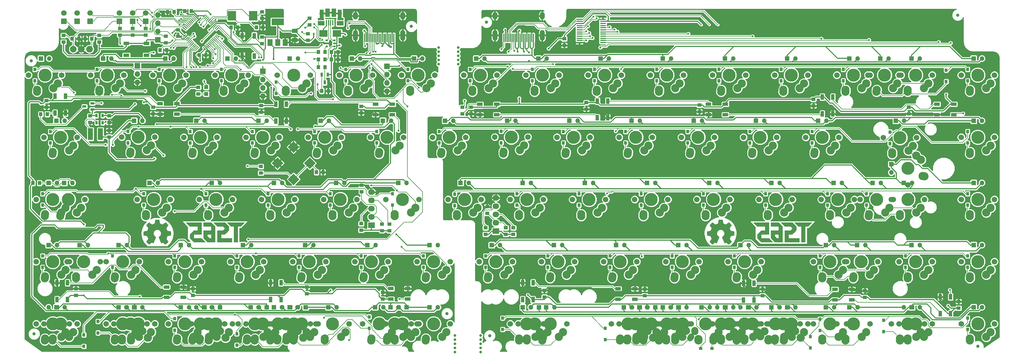
<source format=gbl>
G04 #@! TF.GenerationSoftware,KiCad,Pcbnew,6.0.0-rc1-unknown-ba8647f~66~ubuntu18.04.1*
G04 #@! TF.CreationDate,2018-09-16T18:21:36-07:00*
G04 #@! TF.ProjectId,TS65,545336352E6B696361645F7063620000,0.7*
G04 #@! TF.SameCoordinates,Original*
G04 #@! TF.FileFunction,Copper,L2,Bot,Signal*
G04 #@! TF.FilePolarity,Positive*
%FSLAX46Y46*%
G04 Gerber Fmt 4.6, Leading zero omitted, Abs format (unit mm)*
G04 Created by KiCad (PCBNEW 6.0.0-rc1-unknown-ba8647f~66~ubuntu18.04.1) date Sun Sep 16 18:21:36 2018*
%MOMM*%
%LPD*%
G01*
G04 APERTURE LIST*
G04 #@! TA.AperFunction,EtchedComponent*
%ADD10C,0.002540*%
G04 #@! TD*
G04 #@! TA.AperFunction,EtchedComponent*
%ADD11C,0.010000*%
G04 #@! TD*
G04 #@! TA.AperFunction,ComponentPad*
%ADD12O,1.700000X1.700000*%
G04 #@! TD*
G04 #@! TA.AperFunction,ComponentPad*
%ADD13R,1.700000X1.700000*%
G04 #@! TD*
G04 #@! TA.AperFunction,Conductor*
%ADD14C,0.150000*%
G04 #@! TD*
G04 #@! TA.AperFunction,SMDPad,CuDef*
%ADD15C,1.250000*%
G04 #@! TD*
G04 #@! TA.AperFunction,SMDPad,CuDef*
%ADD16R,1.200000X0.800100*%
G04 #@! TD*
G04 #@! TA.AperFunction,ComponentPad*
%ADD17O,1.500000X2.300000*%
G04 #@! TD*
G04 #@! TA.AperFunction,ComponentPad*
%ADD18O,1.500000X3.300000*%
G04 #@! TD*
G04 #@! TA.AperFunction,SMDPad,CuDef*
%ADD19R,0.300000X2.600000*%
G04 #@! TD*
G04 #@! TA.AperFunction,SMDPad,CuDef*
%ADD20R,1.000000X1.250000*%
G04 #@! TD*
G04 #@! TA.AperFunction,SMDPad,CuDef*
%ADD21R,1.250000X1.000000*%
G04 #@! TD*
G04 #@! TA.AperFunction,SMDPad,CuDef*
%ADD22R,2.500000X3.000000*%
G04 #@! TD*
G04 #@! TA.AperFunction,SMDPad,CuDef*
%ADD23C,0.250000*%
G04 #@! TD*
G04 #@! TA.AperFunction,SMDPad,CuDef*
%ADD24R,1.500000X2.000000*%
G04 #@! TD*
G04 #@! TA.AperFunction,SMDPad,CuDef*
%ADD25R,3.800000X2.000000*%
G04 #@! TD*
G04 #@! TA.AperFunction,SMDPad,CuDef*
%ADD26R,1.800000X1.100000*%
G04 #@! TD*
G04 #@! TA.AperFunction,SMDPad,CuDef*
%ADD27R,0.800100X1.200000*%
G04 #@! TD*
G04 #@! TA.AperFunction,WasherPad*
%ADD28C,3.987810*%
G04 #@! TD*
G04 #@! TA.AperFunction,WasherPad*
%ADD29C,1.701810*%
G04 #@! TD*
G04 #@! TA.AperFunction,ComponentPad*
%ADD30C,2.500000*%
G04 #@! TD*
G04 #@! TA.AperFunction,ComponentPad*
%ADD31O,2.500000X2.500000*%
G04 #@! TD*
G04 #@! TA.AperFunction,ComponentPad*
%ADD32O,2.200000X2.500000*%
G04 #@! TD*
G04 #@! TA.AperFunction,ComponentPad*
%ADD33C,1.900000*%
G04 #@! TD*
G04 #@! TA.AperFunction,Conductor*
%ADD34C,1.900000*%
G04 #@! TD*
G04 #@! TA.AperFunction,ComponentPad*
%ADD35O,1.400000X1.400000*%
G04 #@! TD*
G04 #@! TA.AperFunction,ComponentPad*
%ADD36R,1.400000X1.400000*%
G04 #@! TD*
G04 #@! TA.AperFunction,SMDPad,CuDef*
%ADD37R,0.850900X1.000760*%
G04 #@! TD*
G04 #@! TA.AperFunction,SMDPad,CuDef*
%ADD38R,1.000760X0.850900*%
G04 #@! TD*
G04 #@! TA.AperFunction,BGAPad,CuDef*
%ADD39C,1.000000*%
G04 #@! TD*
G04 #@! TA.AperFunction,SMDPad,CuDef*
%ADD40R,1.000000X1.651000*%
G04 #@! TD*
G04 #@! TA.AperFunction,SMDPad,CuDef*
%ADD41R,1.651000X1.000000*%
G04 #@! TD*
G04 #@! TA.AperFunction,SMDPad,CuDef*
%ADD42C,2.500000*%
G04 #@! TD*
G04 #@! TA.AperFunction,SMDPad,CuDef*
%ADD43R,2.651760X2.029460*%
G04 #@! TD*
G04 #@! TA.AperFunction,SMDPad,CuDef*
%ADD44R,1.500000X3.600000*%
G04 #@! TD*
G04 #@! TA.AperFunction,SMDPad,CuDef*
%ADD45R,1.198880X1.198880*%
G04 #@! TD*
G04 #@! TA.AperFunction,SMDPad,CuDef*
%ADD46R,1.100000X1.800000*%
G04 #@! TD*
G04 #@! TA.AperFunction,ComponentPad*
%ADD47C,2.032000*%
G04 #@! TD*
G04 #@! TA.AperFunction,SMDPad,CuDef*
%ADD48R,1.750000X0.450000*%
G04 #@! TD*
G04 #@! TA.AperFunction,SMDPad,CuDef*
%ADD49R,0.800000X0.550000*%
G04 #@! TD*
G04 #@! TA.AperFunction,ComponentPad*
%ADD50R,2.032000X1.727200*%
G04 #@! TD*
G04 #@! TA.AperFunction,ComponentPad*
%ADD51O,2.032000X1.727200*%
G04 #@! TD*
G04 #@! TA.AperFunction,SMDPad,CuDef*
%ADD52R,0.650000X1.060000*%
G04 #@! TD*
G04 #@! TA.AperFunction,ComponentPad*
%ADD53C,1.700000*%
G04 #@! TD*
G04 #@! TA.AperFunction,WasherPad*
%ADD54C,0.800000*%
G04 #@! TD*
G04 #@! TA.AperFunction,SMDPad,CuDef*
%ADD55R,0.400000X1.750000*%
G04 #@! TD*
G04 #@! TA.AperFunction,SMDPad,CuDef*
%ADD56R,2.000000X1.400000*%
G04 #@! TD*
G04 #@! TA.AperFunction,SMDPad,CuDef*
%ADD57R,1.300000X3.250000*%
G04 #@! TD*
G04 #@! TA.AperFunction,SMDPad,CuDef*
%ADD58R,1.825000X0.700000*%
G04 #@! TD*
G04 #@! TA.AperFunction,ComponentPad*
%ADD59O,1.300000X1.800000*%
G04 #@! TD*
G04 #@! TA.AperFunction,SMDPad,CuDef*
%ADD60R,1.425000X2.500000*%
G04 #@! TD*
G04 #@! TA.AperFunction,ComponentPad*
%ADD61O,1.000000X1.400000*%
G04 #@! TD*
G04 #@! TA.AperFunction,ViaPad*
%ADD62C,0.609600*%
G04 #@! TD*
G04 #@! TA.AperFunction,Conductor*
%ADD63C,0.304800*%
G04 #@! TD*
G04 #@! TA.AperFunction,Conductor*
%ADD64C,0.152400*%
G04 #@! TD*
G04 #@! TA.AperFunction,Conductor*
%ADD65C,0.508000*%
G04 #@! TD*
G04 #@! TA.AperFunction,Conductor*
%ADD66C,0.254000*%
G04 #@! TD*
G04 APERTURE END LIST*
D10*
G04 #@! TO.C,LOGO4*
G36*
X118378100Y-136969940D02*
X118380640Y-137112180D01*
X118380640Y-137229020D01*
X118380640Y-137323000D01*
X118383180Y-137396660D01*
X118383180Y-137452540D01*
X118385720Y-137490640D01*
X118390800Y-137518580D01*
X118395880Y-137533820D01*
X118398420Y-137538900D01*
X118416200Y-137543980D01*
X118459380Y-137554140D01*
X118522880Y-137569380D01*
X118606700Y-137587160D01*
X118703220Y-137604940D01*
X118809900Y-137627800D01*
X118924200Y-137648120D01*
X119053740Y-137670980D01*
X119168040Y-137693840D01*
X119267100Y-137714160D01*
X119348380Y-137731940D01*
X119406800Y-137747180D01*
X119444900Y-137757340D01*
X119455060Y-137762420D01*
X119465220Y-137780200D01*
X119485540Y-137818300D01*
X119510940Y-137876720D01*
X119541420Y-137950380D01*
X119576980Y-138034200D01*
X119615080Y-138123100D01*
X119650640Y-138214540D01*
X119688740Y-138308520D01*
X119721760Y-138394880D01*
X119749700Y-138471080D01*
X119775100Y-138537120D01*
X119790340Y-138585380D01*
X119797960Y-138613320D01*
X119797960Y-138618400D01*
X119790340Y-138633640D01*
X119767480Y-138669200D01*
X119729380Y-138725080D01*
X119683660Y-138793660D01*
X119630320Y-138874940D01*
X119566820Y-138963840D01*
X119500780Y-139060360D01*
X119434740Y-139156880D01*
X119373780Y-139248320D01*
X119320440Y-139332140D01*
X119274720Y-139400720D01*
X119241700Y-139456600D01*
X119218840Y-139492160D01*
X119211220Y-139509940D01*
X119221380Y-139525180D01*
X119249320Y-139558200D01*
X119292500Y-139606460D01*
X119345840Y-139664880D01*
X119411880Y-139730920D01*
X119483000Y-139804580D01*
X119559200Y-139883320D01*
X119637940Y-139962060D01*
X119714140Y-140038260D01*
X119790340Y-140111920D01*
X119856380Y-140177960D01*
X119917340Y-140233840D01*
X119965600Y-140277020D01*
X119998620Y-140307500D01*
X120016400Y-140320200D01*
X120018940Y-140320200D01*
X120034180Y-140312580D01*
X120069740Y-140289720D01*
X120125620Y-140254160D01*
X120194200Y-140208440D01*
X120275480Y-140155100D01*
X120366920Y-140094140D01*
X120460900Y-140030640D01*
X120557420Y-139964600D01*
X120648860Y-139901100D01*
X120730140Y-139847760D01*
X120798720Y-139804580D01*
X120854600Y-139769020D01*
X120890160Y-139748700D01*
X120907940Y-139741080D01*
X120928260Y-139746160D01*
X120966360Y-139763940D01*
X121022240Y-139791880D01*
X121085740Y-139824900D01*
X121116220Y-139840140D01*
X121187340Y-139878240D01*
X121248300Y-139906180D01*
X121296560Y-139926500D01*
X121327040Y-139936660D01*
X121332120Y-139936660D01*
X121339740Y-139931580D01*
X121347360Y-139921420D01*
X121360060Y-139901100D01*
X121375300Y-139870620D01*
X121395620Y-139829980D01*
X121421020Y-139771560D01*
X121454040Y-139700440D01*
X121492140Y-139611540D01*
X121537860Y-139504860D01*
X121591200Y-139375320D01*
X121654700Y-139222920D01*
X121728360Y-139047660D01*
X121741060Y-139017180D01*
X121802020Y-138864780D01*
X121862980Y-138720000D01*
X121916320Y-138585380D01*
X121967120Y-138460920D01*
X122010300Y-138351700D01*
X122048400Y-138257720D01*
X122076340Y-138181520D01*
X122096660Y-138125640D01*
X122106820Y-138092620D01*
X122109360Y-138082460D01*
X122094120Y-138067220D01*
X122063640Y-138039280D01*
X122017920Y-138003720D01*
X121972200Y-137970700D01*
X121855360Y-137884340D01*
X121758840Y-137803060D01*
X121680100Y-137721780D01*
X121614060Y-137632880D01*
X121553100Y-137533820D01*
X121522620Y-137477940D01*
X121456580Y-137315380D01*
X121415940Y-137147740D01*
X121403240Y-136977560D01*
X121415940Y-136807380D01*
X121454040Y-136642280D01*
X121515000Y-136484800D01*
X121601360Y-136332400D01*
X121713120Y-136192700D01*
X121720740Y-136185080D01*
X121852820Y-136063160D01*
X122000140Y-135964100D01*
X122165240Y-135887900D01*
X122246520Y-135859960D01*
X122292240Y-135847260D01*
X122335420Y-135837100D01*
X122383680Y-135832020D01*
X122444640Y-135829480D01*
X122520840Y-135826940D01*
X122564020Y-135826940D01*
X122647840Y-135826940D01*
X122716420Y-135829480D01*
X122767220Y-135834560D01*
X122812940Y-135842180D01*
X122858660Y-135854880D01*
X122878980Y-135859960D01*
X123051700Y-135928540D01*
X123206640Y-136017440D01*
X123346340Y-136129200D01*
X123465720Y-136261280D01*
X123564780Y-136408600D01*
X123592720Y-136461940D01*
X123648600Y-136591480D01*
X123686700Y-136713400D01*
X123707020Y-136840400D01*
X123712100Y-136975020D01*
X123699400Y-137155360D01*
X123658760Y-137328080D01*
X123592720Y-137490640D01*
X123503820Y-137640500D01*
X123389520Y-137775120D01*
X123338720Y-137823380D01*
X123275220Y-137876720D01*
X123201560Y-137932600D01*
X123132980Y-137983400D01*
X123072020Y-138024040D01*
X123064400Y-138026580D01*
X123031380Y-138051980D01*
X123013600Y-138077380D01*
X123011060Y-138082460D01*
X123016140Y-138100240D01*
X123028840Y-138143420D01*
X123054240Y-138209460D01*
X123087260Y-138298360D01*
X123130440Y-138407580D01*
X123181240Y-138534580D01*
X123239660Y-138679360D01*
X123305700Y-138839380D01*
X123371740Y-138996860D01*
X123432700Y-139146720D01*
X123493660Y-139288960D01*
X123549540Y-139423580D01*
X123600340Y-139545500D01*
X123646060Y-139654720D01*
X123684160Y-139746160D01*
X123714640Y-139819820D01*
X123737500Y-139873160D01*
X123750200Y-139903640D01*
X123752740Y-139911260D01*
X123775600Y-139931580D01*
X123795920Y-139939200D01*
X123816240Y-139931580D01*
X123856880Y-139913800D01*
X123912760Y-139888400D01*
X123978800Y-139852840D01*
X124006740Y-139837600D01*
X124090560Y-139794420D01*
X124156600Y-139763940D01*
X124202320Y-139746160D01*
X124225180Y-139743620D01*
X124242960Y-139753780D01*
X124283600Y-139776640D01*
X124339480Y-139812200D01*
X124405520Y-139855380D01*
X124481720Y-139906180D01*
X124529980Y-139939200D01*
X124659520Y-140030640D01*
X124768740Y-140104300D01*
X124857640Y-140165260D01*
X124931300Y-140216060D01*
X124987180Y-140254160D01*
X125030360Y-140282100D01*
X125063380Y-140299880D01*
X125086240Y-140312580D01*
X125098940Y-140317660D01*
X125106560Y-140320200D01*
X125119260Y-140310040D01*
X125152280Y-140282100D01*
X125200540Y-140238920D01*
X125261500Y-140183040D01*
X125332620Y-140114460D01*
X125411360Y-140035720D01*
X125495180Y-139951900D01*
X125512960Y-139934120D01*
X125599320Y-139847760D01*
X125678060Y-139769020D01*
X125749180Y-139695360D01*
X125810140Y-139631860D01*
X125858400Y-139581060D01*
X125891420Y-139545500D01*
X125906660Y-139527720D01*
X125906660Y-139525180D01*
X125909200Y-139517560D01*
X125909200Y-139509940D01*
X125906660Y-139499780D01*
X125901580Y-139482000D01*
X125888880Y-139459140D01*
X125868560Y-139428660D01*
X125840620Y-139385480D01*
X125799980Y-139327060D01*
X125751720Y-139253400D01*
X125688220Y-139159420D01*
X125609480Y-139047660D01*
X125601860Y-139037500D01*
X125535820Y-138940980D01*
X125477400Y-138852080D01*
X125424060Y-138770800D01*
X125378340Y-138704760D01*
X125345320Y-138651420D01*
X125325000Y-138618400D01*
X125319920Y-138603160D01*
X125325000Y-138585380D01*
X125340240Y-138544740D01*
X125360560Y-138486320D01*
X125391040Y-138410120D01*
X125426600Y-138321220D01*
X125464700Y-138222160D01*
X125485020Y-138173900D01*
X125533280Y-138051980D01*
X125573920Y-137952920D01*
X125606940Y-137876720D01*
X125632340Y-137820840D01*
X125652660Y-137782740D01*
X125667900Y-137759880D01*
X125678060Y-137749720D01*
X125698380Y-137744640D01*
X125744100Y-137734480D01*
X125810140Y-137721780D01*
X125893960Y-137704000D01*
X125990480Y-137686220D01*
X126099700Y-137665900D01*
X126206380Y-137645580D01*
X126323220Y-137625260D01*
X126429900Y-137602400D01*
X126526420Y-137584620D01*
X126605160Y-137566840D01*
X126668660Y-137554140D01*
X126709300Y-137543980D01*
X126724540Y-137538900D01*
X126729620Y-137528740D01*
X126734700Y-137510960D01*
X126737240Y-137477940D01*
X126739780Y-137432220D01*
X126742320Y-137368720D01*
X126744860Y-137284900D01*
X126744860Y-137178220D01*
X126744860Y-137048680D01*
X126744860Y-136967400D01*
X126744860Y-136413680D01*
X126711840Y-136393360D01*
X126691520Y-136385740D01*
X126645800Y-136375580D01*
X126579760Y-136360340D01*
X126495940Y-136342560D01*
X126396880Y-136322240D01*
X126287660Y-136301920D01*
X126168280Y-136279060D01*
X126165740Y-136279060D01*
X126048900Y-136258740D01*
X125939680Y-136235880D01*
X125843160Y-136218100D01*
X125759340Y-136200320D01*
X125695840Y-136185080D01*
X125652660Y-136174920D01*
X125634880Y-136167300D01*
X125632340Y-136167300D01*
X125622180Y-136149520D01*
X125604400Y-136111420D01*
X125576460Y-136053000D01*
X125545980Y-135981880D01*
X125510420Y-135900600D01*
X125472320Y-135814240D01*
X125434220Y-135722800D01*
X125396120Y-135636440D01*
X125363100Y-135555160D01*
X125332620Y-135484040D01*
X125309760Y-135428160D01*
X125297060Y-135387520D01*
X125291980Y-135372280D01*
X125299600Y-135357040D01*
X125322460Y-135318940D01*
X125355480Y-135265600D01*
X125401200Y-135194480D01*
X125457080Y-135113200D01*
X125518040Y-135021760D01*
X125586620Y-134922700D01*
X125596780Y-134907460D01*
X125665360Y-134805860D01*
X125728860Y-134711880D01*
X125784740Y-134628060D01*
X125833000Y-134554400D01*
X125871100Y-134495980D01*
X125896500Y-134455340D01*
X125909200Y-134435020D01*
X125906660Y-134422320D01*
X125893960Y-134404540D01*
X125873640Y-134376600D01*
X125838080Y-134335960D01*
X125789820Y-134282620D01*
X125723780Y-134216580D01*
X125642500Y-134132760D01*
X125543440Y-134033700D01*
X125523120Y-134013380D01*
X125424060Y-133911780D01*
X125332620Y-133825420D01*
X125256420Y-133751760D01*
X125192920Y-133693340D01*
X125144660Y-133650160D01*
X125114180Y-133624760D01*
X125104020Y-133619680D01*
X125086240Y-133627300D01*
X125048140Y-133647620D01*
X124992260Y-133683180D01*
X124921140Y-133728900D01*
X124839860Y-133782240D01*
X124745880Y-133845740D01*
X124646820Y-133911780D01*
X124636660Y-133919400D01*
X124537600Y-133987980D01*
X124443620Y-134051480D01*
X124359800Y-134109900D01*
X124286140Y-134158160D01*
X124227720Y-134196260D01*
X124187080Y-134224200D01*
X124166760Y-134236900D01*
X124154060Y-134241980D01*
X124136280Y-134239440D01*
X124108340Y-134234360D01*
X124070240Y-134221660D01*
X124016900Y-134203880D01*
X123945780Y-134175940D01*
X123851800Y-134137840D01*
X123785760Y-134109900D01*
X123668920Y-134064180D01*
X123577480Y-134026080D01*
X123503820Y-133995600D01*
X123450480Y-133970200D01*
X123412380Y-133952420D01*
X123384440Y-133939720D01*
X123369200Y-133927020D01*
X123359040Y-133916860D01*
X123353960Y-133909240D01*
X123351420Y-133901620D01*
X123346340Y-133881300D01*
X123338720Y-133838120D01*
X123326020Y-133772080D01*
X123308240Y-133688260D01*
X123290460Y-133589200D01*
X123270140Y-133479980D01*
X123247280Y-133363140D01*
X123244740Y-133350440D01*
X123221880Y-133231060D01*
X123201560Y-133121840D01*
X123181240Y-133022780D01*
X123163460Y-132938960D01*
X123148220Y-132872920D01*
X123138060Y-132827200D01*
X123132980Y-132806880D01*
X123130440Y-132806880D01*
X123122820Y-132801800D01*
X123105040Y-132796720D01*
X123077100Y-132794180D01*
X123033920Y-132791640D01*
X122972960Y-132789100D01*
X122894220Y-132786560D01*
X122795160Y-132786560D01*
X122670700Y-132786560D01*
X122564020Y-132786560D01*
X122442100Y-132786560D01*
X122327800Y-132786560D01*
X122226200Y-132789100D01*
X122137300Y-132791640D01*
X122068720Y-132791640D01*
X122020460Y-132794180D01*
X121995060Y-132796720D01*
X121987440Y-132814500D01*
X121974740Y-132857680D01*
X121959500Y-132923720D01*
X121941720Y-133012620D01*
X121918860Y-133121840D01*
X121896000Y-133246300D01*
X121873140Y-133363140D01*
X121850280Y-133485060D01*
X121827420Y-133596820D01*
X121807100Y-133698420D01*
X121791860Y-133784780D01*
X121776620Y-133853360D01*
X121763920Y-133901620D01*
X121758840Y-133927020D01*
X121756300Y-133929560D01*
X121738520Y-133939720D01*
X121700420Y-133957500D01*
X121642000Y-133982900D01*
X121573420Y-134013380D01*
X121492140Y-134046400D01*
X121405780Y-134081960D01*
X121316880Y-134117520D01*
X121230520Y-134153080D01*
X121149240Y-134183560D01*
X121078120Y-134211500D01*
X121022240Y-134231820D01*
X120984140Y-134244520D01*
X120968900Y-134249600D01*
X120953660Y-134239440D01*
X120918100Y-134216580D01*
X120864760Y-134181020D01*
X120796180Y-134132760D01*
X120714900Y-134076880D01*
X120623460Y-134015920D01*
X120521860Y-133947340D01*
X120499000Y-133929560D01*
X120397400Y-133860980D01*
X120303420Y-133797480D01*
X120217060Y-133741600D01*
X120143400Y-133693340D01*
X120084980Y-133655240D01*
X120044340Y-133629840D01*
X120021480Y-133619680D01*
X120018940Y-133619680D01*
X120003700Y-133627300D01*
X119970680Y-133655240D01*
X119924960Y-133698420D01*
X119866540Y-133754300D01*
X119797960Y-133817800D01*
X119724300Y-133891460D01*
X119645560Y-133967660D01*
X119569360Y-134046400D01*
X119490620Y-134122600D01*
X119419500Y-134198800D01*
X119353460Y-134264840D01*
X119297580Y-134325800D01*
X119251860Y-134374060D01*
X119223920Y-134409620D01*
X119211220Y-134427400D01*
X119218840Y-134445180D01*
X119241700Y-134480740D01*
X119277260Y-134536620D01*
X119322980Y-134607740D01*
X119376320Y-134689020D01*
X119437280Y-134780460D01*
X119505860Y-134879520D01*
X119508400Y-134884600D01*
X119576980Y-134983660D01*
X119640480Y-135077640D01*
X119698900Y-135161460D01*
X119747160Y-135232580D01*
X119782720Y-135291000D01*
X119810660Y-135329100D01*
X119820820Y-135349420D01*
X119823360Y-135362120D01*
X119820820Y-135382440D01*
X119810660Y-135415460D01*
X119795420Y-135463720D01*
X119770020Y-135527220D01*
X119734460Y-135611040D01*
X119691280Y-135715180D01*
X119668420Y-135768520D01*
X119622700Y-135875200D01*
X119582060Y-135966640D01*
X119543960Y-136047920D01*
X119513480Y-136108880D01*
X119490620Y-136152060D01*
X119477920Y-136172380D01*
X119475380Y-136174920D01*
X119457600Y-136180000D01*
X119414420Y-136190160D01*
X119348380Y-136202860D01*
X119267100Y-136220640D01*
X119168040Y-136238420D01*
X119058820Y-136261280D01*
X118939440Y-136284140D01*
X118926740Y-136284140D01*
X118792120Y-136312080D01*
X118672740Y-136334940D01*
X118571140Y-136355260D01*
X118492400Y-136373040D01*
X118433980Y-136388280D01*
X118398420Y-136398440D01*
X118390800Y-136400980D01*
X118388260Y-136418760D01*
X118385720Y-136461940D01*
X118383180Y-136525440D01*
X118383180Y-136609260D01*
X118380640Y-136708320D01*
X118380640Y-136817540D01*
X118378100Y-136939460D01*
X118378100Y-136969940D01*
X118378100Y-136969940D01*
G37*
X118378100Y-136969940D02*
X118380640Y-137112180D01*
X118380640Y-137229020D01*
X118380640Y-137323000D01*
X118383180Y-137396660D01*
X118383180Y-137452540D01*
X118385720Y-137490640D01*
X118390800Y-137518580D01*
X118395880Y-137533820D01*
X118398420Y-137538900D01*
X118416200Y-137543980D01*
X118459380Y-137554140D01*
X118522880Y-137569380D01*
X118606700Y-137587160D01*
X118703220Y-137604940D01*
X118809900Y-137627800D01*
X118924200Y-137648120D01*
X119053740Y-137670980D01*
X119168040Y-137693840D01*
X119267100Y-137714160D01*
X119348380Y-137731940D01*
X119406800Y-137747180D01*
X119444900Y-137757340D01*
X119455060Y-137762420D01*
X119465220Y-137780200D01*
X119485540Y-137818300D01*
X119510940Y-137876720D01*
X119541420Y-137950380D01*
X119576980Y-138034200D01*
X119615080Y-138123100D01*
X119650640Y-138214540D01*
X119688740Y-138308520D01*
X119721760Y-138394880D01*
X119749700Y-138471080D01*
X119775100Y-138537120D01*
X119790340Y-138585380D01*
X119797960Y-138613320D01*
X119797960Y-138618400D01*
X119790340Y-138633640D01*
X119767480Y-138669200D01*
X119729380Y-138725080D01*
X119683660Y-138793660D01*
X119630320Y-138874940D01*
X119566820Y-138963840D01*
X119500780Y-139060360D01*
X119434740Y-139156880D01*
X119373780Y-139248320D01*
X119320440Y-139332140D01*
X119274720Y-139400720D01*
X119241700Y-139456600D01*
X119218840Y-139492160D01*
X119211220Y-139509940D01*
X119221380Y-139525180D01*
X119249320Y-139558200D01*
X119292500Y-139606460D01*
X119345840Y-139664880D01*
X119411880Y-139730920D01*
X119483000Y-139804580D01*
X119559200Y-139883320D01*
X119637940Y-139962060D01*
X119714140Y-140038260D01*
X119790340Y-140111920D01*
X119856380Y-140177960D01*
X119917340Y-140233840D01*
X119965600Y-140277020D01*
X119998620Y-140307500D01*
X120016400Y-140320200D01*
X120018940Y-140320200D01*
X120034180Y-140312580D01*
X120069740Y-140289720D01*
X120125620Y-140254160D01*
X120194200Y-140208440D01*
X120275480Y-140155100D01*
X120366920Y-140094140D01*
X120460900Y-140030640D01*
X120557420Y-139964600D01*
X120648860Y-139901100D01*
X120730140Y-139847760D01*
X120798720Y-139804580D01*
X120854600Y-139769020D01*
X120890160Y-139748700D01*
X120907940Y-139741080D01*
X120928260Y-139746160D01*
X120966360Y-139763940D01*
X121022240Y-139791880D01*
X121085740Y-139824900D01*
X121116220Y-139840140D01*
X121187340Y-139878240D01*
X121248300Y-139906180D01*
X121296560Y-139926500D01*
X121327040Y-139936660D01*
X121332120Y-139936660D01*
X121339740Y-139931580D01*
X121347360Y-139921420D01*
X121360060Y-139901100D01*
X121375300Y-139870620D01*
X121395620Y-139829980D01*
X121421020Y-139771560D01*
X121454040Y-139700440D01*
X121492140Y-139611540D01*
X121537860Y-139504860D01*
X121591200Y-139375320D01*
X121654700Y-139222920D01*
X121728360Y-139047660D01*
X121741060Y-139017180D01*
X121802020Y-138864780D01*
X121862980Y-138720000D01*
X121916320Y-138585380D01*
X121967120Y-138460920D01*
X122010300Y-138351700D01*
X122048400Y-138257720D01*
X122076340Y-138181520D01*
X122096660Y-138125640D01*
X122106820Y-138092620D01*
X122109360Y-138082460D01*
X122094120Y-138067220D01*
X122063640Y-138039280D01*
X122017920Y-138003720D01*
X121972200Y-137970700D01*
X121855360Y-137884340D01*
X121758840Y-137803060D01*
X121680100Y-137721780D01*
X121614060Y-137632880D01*
X121553100Y-137533820D01*
X121522620Y-137477940D01*
X121456580Y-137315380D01*
X121415940Y-137147740D01*
X121403240Y-136977560D01*
X121415940Y-136807380D01*
X121454040Y-136642280D01*
X121515000Y-136484800D01*
X121601360Y-136332400D01*
X121713120Y-136192700D01*
X121720740Y-136185080D01*
X121852820Y-136063160D01*
X122000140Y-135964100D01*
X122165240Y-135887900D01*
X122246520Y-135859960D01*
X122292240Y-135847260D01*
X122335420Y-135837100D01*
X122383680Y-135832020D01*
X122444640Y-135829480D01*
X122520840Y-135826940D01*
X122564020Y-135826940D01*
X122647840Y-135826940D01*
X122716420Y-135829480D01*
X122767220Y-135834560D01*
X122812940Y-135842180D01*
X122858660Y-135854880D01*
X122878980Y-135859960D01*
X123051700Y-135928540D01*
X123206640Y-136017440D01*
X123346340Y-136129200D01*
X123465720Y-136261280D01*
X123564780Y-136408600D01*
X123592720Y-136461940D01*
X123648600Y-136591480D01*
X123686700Y-136713400D01*
X123707020Y-136840400D01*
X123712100Y-136975020D01*
X123699400Y-137155360D01*
X123658760Y-137328080D01*
X123592720Y-137490640D01*
X123503820Y-137640500D01*
X123389520Y-137775120D01*
X123338720Y-137823380D01*
X123275220Y-137876720D01*
X123201560Y-137932600D01*
X123132980Y-137983400D01*
X123072020Y-138024040D01*
X123064400Y-138026580D01*
X123031380Y-138051980D01*
X123013600Y-138077380D01*
X123011060Y-138082460D01*
X123016140Y-138100240D01*
X123028840Y-138143420D01*
X123054240Y-138209460D01*
X123087260Y-138298360D01*
X123130440Y-138407580D01*
X123181240Y-138534580D01*
X123239660Y-138679360D01*
X123305700Y-138839380D01*
X123371740Y-138996860D01*
X123432700Y-139146720D01*
X123493660Y-139288960D01*
X123549540Y-139423580D01*
X123600340Y-139545500D01*
X123646060Y-139654720D01*
X123684160Y-139746160D01*
X123714640Y-139819820D01*
X123737500Y-139873160D01*
X123750200Y-139903640D01*
X123752740Y-139911260D01*
X123775600Y-139931580D01*
X123795920Y-139939200D01*
X123816240Y-139931580D01*
X123856880Y-139913800D01*
X123912760Y-139888400D01*
X123978800Y-139852840D01*
X124006740Y-139837600D01*
X124090560Y-139794420D01*
X124156600Y-139763940D01*
X124202320Y-139746160D01*
X124225180Y-139743620D01*
X124242960Y-139753780D01*
X124283600Y-139776640D01*
X124339480Y-139812200D01*
X124405520Y-139855380D01*
X124481720Y-139906180D01*
X124529980Y-139939200D01*
X124659520Y-140030640D01*
X124768740Y-140104300D01*
X124857640Y-140165260D01*
X124931300Y-140216060D01*
X124987180Y-140254160D01*
X125030360Y-140282100D01*
X125063380Y-140299880D01*
X125086240Y-140312580D01*
X125098940Y-140317660D01*
X125106560Y-140320200D01*
X125119260Y-140310040D01*
X125152280Y-140282100D01*
X125200540Y-140238920D01*
X125261500Y-140183040D01*
X125332620Y-140114460D01*
X125411360Y-140035720D01*
X125495180Y-139951900D01*
X125512960Y-139934120D01*
X125599320Y-139847760D01*
X125678060Y-139769020D01*
X125749180Y-139695360D01*
X125810140Y-139631860D01*
X125858400Y-139581060D01*
X125891420Y-139545500D01*
X125906660Y-139527720D01*
X125906660Y-139525180D01*
X125909200Y-139517560D01*
X125909200Y-139509940D01*
X125906660Y-139499780D01*
X125901580Y-139482000D01*
X125888880Y-139459140D01*
X125868560Y-139428660D01*
X125840620Y-139385480D01*
X125799980Y-139327060D01*
X125751720Y-139253400D01*
X125688220Y-139159420D01*
X125609480Y-139047660D01*
X125601860Y-139037500D01*
X125535820Y-138940980D01*
X125477400Y-138852080D01*
X125424060Y-138770800D01*
X125378340Y-138704760D01*
X125345320Y-138651420D01*
X125325000Y-138618400D01*
X125319920Y-138603160D01*
X125325000Y-138585380D01*
X125340240Y-138544740D01*
X125360560Y-138486320D01*
X125391040Y-138410120D01*
X125426600Y-138321220D01*
X125464700Y-138222160D01*
X125485020Y-138173900D01*
X125533280Y-138051980D01*
X125573920Y-137952920D01*
X125606940Y-137876720D01*
X125632340Y-137820840D01*
X125652660Y-137782740D01*
X125667900Y-137759880D01*
X125678060Y-137749720D01*
X125698380Y-137744640D01*
X125744100Y-137734480D01*
X125810140Y-137721780D01*
X125893960Y-137704000D01*
X125990480Y-137686220D01*
X126099700Y-137665900D01*
X126206380Y-137645580D01*
X126323220Y-137625260D01*
X126429900Y-137602400D01*
X126526420Y-137584620D01*
X126605160Y-137566840D01*
X126668660Y-137554140D01*
X126709300Y-137543980D01*
X126724540Y-137538900D01*
X126729620Y-137528740D01*
X126734700Y-137510960D01*
X126737240Y-137477940D01*
X126739780Y-137432220D01*
X126742320Y-137368720D01*
X126744860Y-137284900D01*
X126744860Y-137178220D01*
X126744860Y-137048680D01*
X126744860Y-136967400D01*
X126744860Y-136413680D01*
X126711840Y-136393360D01*
X126691520Y-136385740D01*
X126645800Y-136375580D01*
X126579760Y-136360340D01*
X126495940Y-136342560D01*
X126396880Y-136322240D01*
X126287660Y-136301920D01*
X126168280Y-136279060D01*
X126165740Y-136279060D01*
X126048900Y-136258740D01*
X125939680Y-136235880D01*
X125843160Y-136218100D01*
X125759340Y-136200320D01*
X125695840Y-136185080D01*
X125652660Y-136174920D01*
X125634880Y-136167300D01*
X125632340Y-136167300D01*
X125622180Y-136149520D01*
X125604400Y-136111420D01*
X125576460Y-136053000D01*
X125545980Y-135981880D01*
X125510420Y-135900600D01*
X125472320Y-135814240D01*
X125434220Y-135722800D01*
X125396120Y-135636440D01*
X125363100Y-135555160D01*
X125332620Y-135484040D01*
X125309760Y-135428160D01*
X125297060Y-135387520D01*
X125291980Y-135372280D01*
X125299600Y-135357040D01*
X125322460Y-135318940D01*
X125355480Y-135265600D01*
X125401200Y-135194480D01*
X125457080Y-135113200D01*
X125518040Y-135021760D01*
X125586620Y-134922700D01*
X125596780Y-134907460D01*
X125665360Y-134805860D01*
X125728860Y-134711880D01*
X125784740Y-134628060D01*
X125833000Y-134554400D01*
X125871100Y-134495980D01*
X125896500Y-134455340D01*
X125909200Y-134435020D01*
X125906660Y-134422320D01*
X125893960Y-134404540D01*
X125873640Y-134376600D01*
X125838080Y-134335960D01*
X125789820Y-134282620D01*
X125723780Y-134216580D01*
X125642500Y-134132760D01*
X125543440Y-134033700D01*
X125523120Y-134013380D01*
X125424060Y-133911780D01*
X125332620Y-133825420D01*
X125256420Y-133751760D01*
X125192920Y-133693340D01*
X125144660Y-133650160D01*
X125114180Y-133624760D01*
X125104020Y-133619680D01*
X125086240Y-133627300D01*
X125048140Y-133647620D01*
X124992260Y-133683180D01*
X124921140Y-133728900D01*
X124839860Y-133782240D01*
X124745880Y-133845740D01*
X124646820Y-133911780D01*
X124636660Y-133919400D01*
X124537600Y-133987980D01*
X124443620Y-134051480D01*
X124359800Y-134109900D01*
X124286140Y-134158160D01*
X124227720Y-134196260D01*
X124187080Y-134224200D01*
X124166760Y-134236900D01*
X124154060Y-134241980D01*
X124136280Y-134239440D01*
X124108340Y-134234360D01*
X124070240Y-134221660D01*
X124016900Y-134203880D01*
X123945780Y-134175940D01*
X123851800Y-134137840D01*
X123785760Y-134109900D01*
X123668920Y-134064180D01*
X123577480Y-134026080D01*
X123503820Y-133995600D01*
X123450480Y-133970200D01*
X123412380Y-133952420D01*
X123384440Y-133939720D01*
X123369200Y-133927020D01*
X123359040Y-133916860D01*
X123353960Y-133909240D01*
X123351420Y-133901620D01*
X123346340Y-133881300D01*
X123338720Y-133838120D01*
X123326020Y-133772080D01*
X123308240Y-133688260D01*
X123290460Y-133589200D01*
X123270140Y-133479980D01*
X123247280Y-133363140D01*
X123244740Y-133350440D01*
X123221880Y-133231060D01*
X123201560Y-133121840D01*
X123181240Y-133022780D01*
X123163460Y-132938960D01*
X123148220Y-132872920D01*
X123138060Y-132827200D01*
X123132980Y-132806880D01*
X123130440Y-132806880D01*
X123122820Y-132801800D01*
X123105040Y-132796720D01*
X123077100Y-132794180D01*
X123033920Y-132791640D01*
X122972960Y-132789100D01*
X122894220Y-132786560D01*
X122795160Y-132786560D01*
X122670700Y-132786560D01*
X122564020Y-132786560D01*
X122442100Y-132786560D01*
X122327800Y-132786560D01*
X122226200Y-132789100D01*
X122137300Y-132791640D01*
X122068720Y-132791640D01*
X122020460Y-132794180D01*
X121995060Y-132796720D01*
X121987440Y-132814500D01*
X121974740Y-132857680D01*
X121959500Y-132923720D01*
X121941720Y-133012620D01*
X121918860Y-133121840D01*
X121896000Y-133246300D01*
X121873140Y-133363140D01*
X121850280Y-133485060D01*
X121827420Y-133596820D01*
X121807100Y-133698420D01*
X121791860Y-133784780D01*
X121776620Y-133853360D01*
X121763920Y-133901620D01*
X121758840Y-133927020D01*
X121756300Y-133929560D01*
X121738520Y-133939720D01*
X121700420Y-133957500D01*
X121642000Y-133982900D01*
X121573420Y-134013380D01*
X121492140Y-134046400D01*
X121405780Y-134081960D01*
X121316880Y-134117520D01*
X121230520Y-134153080D01*
X121149240Y-134183560D01*
X121078120Y-134211500D01*
X121022240Y-134231820D01*
X120984140Y-134244520D01*
X120968900Y-134249600D01*
X120953660Y-134239440D01*
X120918100Y-134216580D01*
X120864760Y-134181020D01*
X120796180Y-134132760D01*
X120714900Y-134076880D01*
X120623460Y-134015920D01*
X120521860Y-133947340D01*
X120499000Y-133929560D01*
X120397400Y-133860980D01*
X120303420Y-133797480D01*
X120217060Y-133741600D01*
X120143400Y-133693340D01*
X120084980Y-133655240D01*
X120044340Y-133629840D01*
X120021480Y-133619680D01*
X120018940Y-133619680D01*
X120003700Y-133627300D01*
X119970680Y-133655240D01*
X119924960Y-133698420D01*
X119866540Y-133754300D01*
X119797960Y-133817800D01*
X119724300Y-133891460D01*
X119645560Y-133967660D01*
X119569360Y-134046400D01*
X119490620Y-134122600D01*
X119419500Y-134198800D01*
X119353460Y-134264840D01*
X119297580Y-134325800D01*
X119251860Y-134374060D01*
X119223920Y-134409620D01*
X119211220Y-134427400D01*
X119218840Y-134445180D01*
X119241700Y-134480740D01*
X119277260Y-134536620D01*
X119322980Y-134607740D01*
X119376320Y-134689020D01*
X119437280Y-134780460D01*
X119505860Y-134879520D01*
X119508400Y-134884600D01*
X119576980Y-134983660D01*
X119640480Y-135077640D01*
X119698900Y-135161460D01*
X119747160Y-135232580D01*
X119782720Y-135291000D01*
X119810660Y-135329100D01*
X119820820Y-135349420D01*
X119823360Y-135362120D01*
X119820820Y-135382440D01*
X119810660Y-135415460D01*
X119795420Y-135463720D01*
X119770020Y-135527220D01*
X119734460Y-135611040D01*
X119691280Y-135715180D01*
X119668420Y-135768520D01*
X119622700Y-135875200D01*
X119582060Y-135966640D01*
X119543960Y-136047920D01*
X119513480Y-136108880D01*
X119490620Y-136152060D01*
X119477920Y-136172380D01*
X119475380Y-136174920D01*
X119457600Y-136180000D01*
X119414420Y-136190160D01*
X119348380Y-136202860D01*
X119267100Y-136220640D01*
X119168040Y-136238420D01*
X119058820Y-136261280D01*
X118939440Y-136284140D01*
X118926740Y-136284140D01*
X118792120Y-136312080D01*
X118672740Y-136334940D01*
X118571140Y-136355260D01*
X118492400Y-136373040D01*
X118433980Y-136388280D01*
X118398420Y-136398440D01*
X118390800Y-136400980D01*
X118388260Y-136418760D01*
X118385720Y-136461940D01*
X118383180Y-136525440D01*
X118383180Y-136609260D01*
X118380640Y-136708320D01*
X118380640Y-136817540D01*
X118378100Y-136939460D01*
X118378100Y-136969940D01*
D11*
G04 #@! TO.C,LOGO2*
G36*
X144525340Y-134244520D02*
X145119635Y-134838880D01*
X146018860Y-134838880D01*
X146018860Y-139634400D01*
X147217740Y-139634400D01*
X147217740Y-134838880D01*
X148116966Y-134838880D01*
X148711260Y-134244520D01*
X149305555Y-133650160D01*
X143931046Y-133650160D01*
X144525340Y-134244520D01*
X144525340Y-134244520D01*
G37*
X144525340Y-134244520D02*
X145119635Y-134838880D01*
X146018860Y-134838880D01*
X146018860Y-139634400D01*
X147217740Y-139634400D01*
X147217740Y-134838880D01*
X148116966Y-134838880D01*
X148711260Y-134244520D01*
X149305555Y-133650160D01*
X143931046Y-133650160D01*
X144525340Y-134244520D01*
G36*
X139734966Y-133650160D02*
X140329260Y-134244520D01*
X140923555Y-134838880D01*
X142722068Y-134838880D01*
X143024265Y-135141202D01*
X143326462Y-135443525D01*
X143024139Y-135745722D01*
X142721816Y-136047920D01*
X140918540Y-136047920D01*
X140918540Y-139634400D01*
X145409260Y-139634400D01*
X145409260Y-138445680D01*
X142117420Y-138445680D01*
X142117420Y-137236640D01*
X143311285Y-137236640D01*
X144515181Y-136032616D01*
X144515180Y-135438255D01*
X144515180Y-134843895D01*
X143321316Y-133650159D01*
X141528141Y-133650159D01*
X139734966Y-133650160D01*
X139734966Y-133650160D01*
G37*
X139734966Y-133650160D02*
X140329260Y-134244520D01*
X140923555Y-134838880D01*
X142722068Y-134838880D01*
X143024265Y-135141202D01*
X143326462Y-135443525D01*
X143024139Y-135745722D01*
X142721816Y-136047920D01*
X140918540Y-136047920D01*
X140918540Y-139634400D01*
X145409260Y-139634400D01*
X145409260Y-138445680D01*
X142117420Y-138445680D01*
X142117420Y-137236640D01*
X143311285Y-137236640D01*
X144515181Y-136032616D01*
X144515180Y-135438255D01*
X144515180Y-134843895D01*
X143321316Y-133650159D01*
X141528141Y-133650159D01*
X139734966Y-133650160D01*
G36*
X136722460Y-133650160D02*
X136722460Y-134838880D01*
X139120220Y-134838880D01*
X139120220Y-136047920D01*
X136722460Y-136047920D01*
X136722460Y-138440664D01*
X137319393Y-139037532D01*
X137916325Y-139634400D01*
X140308940Y-139634400D01*
X140308940Y-137236640D01*
X139120220Y-137236640D01*
X139120220Y-138445680D01*
X138515825Y-138445680D01*
X138213503Y-138143483D01*
X137911180Y-137841287D01*
X137911180Y-137236640D01*
X139120220Y-137236640D01*
X140308940Y-137236640D01*
X140308940Y-134843895D01*
X139115076Y-133650159D01*
X137918768Y-133650159D01*
X136722460Y-133650160D01*
X136722460Y-133650160D01*
G37*
X136722460Y-133650160D02*
X136722460Y-134838880D01*
X139120220Y-134838880D01*
X139120220Y-136047920D01*
X136722460Y-136047920D01*
X136722460Y-138440664D01*
X137319393Y-139037532D01*
X137916325Y-139634400D01*
X140308940Y-139634400D01*
X140308940Y-137236640D01*
X139120220Y-137236640D01*
X139120220Y-138445680D01*
X138515825Y-138445680D01*
X138213503Y-138143483D01*
X137911180Y-137841287D01*
X137911180Y-137236640D01*
X139120220Y-137236640D01*
X140308940Y-137236640D01*
X140308940Y-134843895D01*
X139115076Y-133650159D01*
X137918768Y-133650159D01*
X136722460Y-133650160D01*
G36*
X131926940Y-134244520D02*
X132521235Y-134838880D01*
X134924140Y-134838880D01*
X134924140Y-136047920D01*
X133720116Y-136047920D01*
X132526380Y-137241784D01*
X132526380Y-138440664D01*
X133123313Y-139037532D01*
X133720245Y-139634400D01*
X137296435Y-139634400D01*
X136702140Y-139040040D01*
X136107846Y-138445680D01*
X133715100Y-138445680D01*
X133715100Y-137236640D01*
X136112860Y-137236640D01*
X136112860Y-133650160D01*
X131332646Y-133650160D01*
X131926940Y-134244520D01*
X131926940Y-134244520D01*
G37*
X131926940Y-134244520D02*
X132521235Y-134838880D01*
X134924140Y-134838880D01*
X134924140Y-136047920D01*
X133720116Y-136047920D01*
X132526380Y-137241784D01*
X132526380Y-138440664D01*
X133123313Y-139037532D01*
X133720245Y-139634400D01*
X137296435Y-139634400D01*
X136702140Y-139040040D01*
X136107846Y-138445680D01*
X133715100Y-138445680D01*
X133715100Y-137236640D01*
X136112860Y-137236640D01*
X136112860Y-133650160D01*
X131332646Y-133650160D01*
X131926940Y-134244520D01*
D10*
G04 #@! TO.C,LOGO8*
G36*
X290951700Y-136969940D02*
X290954240Y-137112180D01*
X290954240Y-137229020D01*
X290954240Y-137323000D01*
X290956780Y-137396660D01*
X290956780Y-137452540D01*
X290959320Y-137490640D01*
X290964400Y-137518580D01*
X290969480Y-137533820D01*
X290972020Y-137538900D01*
X290989800Y-137543980D01*
X291032980Y-137554140D01*
X291096480Y-137569380D01*
X291180300Y-137587160D01*
X291276820Y-137604940D01*
X291383500Y-137627800D01*
X291497800Y-137648120D01*
X291627340Y-137670980D01*
X291741640Y-137693840D01*
X291840700Y-137714160D01*
X291921980Y-137731940D01*
X291980400Y-137747180D01*
X292018500Y-137757340D01*
X292028660Y-137762420D01*
X292038820Y-137780200D01*
X292059140Y-137818300D01*
X292084540Y-137876720D01*
X292115020Y-137950380D01*
X292150580Y-138034200D01*
X292188680Y-138123100D01*
X292224240Y-138214540D01*
X292262340Y-138308520D01*
X292295360Y-138394880D01*
X292323300Y-138471080D01*
X292348700Y-138537120D01*
X292363940Y-138585380D01*
X292371560Y-138613320D01*
X292371560Y-138618400D01*
X292363940Y-138633640D01*
X292341080Y-138669200D01*
X292302980Y-138725080D01*
X292257260Y-138793660D01*
X292203920Y-138874940D01*
X292140420Y-138963840D01*
X292074380Y-139060360D01*
X292008340Y-139156880D01*
X291947380Y-139248320D01*
X291894040Y-139332140D01*
X291848320Y-139400720D01*
X291815300Y-139456600D01*
X291792440Y-139492160D01*
X291784820Y-139509940D01*
X291794980Y-139525180D01*
X291822920Y-139558200D01*
X291866100Y-139606460D01*
X291919440Y-139664880D01*
X291985480Y-139730920D01*
X292056600Y-139804580D01*
X292132800Y-139883320D01*
X292211540Y-139962060D01*
X292287740Y-140038260D01*
X292363940Y-140111920D01*
X292429980Y-140177960D01*
X292490940Y-140233840D01*
X292539200Y-140277020D01*
X292572220Y-140307500D01*
X292590000Y-140320200D01*
X292592540Y-140320200D01*
X292607780Y-140312580D01*
X292643340Y-140289720D01*
X292699220Y-140254160D01*
X292767800Y-140208440D01*
X292849080Y-140155100D01*
X292940520Y-140094140D01*
X293034500Y-140030640D01*
X293131020Y-139964600D01*
X293222460Y-139901100D01*
X293303740Y-139847760D01*
X293372320Y-139804580D01*
X293428200Y-139769020D01*
X293463760Y-139748700D01*
X293481540Y-139741080D01*
X293501860Y-139746160D01*
X293539960Y-139763940D01*
X293595840Y-139791880D01*
X293659340Y-139824900D01*
X293689820Y-139840140D01*
X293760940Y-139878240D01*
X293821900Y-139906180D01*
X293870160Y-139926500D01*
X293900640Y-139936660D01*
X293905720Y-139936660D01*
X293913340Y-139931580D01*
X293920960Y-139921420D01*
X293933660Y-139901100D01*
X293948900Y-139870620D01*
X293969220Y-139829980D01*
X293994620Y-139771560D01*
X294027640Y-139700440D01*
X294065740Y-139611540D01*
X294111460Y-139504860D01*
X294164800Y-139375320D01*
X294228300Y-139222920D01*
X294301960Y-139047660D01*
X294314660Y-139017180D01*
X294375620Y-138864780D01*
X294436580Y-138720000D01*
X294489920Y-138585380D01*
X294540720Y-138460920D01*
X294583900Y-138351700D01*
X294622000Y-138257720D01*
X294649940Y-138181520D01*
X294670260Y-138125640D01*
X294680420Y-138092620D01*
X294682960Y-138082460D01*
X294667720Y-138067220D01*
X294637240Y-138039280D01*
X294591520Y-138003720D01*
X294545800Y-137970700D01*
X294428960Y-137884340D01*
X294332440Y-137803060D01*
X294253700Y-137721780D01*
X294187660Y-137632880D01*
X294126700Y-137533820D01*
X294096220Y-137477940D01*
X294030180Y-137315380D01*
X293989540Y-137147740D01*
X293976840Y-136977560D01*
X293989540Y-136807380D01*
X294027640Y-136642280D01*
X294088600Y-136484800D01*
X294174960Y-136332400D01*
X294286720Y-136192700D01*
X294294340Y-136185080D01*
X294426420Y-136063160D01*
X294573740Y-135964100D01*
X294738840Y-135887900D01*
X294820120Y-135859960D01*
X294865840Y-135847260D01*
X294909020Y-135837100D01*
X294957280Y-135832020D01*
X295018240Y-135829480D01*
X295094440Y-135826940D01*
X295137620Y-135826940D01*
X295221440Y-135826940D01*
X295290020Y-135829480D01*
X295340820Y-135834560D01*
X295386540Y-135842180D01*
X295432260Y-135854880D01*
X295452580Y-135859960D01*
X295625300Y-135928540D01*
X295780240Y-136017440D01*
X295919940Y-136129200D01*
X296039320Y-136261280D01*
X296138380Y-136408600D01*
X296166320Y-136461940D01*
X296222200Y-136591480D01*
X296260300Y-136713400D01*
X296280620Y-136840400D01*
X296285700Y-136975020D01*
X296273000Y-137155360D01*
X296232360Y-137328080D01*
X296166320Y-137490640D01*
X296077420Y-137640500D01*
X295963120Y-137775120D01*
X295912320Y-137823380D01*
X295848820Y-137876720D01*
X295775160Y-137932600D01*
X295706580Y-137983400D01*
X295645620Y-138024040D01*
X295638000Y-138026580D01*
X295604980Y-138051980D01*
X295587200Y-138077380D01*
X295584660Y-138082460D01*
X295589740Y-138100240D01*
X295602440Y-138143420D01*
X295627840Y-138209460D01*
X295660860Y-138298360D01*
X295704040Y-138407580D01*
X295754840Y-138534580D01*
X295813260Y-138679360D01*
X295879300Y-138839380D01*
X295945340Y-138996860D01*
X296006300Y-139146720D01*
X296067260Y-139288960D01*
X296123140Y-139423580D01*
X296173940Y-139545500D01*
X296219660Y-139654720D01*
X296257760Y-139746160D01*
X296288240Y-139819820D01*
X296311100Y-139873160D01*
X296323800Y-139903640D01*
X296326340Y-139911260D01*
X296349200Y-139931580D01*
X296369520Y-139939200D01*
X296389840Y-139931580D01*
X296430480Y-139913800D01*
X296486360Y-139888400D01*
X296552400Y-139852840D01*
X296580340Y-139837600D01*
X296664160Y-139794420D01*
X296730200Y-139763940D01*
X296775920Y-139746160D01*
X296798780Y-139743620D01*
X296816560Y-139753780D01*
X296857200Y-139776640D01*
X296913080Y-139812200D01*
X296979120Y-139855380D01*
X297055320Y-139906180D01*
X297103580Y-139939200D01*
X297233120Y-140030640D01*
X297342340Y-140104300D01*
X297431240Y-140165260D01*
X297504900Y-140216060D01*
X297560780Y-140254160D01*
X297603960Y-140282100D01*
X297636980Y-140299880D01*
X297659840Y-140312580D01*
X297672540Y-140317660D01*
X297680160Y-140320200D01*
X297692860Y-140310040D01*
X297725880Y-140282100D01*
X297774140Y-140238920D01*
X297835100Y-140183040D01*
X297906220Y-140114460D01*
X297984960Y-140035720D01*
X298068780Y-139951900D01*
X298086560Y-139934120D01*
X298172920Y-139847760D01*
X298251660Y-139769020D01*
X298322780Y-139695360D01*
X298383740Y-139631860D01*
X298432000Y-139581060D01*
X298465020Y-139545500D01*
X298480260Y-139527720D01*
X298480260Y-139525180D01*
X298482800Y-139517560D01*
X298482800Y-139509940D01*
X298480260Y-139499780D01*
X298475180Y-139482000D01*
X298462480Y-139459140D01*
X298442160Y-139428660D01*
X298414220Y-139385480D01*
X298373580Y-139327060D01*
X298325320Y-139253400D01*
X298261820Y-139159420D01*
X298183080Y-139047660D01*
X298175460Y-139037500D01*
X298109420Y-138940980D01*
X298051000Y-138852080D01*
X297997660Y-138770800D01*
X297951940Y-138704760D01*
X297918920Y-138651420D01*
X297898600Y-138618400D01*
X297893520Y-138603160D01*
X297898600Y-138585380D01*
X297913840Y-138544740D01*
X297934160Y-138486320D01*
X297964640Y-138410120D01*
X298000200Y-138321220D01*
X298038300Y-138222160D01*
X298058620Y-138173900D01*
X298106880Y-138051980D01*
X298147520Y-137952920D01*
X298180540Y-137876720D01*
X298205940Y-137820840D01*
X298226260Y-137782740D01*
X298241500Y-137759880D01*
X298251660Y-137749720D01*
X298271980Y-137744640D01*
X298317700Y-137734480D01*
X298383740Y-137721780D01*
X298467560Y-137704000D01*
X298564080Y-137686220D01*
X298673300Y-137665900D01*
X298779980Y-137645580D01*
X298896820Y-137625260D01*
X299003500Y-137602400D01*
X299100020Y-137584620D01*
X299178760Y-137566840D01*
X299242260Y-137554140D01*
X299282900Y-137543980D01*
X299298140Y-137538900D01*
X299303220Y-137528740D01*
X299308300Y-137510960D01*
X299310840Y-137477940D01*
X299313380Y-137432220D01*
X299315920Y-137368720D01*
X299318460Y-137284900D01*
X299318460Y-137178220D01*
X299318460Y-137048680D01*
X299318460Y-136967400D01*
X299318460Y-136413680D01*
X299285440Y-136393360D01*
X299265120Y-136385740D01*
X299219400Y-136375580D01*
X299153360Y-136360340D01*
X299069540Y-136342560D01*
X298970480Y-136322240D01*
X298861260Y-136301920D01*
X298741880Y-136279060D01*
X298739340Y-136279060D01*
X298622500Y-136258740D01*
X298513280Y-136235880D01*
X298416760Y-136218100D01*
X298332940Y-136200320D01*
X298269440Y-136185080D01*
X298226260Y-136174920D01*
X298208480Y-136167300D01*
X298205940Y-136167300D01*
X298195780Y-136149520D01*
X298178000Y-136111420D01*
X298150060Y-136053000D01*
X298119580Y-135981880D01*
X298084020Y-135900600D01*
X298045920Y-135814240D01*
X298007820Y-135722800D01*
X297969720Y-135636440D01*
X297936700Y-135555160D01*
X297906220Y-135484040D01*
X297883360Y-135428160D01*
X297870660Y-135387520D01*
X297865580Y-135372280D01*
X297873200Y-135357040D01*
X297896060Y-135318940D01*
X297929080Y-135265600D01*
X297974800Y-135194480D01*
X298030680Y-135113200D01*
X298091640Y-135021760D01*
X298160220Y-134922700D01*
X298170380Y-134907460D01*
X298238960Y-134805860D01*
X298302460Y-134711880D01*
X298358340Y-134628060D01*
X298406600Y-134554400D01*
X298444700Y-134495980D01*
X298470100Y-134455340D01*
X298482800Y-134435020D01*
X298480260Y-134422320D01*
X298467560Y-134404540D01*
X298447240Y-134376600D01*
X298411680Y-134335960D01*
X298363420Y-134282620D01*
X298297380Y-134216580D01*
X298216100Y-134132760D01*
X298117040Y-134033700D01*
X298096720Y-134013380D01*
X297997660Y-133911780D01*
X297906220Y-133825420D01*
X297830020Y-133751760D01*
X297766520Y-133693340D01*
X297718260Y-133650160D01*
X297687780Y-133624760D01*
X297677620Y-133619680D01*
X297659840Y-133627300D01*
X297621740Y-133647620D01*
X297565860Y-133683180D01*
X297494740Y-133728900D01*
X297413460Y-133782240D01*
X297319480Y-133845740D01*
X297220420Y-133911780D01*
X297210260Y-133919400D01*
X297111200Y-133987980D01*
X297017220Y-134051480D01*
X296933400Y-134109900D01*
X296859740Y-134158160D01*
X296801320Y-134196260D01*
X296760680Y-134224200D01*
X296740360Y-134236900D01*
X296727660Y-134241980D01*
X296709880Y-134239440D01*
X296681940Y-134234360D01*
X296643840Y-134221660D01*
X296590500Y-134203880D01*
X296519380Y-134175940D01*
X296425400Y-134137840D01*
X296359360Y-134109900D01*
X296242520Y-134064180D01*
X296151080Y-134026080D01*
X296077420Y-133995600D01*
X296024080Y-133970200D01*
X295985980Y-133952420D01*
X295958040Y-133939720D01*
X295942800Y-133927020D01*
X295932640Y-133916860D01*
X295927560Y-133909240D01*
X295925020Y-133901620D01*
X295919940Y-133881300D01*
X295912320Y-133838120D01*
X295899620Y-133772080D01*
X295881840Y-133688260D01*
X295864060Y-133589200D01*
X295843740Y-133479980D01*
X295820880Y-133363140D01*
X295818340Y-133350440D01*
X295795480Y-133231060D01*
X295775160Y-133121840D01*
X295754840Y-133022780D01*
X295737060Y-132938960D01*
X295721820Y-132872920D01*
X295711660Y-132827200D01*
X295706580Y-132806880D01*
X295704040Y-132806880D01*
X295696420Y-132801800D01*
X295678640Y-132796720D01*
X295650700Y-132794180D01*
X295607520Y-132791640D01*
X295546560Y-132789100D01*
X295467820Y-132786560D01*
X295368760Y-132786560D01*
X295244300Y-132786560D01*
X295137620Y-132786560D01*
X295015700Y-132786560D01*
X294901400Y-132786560D01*
X294799800Y-132789100D01*
X294710900Y-132791640D01*
X294642320Y-132791640D01*
X294594060Y-132794180D01*
X294568660Y-132796720D01*
X294561040Y-132814500D01*
X294548340Y-132857680D01*
X294533100Y-132923720D01*
X294515320Y-133012620D01*
X294492460Y-133121840D01*
X294469600Y-133246300D01*
X294446740Y-133363140D01*
X294423880Y-133485060D01*
X294401020Y-133596820D01*
X294380700Y-133698420D01*
X294365460Y-133784780D01*
X294350220Y-133853360D01*
X294337520Y-133901620D01*
X294332440Y-133927020D01*
X294329900Y-133929560D01*
X294312120Y-133939720D01*
X294274020Y-133957500D01*
X294215600Y-133982900D01*
X294147020Y-134013380D01*
X294065740Y-134046400D01*
X293979380Y-134081960D01*
X293890480Y-134117520D01*
X293804120Y-134153080D01*
X293722840Y-134183560D01*
X293651720Y-134211500D01*
X293595840Y-134231820D01*
X293557740Y-134244520D01*
X293542500Y-134249600D01*
X293527260Y-134239440D01*
X293491700Y-134216580D01*
X293438360Y-134181020D01*
X293369780Y-134132760D01*
X293288500Y-134076880D01*
X293197060Y-134015920D01*
X293095460Y-133947340D01*
X293072600Y-133929560D01*
X292971000Y-133860980D01*
X292877020Y-133797480D01*
X292790660Y-133741600D01*
X292717000Y-133693340D01*
X292658580Y-133655240D01*
X292617940Y-133629840D01*
X292595080Y-133619680D01*
X292592540Y-133619680D01*
X292577300Y-133627300D01*
X292544280Y-133655240D01*
X292498560Y-133698420D01*
X292440140Y-133754300D01*
X292371560Y-133817800D01*
X292297900Y-133891460D01*
X292219160Y-133967660D01*
X292142960Y-134046400D01*
X292064220Y-134122600D01*
X291993100Y-134198800D01*
X291927060Y-134264840D01*
X291871180Y-134325800D01*
X291825460Y-134374060D01*
X291797520Y-134409620D01*
X291784820Y-134427400D01*
X291792440Y-134445180D01*
X291815300Y-134480740D01*
X291850860Y-134536620D01*
X291896580Y-134607740D01*
X291949920Y-134689020D01*
X292010880Y-134780460D01*
X292079460Y-134879520D01*
X292082000Y-134884600D01*
X292150580Y-134983660D01*
X292214080Y-135077640D01*
X292272500Y-135161460D01*
X292320760Y-135232580D01*
X292356320Y-135291000D01*
X292384260Y-135329100D01*
X292394420Y-135349420D01*
X292396960Y-135362120D01*
X292394420Y-135382440D01*
X292384260Y-135415460D01*
X292369020Y-135463720D01*
X292343620Y-135527220D01*
X292308060Y-135611040D01*
X292264880Y-135715180D01*
X292242020Y-135768520D01*
X292196300Y-135875200D01*
X292155660Y-135966640D01*
X292117560Y-136047920D01*
X292087080Y-136108880D01*
X292064220Y-136152060D01*
X292051520Y-136172380D01*
X292048980Y-136174920D01*
X292031200Y-136180000D01*
X291988020Y-136190160D01*
X291921980Y-136202860D01*
X291840700Y-136220640D01*
X291741640Y-136238420D01*
X291632420Y-136261280D01*
X291513040Y-136284140D01*
X291500340Y-136284140D01*
X291365720Y-136312080D01*
X291246340Y-136334940D01*
X291144740Y-136355260D01*
X291066000Y-136373040D01*
X291007580Y-136388280D01*
X290972020Y-136398440D01*
X290964400Y-136400980D01*
X290961860Y-136418760D01*
X290959320Y-136461940D01*
X290956780Y-136525440D01*
X290956780Y-136609260D01*
X290954240Y-136708320D01*
X290954240Y-136817540D01*
X290951700Y-136939460D01*
X290951700Y-136969940D01*
X290951700Y-136969940D01*
G37*
X290951700Y-136969940D02*
X290954240Y-137112180D01*
X290954240Y-137229020D01*
X290954240Y-137323000D01*
X290956780Y-137396660D01*
X290956780Y-137452540D01*
X290959320Y-137490640D01*
X290964400Y-137518580D01*
X290969480Y-137533820D01*
X290972020Y-137538900D01*
X290989800Y-137543980D01*
X291032980Y-137554140D01*
X291096480Y-137569380D01*
X291180300Y-137587160D01*
X291276820Y-137604940D01*
X291383500Y-137627800D01*
X291497800Y-137648120D01*
X291627340Y-137670980D01*
X291741640Y-137693840D01*
X291840700Y-137714160D01*
X291921980Y-137731940D01*
X291980400Y-137747180D01*
X292018500Y-137757340D01*
X292028660Y-137762420D01*
X292038820Y-137780200D01*
X292059140Y-137818300D01*
X292084540Y-137876720D01*
X292115020Y-137950380D01*
X292150580Y-138034200D01*
X292188680Y-138123100D01*
X292224240Y-138214540D01*
X292262340Y-138308520D01*
X292295360Y-138394880D01*
X292323300Y-138471080D01*
X292348700Y-138537120D01*
X292363940Y-138585380D01*
X292371560Y-138613320D01*
X292371560Y-138618400D01*
X292363940Y-138633640D01*
X292341080Y-138669200D01*
X292302980Y-138725080D01*
X292257260Y-138793660D01*
X292203920Y-138874940D01*
X292140420Y-138963840D01*
X292074380Y-139060360D01*
X292008340Y-139156880D01*
X291947380Y-139248320D01*
X291894040Y-139332140D01*
X291848320Y-139400720D01*
X291815300Y-139456600D01*
X291792440Y-139492160D01*
X291784820Y-139509940D01*
X291794980Y-139525180D01*
X291822920Y-139558200D01*
X291866100Y-139606460D01*
X291919440Y-139664880D01*
X291985480Y-139730920D01*
X292056600Y-139804580D01*
X292132800Y-139883320D01*
X292211540Y-139962060D01*
X292287740Y-140038260D01*
X292363940Y-140111920D01*
X292429980Y-140177960D01*
X292490940Y-140233840D01*
X292539200Y-140277020D01*
X292572220Y-140307500D01*
X292590000Y-140320200D01*
X292592540Y-140320200D01*
X292607780Y-140312580D01*
X292643340Y-140289720D01*
X292699220Y-140254160D01*
X292767800Y-140208440D01*
X292849080Y-140155100D01*
X292940520Y-140094140D01*
X293034500Y-140030640D01*
X293131020Y-139964600D01*
X293222460Y-139901100D01*
X293303740Y-139847760D01*
X293372320Y-139804580D01*
X293428200Y-139769020D01*
X293463760Y-139748700D01*
X293481540Y-139741080D01*
X293501860Y-139746160D01*
X293539960Y-139763940D01*
X293595840Y-139791880D01*
X293659340Y-139824900D01*
X293689820Y-139840140D01*
X293760940Y-139878240D01*
X293821900Y-139906180D01*
X293870160Y-139926500D01*
X293900640Y-139936660D01*
X293905720Y-139936660D01*
X293913340Y-139931580D01*
X293920960Y-139921420D01*
X293933660Y-139901100D01*
X293948900Y-139870620D01*
X293969220Y-139829980D01*
X293994620Y-139771560D01*
X294027640Y-139700440D01*
X294065740Y-139611540D01*
X294111460Y-139504860D01*
X294164800Y-139375320D01*
X294228300Y-139222920D01*
X294301960Y-139047660D01*
X294314660Y-139017180D01*
X294375620Y-138864780D01*
X294436580Y-138720000D01*
X294489920Y-138585380D01*
X294540720Y-138460920D01*
X294583900Y-138351700D01*
X294622000Y-138257720D01*
X294649940Y-138181520D01*
X294670260Y-138125640D01*
X294680420Y-138092620D01*
X294682960Y-138082460D01*
X294667720Y-138067220D01*
X294637240Y-138039280D01*
X294591520Y-138003720D01*
X294545800Y-137970700D01*
X294428960Y-137884340D01*
X294332440Y-137803060D01*
X294253700Y-137721780D01*
X294187660Y-137632880D01*
X294126700Y-137533820D01*
X294096220Y-137477940D01*
X294030180Y-137315380D01*
X293989540Y-137147740D01*
X293976840Y-136977560D01*
X293989540Y-136807380D01*
X294027640Y-136642280D01*
X294088600Y-136484800D01*
X294174960Y-136332400D01*
X294286720Y-136192700D01*
X294294340Y-136185080D01*
X294426420Y-136063160D01*
X294573740Y-135964100D01*
X294738840Y-135887900D01*
X294820120Y-135859960D01*
X294865840Y-135847260D01*
X294909020Y-135837100D01*
X294957280Y-135832020D01*
X295018240Y-135829480D01*
X295094440Y-135826940D01*
X295137620Y-135826940D01*
X295221440Y-135826940D01*
X295290020Y-135829480D01*
X295340820Y-135834560D01*
X295386540Y-135842180D01*
X295432260Y-135854880D01*
X295452580Y-135859960D01*
X295625300Y-135928540D01*
X295780240Y-136017440D01*
X295919940Y-136129200D01*
X296039320Y-136261280D01*
X296138380Y-136408600D01*
X296166320Y-136461940D01*
X296222200Y-136591480D01*
X296260300Y-136713400D01*
X296280620Y-136840400D01*
X296285700Y-136975020D01*
X296273000Y-137155360D01*
X296232360Y-137328080D01*
X296166320Y-137490640D01*
X296077420Y-137640500D01*
X295963120Y-137775120D01*
X295912320Y-137823380D01*
X295848820Y-137876720D01*
X295775160Y-137932600D01*
X295706580Y-137983400D01*
X295645620Y-138024040D01*
X295638000Y-138026580D01*
X295604980Y-138051980D01*
X295587200Y-138077380D01*
X295584660Y-138082460D01*
X295589740Y-138100240D01*
X295602440Y-138143420D01*
X295627840Y-138209460D01*
X295660860Y-138298360D01*
X295704040Y-138407580D01*
X295754840Y-138534580D01*
X295813260Y-138679360D01*
X295879300Y-138839380D01*
X295945340Y-138996860D01*
X296006300Y-139146720D01*
X296067260Y-139288960D01*
X296123140Y-139423580D01*
X296173940Y-139545500D01*
X296219660Y-139654720D01*
X296257760Y-139746160D01*
X296288240Y-139819820D01*
X296311100Y-139873160D01*
X296323800Y-139903640D01*
X296326340Y-139911260D01*
X296349200Y-139931580D01*
X296369520Y-139939200D01*
X296389840Y-139931580D01*
X296430480Y-139913800D01*
X296486360Y-139888400D01*
X296552400Y-139852840D01*
X296580340Y-139837600D01*
X296664160Y-139794420D01*
X296730200Y-139763940D01*
X296775920Y-139746160D01*
X296798780Y-139743620D01*
X296816560Y-139753780D01*
X296857200Y-139776640D01*
X296913080Y-139812200D01*
X296979120Y-139855380D01*
X297055320Y-139906180D01*
X297103580Y-139939200D01*
X297233120Y-140030640D01*
X297342340Y-140104300D01*
X297431240Y-140165260D01*
X297504900Y-140216060D01*
X297560780Y-140254160D01*
X297603960Y-140282100D01*
X297636980Y-140299880D01*
X297659840Y-140312580D01*
X297672540Y-140317660D01*
X297680160Y-140320200D01*
X297692860Y-140310040D01*
X297725880Y-140282100D01*
X297774140Y-140238920D01*
X297835100Y-140183040D01*
X297906220Y-140114460D01*
X297984960Y-140035720D01*
X298068780Y-139951900D01*
X298086560Y-139934120D01*
X298172920Y-139847760D01*
X298251660Y-139769020D01*
X298322780Y-139695360D01*
X298383740Y-139631860D01*
X298432000Y-139581060D01*
X298465020Y-139545500D01*
X298480260Y-139527720D01*
X298480260Y-139525180D01*
X298482800Y-139517560D01*
X298482800Y-139509940D01*
X298480260Y-139499780D01*
X298475180Y-139482000D01*
X298462480Y-139459140D01*
X298442160Y-139428660D01*
X298414220Y-139385480D01*
X298373580Y-139327060D01*
X298325320Y-139253400D01*
X298261820Y-139159420D01*
X298183080Y-139047660D01*
X298175460Y-139037500D01*
X298109420Y-138940980D01*
X298051000Y-138852080D01*
X297997660Y-138770800D01*
X297951940Y-138704760D01*
X297918920Y-138651420D01*
X297898600Y-138618400D01*
X297893520Y-138603160D01*
X297898600Y-138585380D01*
X297913840Y-138544740D01*
X297934160Y-138486320D01*
X297964640Y-138410120D01*
X298000200Y-138321220D01*
X298038300Y-138222160D01*
X298058620Y-138173900D01*
X298106880Y-138051980D01*
X298147520Y-137952920D01*
X298180540Y-137876720D01*
X298205940Y-137820840D01*
X298226260Y-137782740D01*
X298241500Y-137759880D01*
X298251660Y-137749720D01*
X298271980Y-137744640D01*
X298317700Y-137734480D01*
X298383740Y-137721780D01*
X298467560Y-137704000D01*
X298564080Y-137686220D01*
X298673300Y-137665900D01*
X298779980Y-137645580D01*
X298896820Y-137625260D01*
X299003500Y-137602400D01*
X299100020Y-137584620D01*
X299178760Y-137566840D01*
X299242260Y-137554140D01*
X299282900Y-137543980D01*
X299298140Y-137538900D01*
X299303220Y-137528740D01*
X299308300Y-137510960D01*
X299310840Y-137477940D01*
X299313380Y-137432220D01*
X299315920Y-137368720D01*
X299318460Y-137284900D01*
X299318460Y-137178220D01*
X299318460Y-137048680D01*
X299318460Y-136967400D01*
X299318460Y-136413680D01*
X299285440Y-136393360D01*
X299265120Y-136385740D01*
X299219400Y-136375580D01*
X299153360Y-136360340D01*
X299069540Y-136342560D01*
X298970480Y-136322240D01*
X298861260Y-136301920D01*
X298741880Y-136279060D01*
X298739340Y-136279060D01*
X298622500Y-136258740D01*
X298513280Y-136235880D01*
X298416760Y-136218100D01*
X298332940Y-136200320D01*
X298269440Y-136185080D01*
X298226260Y-136174920D01*
X298208480Y-136167300D01*
X298205940Y-136167300D01*
X298195780Y-136149520D01*
X298178000Y-136111420D01*
X298150060Y-136053000D01*
X298119580Y-135981880D01*
X298084020Y-135900600D01*
X298045920Y-135814240D01*
X298007820Y-135722800D01*
X297969720Y-135636440D01*
X297936700Y-135555160D01*
X297906220Y-135484040D01*
X297883360Y-135428160D01*
X297870660Y-135387520D01*
X297865580Y-135372280D01*
X297873200Y-135357040D01*
X297896060Y-135318940D01*
X297929080Y-135265600D01*
X297974800Y-135194480D01*
X298030680Y-135113200D01*
X298091640Y-135021760D01*
X298160220Y-134922700D01*
X298170380Y-134907460D01*
X298238960Y-134805860D01*
X298302460Y-134711880D01*
X298358340Y-134628060D01*
X298406600Y-134554400D01*
X298444700Y-134495980D01*
X298470100Y-134455340D01*
X298482800Y-134435020D01*
X298480260Y-134422320D01*
X298467560Y-134404540D01*
X298447240Y-134376600D01*
X298411680Y-134335960D01*
X298363420Y-134282620D01*
X298297380Y-134216580D01*
X298216100Y-134132760D01*
X298117040Y-134033700D01*
X298096720Y-134013380D01*
X297997660Y-133911780D01*
X297906220Y-133825420D01*
X297830020Y-133751760D01*
X297766520Y-133693340D01*
X297718260Y-133650160D01*
X297687780Y-133624760D01*
X297677620Y-133619680D01*
X297659840Y-133627300D01*
X297621740Y-133647620D01*
X297565860Y-133683180D01*
X297494740Y-133728900D01*
X297413460Y-133782240D01*
X297319480Y-133845740D01*
X297220420Y-133911780D01*
X297210260Y-133919400D01*
X297111200Y-133987980D01*
X297017220Y-134051480D01*
X296933400Y-134109900D01*
X296859740Y-134158160D01*
X296801320Y-134196260D01*
X296760680Y-134224200D01*
X296740360Y-134236900D01*
X296727660Y-134241980D01*
X296709880Y-134239440D01*
X296681940Y-134234360D01*
X296643840Y-134221660D01*
X296590500Y-134203880D01*
X296519380Y-134175940D01*
X296425400Y-134137840D01*
X296359360Y-134109900D01*
X296242520Y-134064180D01*
X296151080Y-134026080D01*
X296077420Y-133995600D01*
X296024080Y-133970200D01*
X295985980Y-133952420D01*
X295958040Y-133939720D01*
X295942800Y-133927020D01*
X295932640Y-133916860D01*
X295927560Y-133909240D01*
X295925020Y-133901620D01*
X295919940Y-133881300D01*
X295912320Y-133838120D01*
X295899620Y-133772080D01*
X295881840Y-133688260D01*
X295864060Y-133589200D01*
X295843740Y-133479980D01*
X295820880Y-133363140D01*
X295818340Y-133350440D01*
X295795480Y-133231060D01*
X295775160Y-133121840D01*
X295754840Y-133022780D01*
X295737060Y-132938960D01*
X295721820Y-132872920D01*
X295711660Y-132827200D01*
X295706580Y-132806880D01*
X295704040Y-132806880D01*
X295696420Y-132801800D01*
X295678640Y-132796720D01*
X295650700Y-132794180D01*
X295607520Y-132791640D01*
X295546560Y-132789100D01*
X295467820Y-132786560D01*
X295368760Y-132786560D01*
X295244300Y-132786560D01*
X295137620Y-132786560D01*
X295015700Y-132786560D01*
X294901400Y-132786560D01*
X294799800Y-132789100D01*
X294710900Y-132791640D01*
X294642320Y-132791640D01*
X294594060Y-132794180D01*
X294568660Y-132796720D01*
X294561040Y-132814500D01*
X294548340Y-132857680D01*
X294533100Y-132923720D01*
X294515320Y-133012620D01*
X294492460Y-133121840D01*
X294469600Y-133246300D01*
X294446740Y-133363140D01*
X294423880Y-133485060D01*
X294401020Y-133596820D01*
X294380700Y-133698420D01*
X294365460Y-133784780D01*
X294350220Y-133853360D01*
X294337520Y-133901620D01*
X294332440Y-133927020D01*
X294329900Y-133929560D01*
X294312120Y-133939720D01*
X294274020Y-133957500D01*
X294215600Y-133982900D01*
X294147020Y-134013380D01*
X294065740Y-134046400D01*
X293979380Y-134081960D01*
X293890480Y-134117520D01*
X293804120Y-134153080D01*
X293722840Y-134183560D01*
X293651720Y-134211500D01*
X293595840Y-134231820D01*
X293557740Y-134244520D01*
X293542500Y-134249600D01*
X293527260Y-134239440D01*
X293491700Y-134216580D01*
X293438360Y-134181020D01*
X293369780Y-134132760D01*
X293288500Y-134076880D01*
X293197060Y-134015920D01*
X293095460Y-133947340D01*
X293072600Y-133929560D01*
X292971000Y-133860980D01*
X292877020Y-133797480D01*
X292790660Y-133741600D01*
X292717000Y-133693340D01*
X292658580Y-133655240D01*
X292617940Y-133629840D01*
X292595080Y-133619680D01*
X292592540Y-133619680D01*
X292577300Y-133627300D01*
X292544280Y-133655240D01*
X292498560Y-133698420D01*
X292440140Y-133754300D01*
X292371560Y-133817800D01*
X292297900Y-133891460D01*
X292219160Y-133967660D01*
X292142960Y-134046400D01*
X292064220Y-134122600D01*
X291993100Y-134198800D01*
X291927060Y-134264840D01*
X291871180Y-134325800D01*
X291825460Y-134374060D01*
X291797520Y-134409620D01*
X291784820Y-134427400D01*
X291792440Y-134445180D01*
X291815300Y-134480740D01*
X291850860Y-134536620D01*
X291896580Y-134607740D01*
X291949920Y-134689020D01*
X292010880Y-134780460D01*
X292079460Y-134879520D01*
X292082000Y-134884600D01*
X292150580Y-134983660D01*
X292214080Y-135077640D01*
X292272500Y-135161460D01*
X292320760Y-135232580D01*
X292356320Y-135291000D01*
X292384260Y-135329100D01*
X292394420Y-135349420D01*
X292396960Y-135362120D01*
X292394420Y-135382440D01*
X292384260Y-135415460D01*
X292369020Y-135463720D01*
X292343620Y-135527220D01*
X292308060Y-135611040D01*
X292264880Y-135715180D01*
X292242020Y-135768520D01*
X292196300Y-135875200D01*
X292155660Y-135966640D01*
X292117560Y-136047920D01*
X292087080Y-136108880D01*
X292064220Y-136152060D01*
X292051520Y-136172380D01*
X292048980Y-136174920D01*
X292031200Y-136180000D01*
X291988020Y-136190160D01*
X291921980Y-136202860D01*
X291840700Y-136220640D01*
X291741640Y-136238420D01*
X291632420Y-136261280D01*
X291513040Y-136284140D01*
X291500340Y-136284140D01*
X291365720Y-136312080D01*
X291246340Y-136334940D01*
X291144740Y-136355260D01*
X291066000Y-136373040D01*
X291007580Y-136388280D01*
X290972020Y-136398440D01*
X290964400Y-136400980D01*
X290961860Y-136418760D01*
X290959320Y-136461940D01*
X290956780Y-136525440D01*
X290956780Y-136609260D01*
X290954240Y-136708320D01*
X290954240Y-136817540D01*
X290951700Y-136939460D01*
X290951700Y-136969940D01*
D11*
G04 #@! TO.C,LOGO6*
G36*
X318348940Y-134244520D02*
X318943235Y-134838880D01*
X319842460Y-134838880D01*
X319842460Y-139634400D01*
X321041340Y-139634400D01*
X321041340Y-134838880D01*
X321940566Y-134838880D01*
X322534860Y-134244520D01*
X323129155Y-133650160D01*
X317754646Y-133650160D01*
X318348940Y-134244520D01*
X318348940Y-134244520D01*
G37*
X318348940Y-134244520D02*
X318943235Y-134838880D01*
X319842460Y-134838880D01*
X319842460Y-139634400D01*
X321041340Y-139634400D01*
X321041340Y-134838880D01*
X321940566Y-134838880D01*
X322534860Y-134244520D01*
X323129155Y-133650160D01*
X317754646Y-133650160D01*
X318348940Y-134244520D01*
G36*
X313558566Y-133650160D02*
X314152860Y-134244520D01*
X314747155Y-134838880D01*
X316545668Y-134838880D01*
X316847865Y-135141202D01*
X317150062Y-135443525D01*
X316847739Y-135745722D01*
X316545416Y-136047920D01*
X314742140Y-136047920D01*
X314742140Y-139634400D01*
X319232860Y-139634400D01*
X319232860Y-138445680D01*
X315941020Y-138445680D01*
X315941020Y-137236640D01*
X317134885Y-137236640D01*
X318338781Y-136032616D01*
X318338780Y-135438255D01*
X318338780Y-134843895D01*
X317144916Y-133650159D01*
X315351741Y-133650159D01*
X313558566Y-133650160D01*
X313558566Y-133650160D01*
G37*
X313558566Y-133650160D02*
X314152860Y-134244520D01*
X314747155Y-134838880D01*
X316545668Y-134838880D01*
X316847865Y-135141202D01*
X317150062Y-135443525D01*
X316847739Y-135745722D01*
X316545416Y-136047920D01*
X314742140Y-136047920D01*
X314742140Y-139634400D01*
X319232860Y-139634400D01*
X319232860Y-138445680D01*
X315941020Y-138445680D01*
X315941020Y-137236640D01*
X317134885Y-137236640D01*
X318338781Y-136032616D01*
X318338780Y-135438255D01*
X318338780Y-134843895D01*
X317144916Y-133650159D01*
X315351741Y-133650159D01*
X313558566Y-133650160D01*
G36*
X310546060Y-133650160D02*
X310546060Y-134838880D01*
X312943820Y-134838880D01*
X312943820Y-136047920D01*
X310546060Y-136047920D01*
X310546060Y-138440664D01*
X311142993Y-139037532D01*
X311739925Y-139634400D01*
X314132540Y-139634400D01*
X314132540Y-137236640D01*
X312943820Y-137236640D01*
X312943820Y-138445680D01*
X312339425Y-138445680D01*
X312037103Y-138143483D01*
X311734780Y-137841287D01*
X311734780Y-137236640D01*
X312943820Y-137236640D01*
X314132540Y-137236640D01*
X314132540Y-134843895D01*
X312938676Y-133650159D01*
X311742368Y-133650159D01*
X310546060Y-133650160D01*
X310546060Y-133650160D01*
G37*
X310546060Y-133650160D02*
X310546060Y-134838880D01*
X312943820Y-134838880D01*
X312943820Y-136047920D01*
X310546060Y-136047920D01*
X310546060Y-138440664D01*
X311142993Y-139037532D01*
X311739925Y-139634400D01*
X314132540Y-139634400D01*
X314132540Y-137236640D01*
X312943820Y-137236640D01*
X312943820Y-138445680D01*
X312339425Y-138445680D01*
X312037103Y-138143483D01*
X311734780Y-137841287D01*
X311734780Y-137236640D01*
X312943820Y-137236640D01*
X314132540Y-137236640D01*
X314132540Y-134843895D01*
X312938676Y-133650159D01*
X311742368Y-133650159D01*
X310546060Y-133650160D01*
G36*
X305750540Y-134244520D02*
X306344835Y-134838880D01*
X308747740Y-134838880D01*
X308747740Y-136047920D01*
X307543716Y-136047920D01*
X306349980Y-137241784D01*
X306349980Y-138440664D01*
X306946913Y-139037532D01*
X307543845Y-139634400D01*
X311120035Y-139634400D01*
X310525740Y-139040040D01*
X309931446Y-138445680D01*
X307538700Y-138445680D01*
X307538700Y-137236640D01*
X309936460Y-137236640D01*
X309936460Y-133650160D01*
X305156246Y-133650160D01*
X305750540Y-134244520D01*
X305750540Y-134244520D01*
G37*
X305750540Y-134244520D02*
X306344835Y-134838880D01*
X308747740Y-134838880D01*
X308747740Y-136047920D01*
X307543716Y-136047920D01*
X306349980Y-137241784D01*
X306349980Y-138440664D01*
X306946913Y-139037532D01*
X307543845Y-139634400D01*
X311120035Y-139634400D01*
X310525740Y-139040040D01*
X309931446Y-138445680D01*
X307538700Y-138445680D01*
X307538700Y-137236640D01*
X309936460Y-137236640D01*
X309936460Y-133650160D01*
X305156246Y-133650160D01*
X305750540Y-134244520D01*
G04 #@! TD*
D12*
G04 #@! TO.P,J5,4*
G04 #@! TO.N,VSS*
X192957000Y-93371000D03*
G04 #@! TO.P,J5,3*
G04 #@! TO.N,/mcu/SDA*
X192957000Y-90831000D03*
G04 #@! TO.P,J5,2*
G04 #@! TO.N,/mcu/SCL*
X192957000Y-88291000D03*
D13*
G04 #@! TO.P,J5,1*
G04 #@! TO.N,+3V3*
X192957000Y-85751000D03*
G04 #@! TD*
D12*
G04 #@! TO.P,J6,4*
G04 #@! TO.N,VSS*
X154957000Y-94951000D03*
G04 #@! TO.P,J6,3*
G04 #@! TO.N,/mcu/JOY_Y*
X154957000Y-92411000D03*
G04 #@! TO.P,J6,2*
G04 #@! TO.N,/mcu/JOY_X*
X154957000Y-89871000D03*
D13*
G04 #@! TO.P,J6,1*
G04 #@! TO.N,+3V3*
X154957000Y-87331000D03*
G04 #@! TD*
D12*
G04 #@! TO.P,J4,3*
G04 #@! TO.N,VSS*
X116457000Y-90661000D03*
G04 #@! TO.P,J4,2*
G04 #@! TO.N,/mcu/TX*
X116457000Y-88121000D03*
D13*
G04 #@! TO.P,J4,1*
G04 #@! TO.N,/mcu/RX*
X116457000Y-85581000D03*
G04 #@! TD*
D14*
G04 #@! TO.N,VSS*
G04 #@! TO.C,C2*
G36*
X165356504Y-77107204D02*
X165380773Y-77110804D01*
X165404571Y-77116765D01*
X165427671Y-77125030D01*
X165449849Y-77135520D01*
X165470893Y-77148133D01*
X165490598Y-77162747D01*
X165508777Y-77179223D01*
X165525253Y-77197402D01*
X165539867Y-77217107D01*
X165552480Y-77238151D01*
X165562970Y-77260329D01*
X165571235Y-77283429D01*
X165577196Y-77307227D01*
X165580796Y-77331496D01*
X165582000Y-77356000D01*
X165582000Y-78106000D01*
X165580796Y-78130504D01*
X165577196Y-78154773D01*
X165571235Y-78178571D01*
X165562970Y-78201671D01*
X165552480Y-78223849D01*
X165539867Y-78244893D01*
X165525253Y-78264598D01*
X165508777Y-78282777D01*
X165490598Y-78299253D01*
X165470893Y-78313867D01*
X165449849Y-78326480D01*
X165427671Y-78336970D01*
X165404571Y-78345235D01*
X165380773Y-78351196D01*
X165356504Y-78354796D01*
X165332000Y-78356000D01*
X164082000Y-78356000D01*
X164057496Y-78354796D01*
X164033227Y-78351196D01*
X164009429Y-78345235D01*
X163986329Y-78336970D01*
X163964151Y-78326480D01*
X163943107Y-78313867D01*
X163923402Y-78299253D01*
X163905223Y-78282777D01*
X163888747Y-78264598D01*
X163874133Y-78244893D01*
X163861520Y-78223849D01*
X163851030Y-78201671D01*
X163842765Y-78178571D01*
X163836804Y-78154773D01*
X163833204Y-78130504D01*
X163832000Y-78106000D01*
X163832000Y-77356000D01*
X163833204Y-77331496D01*
X163836804Y-77307227D01*
X163842765Y-77283429D01*
X163851030Y-77260329D01*
X163861520Y-77238151D01*
X163874133Y-77217107D01*
X163888747Y-77197402D01*
X163905223Y-77179223D01*
X163923402Y-77162747D01*
X163943107Y-77148133D01*
X163964151Y-77135520D01*
X163986329Y-77125030D01*
X164009429Y-77116765D01*
X164033227Y-77110804D01*
X164057496Y-77107204D01*
X164082000Y-77106000D01*
X165332000Y-77106000D01*
X165356504Y-77107204D01*
X165356504Y-77107204D01*
G37*
D15*
G04 #@! TD*
G04 #@! TO.P,C2,2*
G04 #@! TO.N,VSS*
X164707000Y-77731000D03*
D14*
G04 #@! TO.N,+3V3*
G04 #@! TO.C,C2*
G36*
X165356504Y-74307204D02*
X165380773Y-74310804D01*
X165404571Y-74316765D01*
X165427671Y-74325030D01*
X165449849Y-74335520D01*
X165470893Y-74348133D01*
X165490598Y-74362747D01*
X165508777Y-74379223D01*
X165525253Y-74397402D01*
X165539867Y-74417107D01*
X165552480Y-74438151D01*
X165562970Y-74460329D01*
X165571235Y-74483429D01*
X165577196Y-74507227D01*
X165580796Y-74531496D01*
X165582000Y-74556000D01*
X165582000Y-75306000D01*
X165580796Y-75330504D01*
X165577196Y-75354773D01*
X165571235Y-75378571D01*
X165562970Y-75401671D01*
X165552480Y-75423849D01*
X165539867Y-75444893D01*
X165525253Y-75464598D01*
X165508777Y-75482777D01*
X165490598Y-75499253D01*
X165470893Y-75513867D01*
X165449849Y-75526480D01*
X165427671Y-75536970D01*
X165404571Y-75545235D01*
X165380773Y-75551196D01*
X165356504Y-75554796D01*
X165332000Y-75556000D01*
X164082000Y-75556000D01*
X164057496Y-75554796D01*
X164033227Y-75551196D01*
X164009429Y-75545235D01*
X163986329Y-75536970D01*
X163964151Y-75526480D01*
X163943107Y-75513867D01*
X163923402Y-75499253D01*
X163905223Y-75482777D01*
X163888747Y-75464598D01*
X163874133Y-75444893D01*
X163861520Y-75423849D01*
X163851030Y-75401671D01*
X163842765Y-75378571D01*
X163836804Y-75354773D01*
X163833204Y-75330504D01*
X163832000Y-75306000D01*
X163832000Y-74556000D01*
X163833204Y-74531496D01*
X163836804Y-74507227D01*
X163842765Y-74483429D01*
X163851030Y-74460329D01*
X163861520Y-74438151D01*
X163874133Y-74417107D01*
X163888747Y-74397402D01*
X163905223Y-74379223D01*
X163923402Y-74362747D01*
X163943107Y-74348133D01*
X163964151Y-74335520D01*
X163986329Y-74325030D01*
X164009429Y-74316765D01*
X164033227Y-74310804D01*
X164057496Y-74307204D01*
X164082000Y-74306000D01*
X165332000Y-74306000D01*
X165356504Y-74307204D01*
X165356504Y-74307204D01*
G37*
D15*
G04 #@! TD*
G04 #@! TO.P,C2,1*
G04 #@! TO.N,+3V3*
X164707000Y-74931000D03*
D16*
G04 #@! TO.P,Q2,3*
G04 #@! TO.N,Net-(Q2-Pad3)*
X100255860Y-98081000D03*
G04 #@! TO.P,Q2,2*
G04 #@! TO.N,+5V*
X102658140Y-99031000D03*
G04 #@! TO.P,Q2,1*
G04 #@! TO.N,/ledmatrix/RGBLDIN*
X102658140Y-97131000D03*
G04 #@! TD*
D17*
G04 #@! TO.P,J3,SH*
G04 #@! TO.N,VSS*
X197797000Y-70311000D03*
X183297000Y-70311000D03*
D18*
X197797000Y-76271000D03*
X183297000Y-76271000D03*
D19*
G04 #@! TO.P,J3,1*
G04 #@! TO.N,/ledmatrix/LEDAN*
X195047000Y-77031000D03*
G04 #@! TO.P,J3,2*
G04 #@! TO.N,VSS*
X194547000Y-77031000D03*
G04 #@! TO.P,J3,3*
G04 #@! TO.N,/ledmatrix/LEDAN*
X194047000Y-77031000D03*
G04 #@! TO.P,J3,4*
G04 #@! TO.N,/ledmatrix/LEDCATH*
X193547000Y-77031000D03*
G04 #@! TO.P,J3,5*
G04 #@! TO.N,VSS*
X193047000Y-77031000D03*
G04 #@! TO.P,J3,6*
G04 #@! TO.N,/ledmatrix/LEDCATH*
X192547000Y-77031000D03*
G04 #@! TO.P,J3,7*
G04 #@! TO.N,+3V3*
X192047000Y-77031000D03*
G04 #@! TO.P,J3,8*
G04 #@! TO.N,VSS*
X191547000Y-77031000D03*
G04 #@! TO.P,J3,9*
G04 #@! TO.N,+3V3*
X191047000Y-77031000D03*
G04 #@! TO.P,J3,19*
G04 #@! TO.N,/ledmatrix/RGBLDOUT*
X186047000Y-77031000D03*
G04 #@! TO.P,J3,18*
G04 #@! TO.N,+5V*
X186547000Y-77031000D03*
G04 #@! TO.P,J3,17*
G04 #@! TO.N,VSS*
X187047000Y-77031000D03*
G04 #@! TO.P,J3,16*
G04 #@! TO.N,/mcu/SDA*
X187547000Y-77031000D03*
G04 #@! TO.P,J3,15*
G04 #@! TO.N,/mcu/SCL*
X188047000Y-77031000D03*
G04 #@! TO.P,J3,14*
G04 #@! TO.N,/mcu/TPDATA*
X188547000Y-77031000D03*
G04 #@! TO.P,J3,13*
G04 #@! TO.N,/mcu/TPCLK*
X189047000Y-77031000D03*
G04 #@! TO.P,J3,12*
G04 #@! TO.N,+5V*
X189547000Y-77031000D03*
G04 #@! TO.P,J3,11*
G04 #@! TO.N,VSS*
X190047000Y-77031000D03*
G04 #@! TO.P,J3,10*
G04 #@! TO.N,+5V*
X190547000Y-77031000D03*
G04 #@! TD*
D17*
G04 #@! TO.P,J2,SH*
G04 #@! TO.N,VSS*
X240517000Y-70331000D03*
X226017000Y-70331000D03*
D18*
X240517000Y-76291000D03*
X226017000Y-76291000D03*
D19*
G04 #@! TO.P,J2,1*
G04 #@! TO.N,/ledmatrix/LEDAN_*
X237767000Y-77051000D03*
G04 #@! TO.P,J2,2*
G04 #@! TO.N,VSS*
X237267000Y-77051000D03*
G04 #@! TO.P,J2,3*
G04 #@! TO.N,/ledmatrix/LEDAN_*
X236767000Y-77051000D03*
G04 #@! TO.P,J2,4*
G04 #@! TO.N,/ledmatrix/LEDCATH_*
X236267000Y-77051000D03*
G04 #@! TO.P,J2,5*
G04 #@! TO.N,VSS*
X235767000Y-77051000D03*
G04 #@! TO.P,J2,6*
G04 #@! TO.N,/ledmatrix/LEDCATH_*
X235267000Y-77051000D03*
G04 #@! TO.P,J2,7*
G04 #@! TO.N,+3V3*
X234767000Y-77051000D03*
G04 #@! TO.P,J2,8*
G04 #@! TO.N,VSS*
X234267000Y-77051000D03*
G04 #@! TO.P,J2,9*
G04 #@! TO.N,+3V3*
X233767000Y-77051000D03*
G04 #@! TO.P,J2,19*
G04 #@! TO.N,/ledmatrix/RGBRDIN*
X228767000Y-77051000D03*
G04 #@! TO.P,J2,18*
G04 #@! TO.N,+5V*
X229267000Y-77051000D03*
G04 #@! TO.P,J2,17*
G04 #@! TO.N,VSS*
X229767000Y-77051000D03*
G04 #@! TO.P,J2,16*
G04 #@! TO.N,/mcu/SDA_*
X230267000Y-77051000D03*
G04 #@! TO.P,J2,15*
G04 #@! TO.N,/mcu/SCL_*
X230767000Y-77051000D03*
G04 #@! TO.P,J2,14*
G04 #@! TO.N,/mcu/TPDATA_*
X231267000Y-77051000D03*
G04 #@! TO.P,J2,13*
G04 #@! TO.N,/mcu/TPCLK_*
X231767000Y-77051000D03*
G04 #@! TO.P,J2,12*
G04 #@! TO.N,+5V*
X232267000Y-77051000D03*
G04 #@! TO.P,J2,11*
G04 #@! TO.N,VSS*
X232767000Y-77051000D03*
G04 #@! TO.P,J2,10*
G04 #@! TO.N,+5V*
X233267000Y-77051000D03*
G04 #@! TD*
D12*
G04 #@! TO.P,J1,4*
G04 #@! TO.N,VSS*
X122707000Y-70001000D03*
G04 #@! TO.P,J1,3*
G04 #@! TO.N,/mcu/SWCLK*
X122707000Y-72541000D03*
G04 #@! TO.P,J1,2*
G04 #@! TO.N,/mcu/SWDIO*
X122707000Y-75081000D03*
D13*
G04 #@! TO.P,J1,1*
G04 #@! TO.N,+3V3*
X122707000Y-77621000D03*
G04 #@! TD*
D20*
G04 #@! TO.P,R9,2*
G04 #@! TO.N,VSS*
X125457000Y-80831000D03*
G04 #@! TO.P,R9,1*
G04 #@! TO.N,/mcu/SWDIO*
X123457000Y-80831000D03*
G04 #@! TD*
D21*
G04 #@! TO.P,R8,2*
G04 #@! TO.N,+3V3*
X125207000Y-78581000D03*
G04 #@! TO.P,R8,1*
G04 #@! TO.N,/mcu/SWCLK*
X125207000Y-76581000D03*
G04 #@! TD*
D22*
G04 #@! TO.P,Y1,2*
G04 #@! TO.N,/mcu/XTAL1*
X151957000Y-70331000D03*
G04 #@! TO.P,Y1,1*
G04 #@! TO.N,/mcu/XTAL2*
X145457000Y-70331000D03*
G04 #@! TD*
D23*
G04 #@! TO.P,U7,48*
G04 #@! TO.N,+3V3*
X134825629Y-70310542D03*
D14*
G04 #@! TD*
G04 #@! TO.N,+3V3*
G04 #@! TO.C,U7*
G36*
X135373637Y-70681773D02*
X135196860Y-70858550D01*
X134277621Y-69939311D01*
X134454398Y-69762534D01*
X135373637Y-70681773D01*
X135373637Y-70681773D01*
G37*
D23*
G04 #@! TO.P,U7,47*
G04 #@! TO.N,VSS*
X134472076Y-70664095D03*
D14*
G04 #@! TD*
G04 #@! TO.N,VSS*
G04 #@! TO.C,U7*
G36*
X135020084Y-71035326D02*
X134843307Y-71212103D01*
X133924068Y-70292864D01*
X134100845Y-70116087D01*
X135020084Y-71035326D01*
X135020084Y-71035326D01*
G37*
D23*
G04 #@! TO.P,U7,46*
G04 #@! TO.N,/ledmatrix/RGBLDIN*
X134118522Y-71017649D03*
D14*
G04 #@! TD*
G04 #@! TO.N,/ledmatrix/RGBLDIN*
G04 #@! TO.C,U7*
G36*
X134666530Y-71388880D02*
X134489753Y-71565657D01*
X133570514Y-70646418D01*
X133747291Y-70469641D01*
X134666530Y-71388880D01*
X134666530Y-71388880D01*
G37*
D23*
G04 #@! TO.P,U7,45*
G04 #@! TO.N,/mcu/LEDBL*
X133764969Y-71371202D03*
D14*
G04 #@! TD*
G04 #@! TO.N,/mcu/LEDBL*
G04 #@! TO.C,U7*
G36*
X134312977Y-71742433D02*
X134136200Y-71919210D01*
X133216961Y-70999971D01*
X133393738Y-70823194D01*
X134312977Y-71742433D01*
X134312977Y-71742433D01*
G37*
D23*
G04 #@! TO.P,U7,44*
G04 #@! TO.N,/mcu/BOOT0*
X133411416Y-71724755D03*
D14*
G04 #@! TD*
G04 #@! TO.N,/mcu/BOOT0*
G04 #@! TO.C,U7*
G36*
X133959424Y-72095986D02*
X133782647Y-72272763D01*
X132863408Y-71353524D01*
X133040185Y-71176747D01*
X133959424Y-72095986D01*
X133959424Y-72095986D01*
G37*
D23*
G04 #@! TO.P,U7,43*
G04 #@! TO.N,/mcu/SDA*
X133057862Y-72078309D03*
D14*
G04 #@! TD*
G04 #@! TO.N,/mcu/SDA*
G04 #@! TO.C,U7*
G36*
X133605870Y-72449540D02*
X133429093Y-72626317D01*
X132509854Y-71707078D01*
X132686631Y-71530301D01*
X133605870Y-72449540D01*
X133605870Y-72449540D01*
G37*
D23*
G04 #@! TO.P,U7,42*
G04 #@! TO.N,/mcu/SCL*
X132704309Y-72431862D03*
D14*
G04 #@! TD*
G04 #@! TO.N,/mcu/SCL*
G04 #@! TO.C,U7*
G36*
X133252317Y-72803093D02*
X133075540Y-72979870D01*
X132156301Y-72060631D01*
X132333078Y-71883854D01*
X133252317Y-72803093D01*
X133252317Y-72803093D01*
G37*
D23*
G04 #@! TO.P,U7,41*
G04 #@! TO.N,/mcu/ENCB*
X132350755Y-72785416D03*
D14*
G04 #@! TD*
G04 #@! TO.N,/mcu/ENCB*
G04 #@! TO.C,U7*
G36*
X132898763Y-73156647D02*
X132721986Y-73333424D01*
X131802747Y-72414185D01*
X131979524Y-72237408D01*
X132898763Y-73156647D01*
X132898763Y-73156647D01*
G37*
D23*
G04 #@! TO.P,U7,40*
G04 #@! TO.N,/mcu/ENCA*
X131997202Y-73138969D03*
D14*
G04 #@! TD*
G04 #@! TO.N,/mcu/ENCA*
G04 #@! TO.C,U7*
G36*
X132545210Y-73510200D02*
X132368433Y-73686977D01*
X131449194Y-72767738D01*
X131625971Y-72590961D01*
X132545210Y-73510200D01*
X132545210Y-73510200D01*
G37*
D23*
G04 #@! TO.P,U7,39*
G04 #@! TO.N,/mcu/TPDATA*
X131643649Y-73492522D03*
D14*
G04 #@! TD*
G04 #@! TO.N,/mcu/TPDATA*
G04 #@! TO.C,U7*
G36*
X132191657Y-73863753D02*
X132014880Y-74040530D01*
X131095641Y-73121291D01*
X131272418Y-72944514D01*
X132191657Y-73863753D01*
X132191657Y-73863753D01*
G37*
D23*
G04 #@! TO.P,U7,38*
G04 #@! TO.N,/mcu/TPCLK*
X131290095Y-73846076D03*
D14*
G04 #@! TD*
G04 #@! TO.N,/mcu/TPCLK*
G04 #@! TO.C,U7*
G36*
X131838103Y-74217307D02*
X131661326Y-74394084D01*
X130742087Y-73474845D01*
X130918864Y-73298068D01*
X131838103Y-74217307D01*
X131838103Y-74217307D01*
G37*
D23*
G04 #@! TO.P,U7,37*
G04 #@! TO.N,/mcu/SWCLK*
X130936542Y-74199629D03*
D14*
G04 #@! TD*
G04 #@! TO.N,/mcu/SWCLK*
G04 #@! TO.C,U7*
G36*
X131484550Y-74570860D02*
X131307773Y-74747637D01*
X130388534Y-73828398D01*
X130565311Y-73651621D01*
X131484550Y-74570860D01*
X131484550Y-74570860D01*
G37*
D23*
G04 #@! TO.P,U7,36*
G04 #@! TO.N,+3V3*
X130936542Y-76462371D03*
D14*
G04 #@! TD*
G04 #@! TO.N,+3V3*
G04 #@! TO.C,U7*
G36*
X131307773Y-75914363D02*
X131484550Y-76091140D01*
X130565311Y-77010379D01*
X130388534Y-76833602D01*
X131307773Y-75914363D01*
X131307773Y-75914363D01*
G37*
D23*
G04 #@! TO.P,U7,35*
G04 #@! TO.N,VSS*
X131290095Y-76815924D03*
D14*
G04 #@! TD*
G04 #@! TO.N,VSS*
G04 #@! TO.C,U7*
G36*
X131661326Y-76267916D02*
X131838103Y-76444693D01*
X130918864Y-77363932D01*
X130742087Y-77187155D01*
X131661326Y-76267916D01*
X131661326Y-76267916D01*
G37*
D23*
G04 #@! TO.P,U7,34*
G04 #@! TO.N,/mcu/SWDIO*
X131643649Y-77169478D03*
D14*
G04 #@! TD*
G04 #@! TO.N,/mcu/SWDIO*
G04 #@! TO.C,U7*
G36*
X132014880Y-76621470D02*
X132191657Y-76798247D01*
X131272418Y-77717486D01*
X131095641Y-77540709D01*
X132014880Y-76621470D01*
X132014880Y-76621470D01*
G37*
D23*
G04 #@! TO.P,U7,33*
G04 #@! TO.N,/mcu/USB_D+*
X131997202Y-77523031D03*
D14*
G04 #@! TD*
G04 #@! TO.N,/mcu/USB_D+*
G04 #@! TO.C,U7*
G36*
X132368433Y-76975023D02*
X132545210Y-77151800D01*
X131625971Y-78071039D01*
X131449194Y-77894262D01*
X132368433Y-76975023D01*
X132368433Y-76975023D01*
G37*
D23*
G04 #@! TO.P,U7,32*
G04 #@! TO.N,/mcu/USB_D-*
X132350755Y-77876584D03*
D14*
G04 #@! TD*
G04 #@! TO.N,/mcu/USB_D-*
G04 #@! TO.C,U7*
G36*
X132721986Y-77328576D02*
X132898763Y-77505353D01*
X131979524Y-78424592D01*
X131802747Y-78247815D01*
X132721986Y-77328576D01*
X132721986Y-77328576D01*
G37*
D23*
G04 #@! TO.P,U7,31*
G04 #@! TO.N,/mcu/RX*
X132704309Y-78230138D03*
D14*
G04 #@! TD*
G04 #@! TO.N,/mcu/RX*
G04 #@! TO.C,U7*
G36*
X133075540Y-77682130D02*
X133252317Y-77858907D01*
X132333078Y-78778146D01*
X132156301Y-78601369D01*
X133075540Y-77682130D01*
X133075540Y-77682130D01*
G37*
D23*
G04 #@! TO.P,U7,30*
G04 #@! TO.N,/mcu/TX*
X133057862Y-78583691D03*
D14*
G04 #@! TD*
G04 #@! TO.N,/mcu/TX*
G04 #@! TO.C,U7*
G36*
X133429093Y-78035683D02*
X133605870Y-78212460D01*
X132686631Y-79131699D01*
X132509854Y-78954922D01*
X133429093Y-78035683D01*
X133429093Y-78035683D01*
G37*
D23*
G04 #@! TO.P,U7,29*
G04 #@! TO.N,/RowL1*
X133411416Y-78937245D03*
D14*
G04 #@! TD*
G04 #@! TO.N,/RowL1*
G04 #@! TO.C,U7*
G36*
X133782647Y-78389237D02*
X133959424Y-78566014D01*
X133040185Y-79485253D01*
X132863408Y-79308476D01*
X133782647Y-78389237D01*
X133782647Y-78389237D01*
G37*
D23*
G04 #@! TO.P,U7,28*
G04 #@! TO.N,/RowL2*
X133764969Y-79290798D03*
D14*
G04 #@! TD*
G04 #@! TO.N,/RowL2*
G04 #@! TO.C,U7*
G36*
X134136200Y-78742790D02*
X134312977Y-78919567D01*
X133393738Y-79838806D01*
X133216961Y-79662029D01*
X134136200Y-78742790D01*
X134136200Y-78742790D01*
G37*
D23*
G04 #@! TO.P,U7,27*
G04 #@! TO.N,/RowL3*
X134118522Y-79644351D03*
D14*
G04 #@! TD*
G04 #@! TO.N,/RowL3*
G04 #@! TO.C,U7*
G36*
X134489753Y-79096343D02*
X134666530Y-79273120D01*
X133747291Y-80192359D01*
X133570514Y-80015582D01*
X134489753Y-79096343D01*
X134489753Y-79096343D01*
G37*
D23*
G04 #@! TO.P,U7,26*
G04 #@! TO.N,/RowL4*
X134472076Y-79997905D03*
D14*
G04 #@! TD*
G04 #@! TO.N,/RowL4*
G04 #@! TO.C,U7*
G36*
X134843307Y-79449897D02*
X135020084Y-79626674D01*
X134100845Y-80545913D01*
X133924068Y-80369136D01*
X134843307Y-79449897D01*
X134843307Y-79449897D01*
G37*
D23*
G04 #@! TO.P,U7,25*
G04 #@! TO.N,/RowL5*
X134825629Y-80351458D03*
D14*
G04 #@! TD*
G04 #@! TO.N,/RowL5*
G04 #@! TO.C,U7*
G36*
X135196860Y-79803450D02*
X135373637Y-79980227D01*
X134454398Y-80899466D01*
X134277621Y-80722689D01*
X135196860Y-79803450D01*
X135196860Y-79803450D01*
G37*
D23*
G04 #@! TO.P,U7,24*
G04 #@! TO.N,+3V3*
X137088371Y-80351458D03*
D14*
G04 #@! TD*
G04 #@! TO.N,+3V3*
G04 #@! TO.C,U7*
G36*
X137636379Y-80722689D02*
X137459602Y-80899466D01*
X136540363Y-79980227D01*
X136717140Y-79803450D01*
X137636379Y-80722689D01*
X137636379Y-80722689D01*
G37*
D23*
G04 #@! TO.P,U7,23*
G04 #@! TO.N,VSS*
X137441924Y-79997905D03*
D14*
G04 #@! TD*
G04 #@! TO.N,VSS*
G04 #@! TO.C,U7*
G36*
X137989932Y-80369136D02*
X137813155Y-80545913D01*
X136893916Y-79626674D01*
X137070693Y-79449897D01*
X137989932Y-80369136D01*
X137989932Y-80369136D01*
G37*
D23*
G04 #@! TO.P,U7,22*
G04 #@! TO.N,/mcu/BUZZER*
X137795478Y-79644351D03*
D14*
G04 #@! TD*
G04 #@! TO.N,/mcu/BUZZER*
G04 #@! TO.C,U7*
G36*
X138343486Y-80015582D02*
X138166709Y-80192359D01*
X137247470Y-79273120D01*
X137424247Y-79096343D01*
X138343486Y-80015582D01*
X138343486Y-80015582D01*
G37*
D23*
G04 #@! TO.P,U7,21*
G04 #@! TO.N,/mcu/USB_RESET*
X138149031Y-79290798D03*
D14*
G04 #@! TD*
G04 #@! TO.N,/mcu/USB_RESET*
G04 #@! TO.C,U7*
G36*
X138697039Y-79662029D02*
X138520262Y-79838806D01*
X137601023Y-78919567D01*
X137777800Y-78742790D01*
X138697039Y-79662029D01*
X138697039Y-79662029D01*
G37*
D23*
G04 #@! TO.P,U7,20*
G04 #@! TO.N,/ledmatrix/LEDI4*
X138502584Y-78937245D03*
D14*
G04 #@! TD*
G04 #@! TO.N,/ledmatrix/LEDI4*
G04 #@! TO.C,U7*
G36*
X139050592Y-79308476D02*
X138873815Y-79485253D01*
X137954576Y-78566014D01*
X138131353Y-78389237D01*
X139050592Y-79308476D01*
X139050592Y-79308476D01*
G37*
D23*
G04 #@! TO.P,U7,19*
G04 #@! TO.N,/Col1*
X138856138Y-78583691D03*
D14*
G04 #@! TD*
G04 #@! TO.N,/Col1*
G04 #@! TO.C,U7*
G36*
X139404146Y-78954922D02*
X139227369Y-79131699D01*
X138308130Y-78212460D01*
X138484907Y-78035683D01*
X139404146Y-78954922D01*
X139404146Y-78954922D01*
G37*
D23*
G04 #@! TO.P,U7,18*
G04 #@! TO.N,/Col2*
X139209691Y-78230138D03*
D14*
G04 #@! TD*
G04 #@! TO.N,/Col2*
G04 #@! TO.C,U7*
G36*
X139757699Y-78601369D02*
X139580922Y-78778146D01*
X138661683Y-77858907D01*
X138838460Y-77682130D01*
X139757699Y-78601369D01*
X139757699Y-78601369D01*
G37*
D23*
G04 #@! TO.P,U7,17*
G04 #@! TO.N,/Col3*
X139563245Y-77876584D03*
D14*
G04 #@! TD*
G04 #@! TO.N,/Col3*
G04 #@! TO.C,U7*
G36*
X140111253Y-78247815D02*
X139934476Y-78424592D01*
X139015237Y-77505353D01*
X139192014Y-77328576D01*
X140111253Y-78247815D01*
X140111253Y-78247815D01*
G37*
D23*
G04 #@! TO.P,U7,16*
G04 #@! TO.N,/Col4*
X139916798Y-77523031D03*
D14*
G04 #@! TD*
G04 #@! TO.N,/Col4*
G04 #@! TO.C,U7*
G36*
X140464806Y-77894262D02*
X140288029Y-78071039D01*
X139368790Y-77151800D01*
X139545567Y-76975023D01*
X140464806Y-77894262D01*
X140464806Y-77894262D01*
G37*
D23*
G04 #@! TO.P,U7,15*
G04 #@! TO.N,/Col5*
X140270351Y-77169478D03*
D14*
G04 #@! TD*
G04 #@! TO.N,/Col5*
G04 #@! TO.C,U7*
G36*
X140818359Y-77540709D02*
X140641582Y-77717486D01*
X139722343Y-76798247D01*
X139899120Y-76621470D01*
X140818359Y-77540709D01*
X140818359Y-77540709D01*
G37*
D23*
G04 #@! TO.P,U7,14*
G04 #@! TO.N,/Col6*
X140623905Y-76815924D03*
D14*
G04 #@! TD*
G04 #@! TO.N,/Col6*
G04 #@! TO.C,U7*
G36*
X141171913Y-77187155D02*
X140995136Y-77363932D01*
X140075897Y-76444693D01*
X140252674Y-76267916D01*
X141171913Y-77187155D01*
X141171913Y-77187155D01*
G37*
D23*
G04 #@! TO.P,U7,13*
G04 #@! TO.N,/Col7*
X140977458Y-76462371D03*
D14*
G04 #@! TD*
G04 #@! TO.N,/Col7*
G04 #@! TO.C,U7*
G36*
X141525466Y-76833602D02*
X141348689Y-77010379D01*
X140429450Y-76091140D01*
X140606227Y-75914363D01*
X141525466Y-76833602D01*
X141525466Y-76833602D01*
G37*
D23*
G04 #@! TO.P,U7,12*
G04 #@! TO.N,/mcu/JOY_Y*
X140977458Y-74199629D03*
D14*
G04 #@! TD*
G04 #@! TO.N,/mcu/JOY_Y*
G04 #@! TO.C,U7*
G36*
X141348689Y-73651621D02*
X141525466Y-73828398D01*
X140606227Y-74747637D01*
X140429450Y-74570860D01*
X141348689Y-73651621D01*
X141348689Y-73651621D01*
G37*
D23*
G04 #@! TO.P,U7,11*
G04 #@! TO.N,/mcu/JOY_X*
X140623905Y-73846076D03*
D14*
G04 #@! TD*
G04 #@! TO.N,/mcu/JOY_X*
G04 #@! TO.C,U7*
G36*
X140995136Y-73298068D02*
X141171913Y-73474845D01*
X140252674Y-74394084D01*
X140075897Y-74217307D01*
X140995136Y-73298068D01*
X140995136Y-73298068D01*
G37*
D23*
G04 #@! TO.P,U7,10*
G04 #@! TO.N,/ledmatrix/LEDCL*
X140270351Y-73492522D03*
D14*
G04 #@! TD*
G04 #@! TO.N,/ledmatrix/LEDCL*
G04 #@! TO.C,U7*
G36*
X140641582Y-72944514D02*
X140818359Y-73121291D01*
X139899120Y-74040530D01*
X139722343Y-73863753D01*
X140641582Y-72944514D01*
X140641582Y-72944514D01*
G37*
D23*
G04 #@! TO.P,U7,9*
G04 #@! TO.N,+3V3*
X139916798Y-73138969D03*
D14*
G04 #@! TD*
G04 #@! TO.N,+3V3*
G04 #@! TO.C,U7*
G36*
X140288029Y-72590961D02*
X140464806Y-72767738D01*
X139545567Y-73686977D01*
X139368790Y-73510200D01*
X140288029Y-72590961D01*
X140288029Y-72590961D01*
G37*
D23*
G04 #@! TO.P,U7,8*
G04 #@! TO.N,VSS*
X139563245Y-72785416D03*
D14*
G04 #@! TD*
G04 #@! TO.N,VSS*
G04 #@! TO.C,U7*
G36*
X139934476Y-72237408D02*
X140111253Y-72414185D01*
X139192014Y-73333424D01*
X139015237Y-73156647D01*
X139934476Y-72237408D01*
X139934476Y-72237408D01*
G37*
D23*
G04 #@! TO.P,U7,7*
G04 #@! TO.N,/mcu/MCURST*
X139209691Y-72431862D03*
D14*
G04 #@! TD*
G04 #@! TO.N,/mcu/MCURST*
G04 #@! TO.C,U7*
G36*
X139580922Y-71883854D02*
X139757699Y-72060631D01*
X138838460Y-72979870D01*
X138661683Y-72803093D01*
X139580922Y-71883854D01*
X139580922Y-71883854D01*
G37*
D23*
G04 #@! TO.P,U7,6*
G04 #@! TO.N,/mcu/XTAL2*
X138856138Y-72078309D03*
D14*
G04 #@! TD*
G04 #@! TO.N,/mcu/XTAL2*
G04 #@! TO.C,U7*
G36*
X139227369Y-71530301D02*
X139404146Y-71707078D01*
X138484907Y-72626317D01*
X138308130Y-72449540D01*
X139227369Y-71530301D01*
X139227369Y-71530301D01*
G37*
D23*
G04 #@! TO.P,U7,5*
G04 #@! TO.N,/mcu/XTAL1*
X138502584Y-71724755D03*
D14*
G04 #@! TD*
G04 #@! TO.N,/mcu/XTAL1*
G04 #@! TO.C,U7*
G36*
X138873815Y-71176747D02*
X139050592Y-71353524D01*
X138131353Y-72272763D01*
X137954576Y-72095986D01*
X138873815Y-71176747D01*
X138873815Y-71176747D01*
G37*
D23*
G04 #@! TO.P,U7,4*
G04 #@! TO.N,/ledmatrix/LEDI1*
X138149031Y-71371202D03*
D14*
G04 #@! TD*
G04 #@! TO.N,/ledmatrix/LEDI1*
G04 #@! TO.C,U7*
G36*
X138520262Y-70823194D02*
X138697039Y-70999971D01*
X137777800Y-71919210D01*
X137601023Y-71742433D01*
X138520262Y-70823194D01*
X138520262Y-70823194D01*
G37*
D23*
G04 #@! TO.P,U7,3*
G04 #@! TO.N,/ledmatrix/LEDI2*
X137795478Y-71017649D03*
D14*
G04 #@! TD*
G04 #@! TO.N,/ledmatrix/LEDI2*
G04 #@! TO.C,U7*
G36*
X138166709Y-70469641D02*
X138343486Y-70646418D01*
X137424247Y-71565657D01*
X137247470Y-71388880D01*
X138166709Y-70469641D01*
X138166709Y-70469641D01*
G37*
D23*
G04 #@! TO.P,U7,2*
G04 #@! TO.N,/ledmatrix/LEDI3*
X137441924Y-70664095D03*
D14*
G04 #@! TD*
G04 #@! TO.N,/ledmatrix/LEDI3*
G04 #@! TO.C,U7*
G36*
X137813155Y-70116087D02*
X137989932Y-70292864D01*
X137070693Y-71212103D01*
X136893916Y-71035326D01*
X137813155Y-70116087D01*
X137813155Y-70116087D01*
G37*
D23*
G04 #@! TO.P,U7,1*
G04 #@! TO.N,+3V3*
X137088371Y-70310542D03*
D14*
G04 #@! TD*
G04 #@! TO.N,+3V3*
G04 #@! TO.C,U7*
G36*
X137459602Y-69762534D02*
X137636379Y-69939311D01*
X136717140Y-70858550D01*
X136540363Y-70681773D01*
X137459602Y-69762534D01*
X137459602Y-69762534D01*
G37*
D24*
G04 #@! TO.P,U6,1*
G04 #@! TO.N,VSS*
X161757000Y-78481000D03*
G04 #@! TO.P,U6,3*
G04 #@! TO.N,+5V*
X157157000Y-78481000D03*
G04 #@! TO.P,U6,2*
G04 #@! TO.N,+3V3*
X159457000Y-78481000D03*
D25*
X159457000Y-72181000D03*
G04 #@! TD*
D26*
G04 #@! TO.P,S3,4*
G04 #@! TO.N,+3V3*
X119307000Y-78731000D03*
G04 #@! TO.P,S3,2*
G04 #@! TO.N,/mcu/BOOT0*
X119307000Y-82431000D03*
G04 #@! TO.P,S3,3*
G04 #@! TO.N,+3V3*
X113107000Y-78731000D03*
G04 #@! TO.P,S3,1*
G04 #@! TO.N,N/C*
X113107000Y-82431000D03*
G04 #@! TD*
D20*
G04 #@! TO.P,R7,2*
G04 #@! TO.N,VSS*
X125707000Y-69081000D03*
G04 #@! TO.P,R7,1*
G04 #@! TO.N,/mcu/BOOT0*
X127707000Y-69081000D03*
G04 #@! TD*
D21*
G04 #@! TO.P,R6,2*
G04 #@! TO.N,/mcu/SCL*
X168707000Y-75831000D03*
G04 #@! TO.P,R6,1*
G04 #@! TO.N,+3V3*
X168707000Y-77831000D03*
G04 #@! TD*
G04 #@! TO.P,R5,2*
G04 #@! TO.N,/mcu/SDA*
X169207000Y-73081000D03*
G04 #@! TO.P,R5,1*
G04 #@! TO.N,+3V3*
X169207000Y-71081000D03*
G04 #@! TD*
D20*
G04 #@! TO.P,R2,2*
G04 #@! TO.N,/mcu/USB_RESET*
X172957000Y-93331000D03*
G04 #@! TO.P,R2,1*
G04 #@! TO.N,VSS*
X174957000Y-93331000D03*
G04 #@! TD*
G04 #@! TO.P,R1,2*
G04 #@! TO.N,Net-(Q1-Pad3)*
X173957000Y-86081000D03*
G04 #@! TO.P,R1,1*
G04 #@! TO.N,/mcu/USB_D+*
X171957000Y-86081000D03*
G04 #@! TD*
D27*
G04 #@! TO.P,Q1,3*
G04 #@! TO.N,Net-(Q1-Pad3)*
X173907000Y-90733280D03*
G04 #@! TO.P,Q1,2*
G04 #@! TO.N,+5V*
X174857000Y-88331000D03*
G04 #@! TO.P,Q1,1*
G04 #@! TO.N,/mcu/USB_RESET*
X172957000Y-88331000D03*
G04 #@! TD*
D20*
G04 #@! TO.P,C9,2*
G04 #@! TO.N,+3V3*
X132957000Y-68831000D03*
G04 #@! TO.P,C9,1*
G04 #@! TO.N,VSS*
X130957000Y-68831000D03*
G04 #@! TD*
D21*
G04 #@! TO.P,C7,2*
G04 #@! TO.N,+3V3*
X128957000Y-74581000D03*
G04 #@! TO.P,C7,1*
G04 #@! TO.N,VSS*
X128957000Y-76581000D03*
G04 #@! TD*
D20*
G04 #@! TO.P,C5,2*
G04 #@! TO.N,+3V3*
X135457000Y-82331000D03*
G04 #@! TO.P,C5,1*
G04 #@! TO.N,VSS*
X137457000Y-82331000D03*
G04 #@! TD*
G04 #@! TO.P,C4,2*
G04 #@! TO.N,+3V3*
X145207000Y-73831000D03*
G04 #@! TO.P,C4,1*
G04 #@! TO.N,VSS*
X147207000Y-73831000D03*
G04 #@! TD*
D21*
G04 #@! TO.P,C3,2*
G04 #@! TO.N,VSS*
X154707000Y-71081000D03*
G04 #@! TO.P,C3,1*
G04 #@! TO.N,/mcu/XTAL1*
X154707000Y-69081000D03*
G04 #@! TD*
D28*
G04 #@! TO.P,S2:12,*
G04 #@! TO.N,*
X288201100Y-107518200D03*
D29*
X293281100Y-107518200D03*
X283121100Y-107518200D03*
D30*
G04 #@! TO.P,S2:12,1*
G04 #@! TO.N,/Col12*
X292119100Y-110058200D03*
X290809100Y-111518200D03*
G04 #@! TO.P,S2:12,2*
G04 #@! TO.N,Net-(D2:12-Pad2)*
X285768100Y-112598200D03*
X285808100Y-112018200D03*
G04 #@! TD*
D28*
G04 #@! TO.P,S1:10,*
G04 #@! TO.N,*
X259626100Y-88468200D03*
D29*
X264706100Y-88468200D03*
X254546100Y-88468200D03*
D30*
G04 #@! TO.P,S1:10,1*
G04 #@! TO.N,/Col10*
X263544100Y-91008200D03*
X262234100Y-92468200D03*
G04 #@! TO.P,S1:10,2*
G04 #@! TO.N,Net-(D1:10-Pad2)*
X257193100Y-93548200D03*
X257233100Y-92968200D03*
G04 #@! TD*
D28*
G04 #@! TO.P,S5:10_2,*
G04 #@! TO.N,*
X281057100Y-164668200D03*
D29*
X286137100Y-164668200D03*
X275977100Y-164668200D03*
D31*
G04 #@! TO.P,S5:10_2,1*
G04 #@! TO.N,/Col10*
X284575100Y-166808200D03*
X283465100Y-168668200D03*
G04 #@! TO.P,S5:10_2,2*
G04 #@! TO.N,Net-(D5:10-Pad2)*
X278424100Y-169748200D03*
X278464100Y-169168200D03*
G04 #@! TD*
D28*
G04 #@! TO.P,S5:10_3,*
G04 #@! TO.N,*
X278676100Y-164668200D03*
D29*
X283756100Y-164668200D03*
X273596100Y-164668200D03*
D30*
G04 #@! TO.P,S5:10_3,1*
G04 #@! TO.N,/Col10*
X282594100Y-167208200D03*
X281284100Y-168668200D03*
G04 #@! TO.P,S5:10_3,2*
G04 #@! TO.N,Net-(D5:10-Pad2)*
X276243100Y-169748200D03*
X276283100Y-169168200D03*
G04 #@! TD*
D28*
G04 #@! TO.P,S5:12,*
G04 #@! TO.N,*
X316776100Y-164668200D03*
D29*
X321856100Y-164668200D03*
X311696100Y-164668200D03*
D30*
G04 #@! TO.P,S5:12,2*
G04 #@! TO.N,Net-(D5:12-Pad2)*
X320694100Y-167208200D03*
D31*
X319684100Y-168968200D03*
G04 #@! TO.P,S5:12,1*
G04 #@! TO.N,/Col12*
X314543100Y-169748200D03*
X314583100Y-169168200D03*
G04 #@! TD*
D28*
G04 #@! TO.P,S5:5_4,*
G04 #@! TO.N,*
X197713100Y-164668200D03*
D29*
X202793100Y-164668200D03*
X192633100Y-164668200D03*
D30*
G04 #@! TO.P,S5:5_4,2*
G04 #@! TO.N,Net-(D5:5-Pad2)*
X201631100Y-167208200D03*
X200321100Y-168668200D03*
G04 #@! TO.P,S5:5_4,1*
G04 #@! TO.N,/Col5*
X195280100Y-169748200D03*
X195320100Y-169168200D03*
G04 #@! TD*
D28*
G04 #@! TO.P,S5:4_5,*
G04 #@! TO.N,*
X164376100Y-164668200D03*
D29*
X169456100Y-164668200D03*
D30*
G04 #@! TO.P,S5:4_5,1*
G04 #@! TO.N,/Col4*
X168294100Y-167208200D03*
D31*
X167284100Y-168968200D03*
G04 #@! TO.P,S5:4_5,2*
G04 #@! TO.N,Net-(D5:4-Pad2)*
X162143100Y-169748200D03*
X162183100Y-169168200D03*
G04 #@! TD*
D28*
G04 #@! TO.P,S5:4_4,*
G04 #@! TO.N,*
X161995100Y-164668200D03*
D29*
X156915100Y-164668200D03*
D31*
G04 #@! TO.P,S5:4_4,2*
G04 #@! TO.N,Net-(D5:4-Pad2)*
X165613100Y-166908200D03*
D30*
X164603100Y-168668200D03*
D31*
G04 #@! TO.P,S5:4_4,1*
G04 #@! TO.N,/Col4*
X159362100Y-169748200D03*
X159402100Y-169168200D03*
G04 #@! TD*
D28*
G04 #@! TO.P,S5:4_3,*
G04 #@! TO.N,*
X159614100Y-164668200D03*
D29*
X154534100Y-164668200D03*
D30*
G04 #@! TO.P,S5:4_3,2*
G04 #@! TO.N,Net-(D5:4-Pad2)*
X163532100Y-167208200D03*
X162222100Y-168668200D03*
G04 #@! TO.P,S5:4_3,1*
G04 #@! TO.N,/Col4*
X157181100Y-169748200D03*
X157221100Y-169168200D03*
G04 #@! TD*
D28*
G04 #@! TO.P,S5:4_2,*
G04 #@! TO.N,*
X154851100Y-164668200D03*
D29*
X149771100Y-164668200D03*
D30*
G04 #@! TO.P,S5:4_2,1*
G04 #@! TO.N,/Col4*
X158769100Y-167208200D03*
X157459100Y-168668200D03*
G04 #@! TO.P,S5:4_2,2*
G04 #@! TO.N,Net-(D5:4-Pad2)*
X152418100Y-169748200D03*
X152458100Y-169168200D03*
G04 #@! TD*
D28*
G04 #@! TO.P,S5:4_6,*
G04 #@! TO.N,*
X166757100Y-164668200D03*
D29*
X171837100Y-164668200D03*
D30*
G04 #@! TO.P,S5:4_6,1*
G04 #@! TO.N,/Col4*
X170675100Y-167208200D03*
X169365100Y-168668200D03*
G04 #@! TO.P,S5:4_6,2*
G04 #@! TO.N,Net-(D5:4-Pad2)*
X164324100Y-169748200D03*
X164364100Y-169168200D03*
G04 #@! TD*
D28*
G04 #@! TO.P,S5:3_4,*
G04 #@! TO.N,*
X140564100Y-164668200D03*
D29*
X145644100Y-164668200D03*
D30*
G04 #@! TO.P,S5:3_4,1*
G04 #@! TO.N,/Col3*
X144482100Y-167208200D03*
D31*
X143472100Y-168968200D03*
G04 #@! TO.P,S5:3_4,2*
G04 #@! TO.N,Net-(D5:3-Pad2)*
X138331100Y-169748200D03*
X138371100Y-169168200D03*
G04 #@! TD*
D28*
G04 #@! TO.P,S5:5_2,*
G04 #@! TO.N,*
X190570100Y-164668200D03*
D29*
X195650100Y-164668200D03*
X185490100Y-164668200D03*
D30*
G04 #@! TO.P,S5:5_2,1*
G04 #@! TO.N,/Col5*
X194488100Y-167208200D03*
X193178100Y-168668200D03*
G04 #@! TO.P,S5:5_2,2*
G04 #@! TO.N,Net-(D5:5-Pad2)*
X188137100Y-169748200D03*
X188177100Y-169168200D03*
G04 #@! TD*
D28*
G04 #@! TO.P,S5:5_3,*
G04 #@! TO.N,*
X195332100Y-164668200D03*
D29*
X200412100Y-164668200D03*
D30*
G04 #@! TO.P,S5:5_3,2*
G04 #@! TO.N,Net-(D5:5-Pad2)*
X199250100Y-167208200D03*
X197940100Y-168668200D03*
G04 #@! TO.P,S5:5_3,1*
G04 #@! TO.N,/Col5*
X192899100Y-169748200D03*
X192939100Y-169168200D03*
G04 #@! TD*
D28*
G04 #@! TO.P,S1:5,*
G04 #@! TO.N,*
X164376100Y-88468200D03*
D29*
X169456100Y-88468200D03*
X159296100Y-88468200D03*
D30*
G04 #@! TO.P,S1:5,1*
G04 #@! TO.N,/Col5*
X168294100Y-91008200D03*
X166984100Y-92468200D03*
G04 #@! TO.P,S1:5,2*
G04 #@! TO.N,Net-(D1:5-Pad2)*
X161943100Y-93548200D03*
X161983100Y-92968200D03*
G04 #@! TD*
D28*
G04 #@! TO.P,S2:4,*
G04 #@! TO.N,*
X154851100Y-107518200D03*
D29*
X159931100Y-107518200D03*
X149771100Y-107518200D03*
D30*
G04 #@! TO.P,S2:4,1*
G04 #@! TO.N,/Col4*
X158769100Y-110058200D03*
X157459100Y-111518200D03*
G04 #@! TO.P,S2:4,2*
G04 #@! TO.N,Net-(D2:4-Pad2)*
X152418100Y-112598200D03*
X152458100Y-112018200D03*
G04 #@! TD*
D28*
G04 #@! TO.P,S5:3,*
G04 #@! TO.N,*
X131038100Y-164668200D03*
D29*
X125958100Y-164668200D03*
D30*
G04 #@! TO.P,S5:3,1*
G04 #@! TO.N,/Col3*
X134956100Y-167208200D03*
X133646100Y-168668200D03*
G04 #@! TO.P,S5:3,2*
G04 #@! TO.N,Net-(D5:3-Pad2)*
X128605100Y-169748200D03*
X128645100Y-169168200D03*
G04 #@! TD*
D28*
G04 #@! TO.P,S5:1,*
G04 #@! TO.N,*
X90557100Y-164668200D03*
D29*
X95637100Y-164668200D03*
X85477100Y-164668200D03*
D30*
G04 #@! TO.P,S5:1,1*
G04 #@! TO.N,/Col1*
X94475100Y-167208200D03*
X93165100Y-168668200D03*
G04 #@! TO.P,S5:1,2*
G04 #@! TO.N,Net-(D5:1-Pad2)*
X88124100Y-169748200D03*
X88164100Y-169168200D03*
G04 #@! TD*
D28*
G04 #@! TO.P,S5:1_2,*
G04 #@! TO.N,*
X92939100Y-164668200D03*
D29*
X98019100Y-164668200D03*
X87859100Y-164668200D03*
D30*
G04 #@! TO.P,S5:1_2,1*
G04 #@! TO.N,/Col1*
X96857100Y-167208200D03*
X95547100Y-168668200D03*
G04 #@! TO.P,S5:1_2,2*
G04 #@! TO.N,Net-(D5:1-Pad2)*
X90506100Y-169748200D03*
X90546100Y-169168200D03*
G04 #@! TD*
D28*
G04 #@! TO.P,S2:1,*
G04 #@! TO.N,*
X92939100Y-107518200D03*
D29*
X98019100Y-107518200D03*
X87859100Y-107518200D03*
D30*
G04 #@! TO.P,S2:1,1*
G04 #@! TO.N,/Col1*
X96857100Y-110058200D03*
X95547100Y-111518200D03*
G04 #@! TO.P,S2:1,2*
G04 #@! TO.N,Net-(D2:1-Pad2)*
X90506100Y-112598200D03*
X90546100Y-112018200D03*
G04 #@! TD*
D28*
G04 #@! TO.P,S1:6,*
G04 #@! TO.N,*
X183426100Y-88468200D03*
D29*
X188506100Y-88468200D03*
X178346100Y-88468200D03*
D30*
G04 #@! TO.P,S1:6,1*
G04 #@! TO.N,/Col6*
X187344100Y-91008200D03*
X186034100Y-92468200D03*
G04 #@! TO.P,S1:6,2*
G04 #@! TO.N,Net-(D1:6-Pad2)*
X180993100Y-93548200D03*
X181033100Y-92968200D03*
G04 #@! TD*
D28*
G04 #@! TO.P,S4:7,*
G04 #@! TO.N,*
X207238100Y-145618200D03*
D29*
X212318100Y-145618200D03*
X202158100Y-145618200D03*
D30*
G04 #@! TO.P,S4:7,1*
G04 #@! TO.N,/Col7*
X211156100Y-148158200D03*
X209846100Y-149618200D03*
G04 #@! TO.P,S4:7,2*
G04 #@! TO.N,Net-(D4:7-Pad2)*
X204805100Y-150698200D03*
X204845100Y-150118200D03*
G04 #@! TD*
D28*
G04 #@! TO.P,S5:4,*
G04 #@! TO.N,*
X152470100Y-164668200D03*
D29*
X157550100Y-164668200D03*
X147390100Y-164668200D03*
D30*
G04 #@! TO.P,S5:4,1*
G04 #@! TO.N,/Col4*
X156388100Y-167208200D03*
X155078100Y-168668200D03*
G04 #@! TO.P,S5:4,2*
G04 #@! TO.N,Net-(D5:4-Pad2)*
X150037100Y-169748200D03*
X150077100Y-169168200D03*
G04 #@! TD*
D28*
G04 #@! TO.P,S4:6,*
G04 #@! TO.N,*
X188188100Y-145618200D03*
D29*
X193268100Y-145618200D03*
X183108100Y-145618200D03*
D30*
G04 #@! TO.P,S4:6,1*
G04 #@! TO.N,/Col6*
X192106100Y-148158200D03*
X190796100Y-149618200D03*
G04 #@! TO.P,S4:6,2*
G04 #@! TO.N,Net-(D4:6-Pad2)*
X185755100Y-150698200D03*
X185795100Y-150118200D03*
G04 #@! TD*
D28*
G04 #@! TO.P,S4:5,*
G04 #@! TO.N,*
X169139100Y-145618200D03*
D29*
X174219100Y-145618200D03*
X164059100Y-145618200D03*
D30*
G04 #@! TO.P,S4:5,1*
G04 #@! TO.N,/Col5*
X173057100Y-148158200D03*
X171747100Y-149618200D03*
G04 #@! TO.P,S4:5,2*
G04 #@! TO.N,Net-(D4:5-Pad2)*
X166706100Y-150698200D03*
X166746100Y-150118200D03*
G04 #@! TD*
D28*
G04 #@! TO.P,S4:2,*
G04 #@! TO.N,*
X111989100Y-145618200D03*
D29*
X117069100Y-145618200D03*
X106909100Y-145618200D03*
D30*
G04 #@! TO.P,S4:2,1*
G04 #@! TO.N,/Col2*
X115907100Y-148158200D03*
X114597100Y-149618200D03*
G04 #@! TO.P,S4:2,2*
G04 #@! TO.N,Net-(D4:2-Pad2)*
X109556100Y-150698200D03*
X109596100Y-150118200D03*
G04 #@! TD*
D28*
G04 #@! TO.P,S4:1,*
G04 #@! TO.N,*
X100082100Y-145618200D03*
D29*
X105162100Y-145618200D03*
X95002100Y-145618200D03*
D30*
G04 #@! TO.P,S4:1,1*
G04 #@! TO.N,/Col1*
X104000100Y-148158200D03*
X102690100Y-149618200D03*
G04 #@! TO.P,S4:1,2*
G04 #@! TO.N,Net-(D4:1-Pad2)*
X97649100Y-150698200D03*
X97689100Y-150118200D03*
G04 #@! TD*
D28*
G04 #@! TO.P,S4:1_2,*
G04 #@! TO.N,*
X90557100Y-145618200D03*
D29*
X95637100Y-145618200D03*
X85477100Y-145618200D03*
D30*
G04 #@! TO.P,S4:1_2,1*
G04 #@! TO.N,/Col1*
X94475100Y-148158200D03*
X93165100Y-149618200D03*
G04 #@! TO.P,S4:1_2,2*
G04 #@! TO.N,Net-(D4:1-Pad2)*
X88124100Y-150698200D03*
X88164100Y-150118200D03*
G04 #@! TD*
D28*
G04 #@! TO.P,S4:3,*
G04 #@! TO.N,*
X131038100Y-145618200D03*
D29*
X136118100Y-145618200D03*
X125958100Y-145618200D03*
D30*
G04 #@! TO.P,S4:3,1*
G04 #@! TO.N,/Col3*
X134956100Y-148158200D03*
X133646100Y-149618200D03*
G04 #@! TO.P,S4:3,2*
G04 #@! TO.N,Net-(D4:3-Pad2)*
X128605100Y-150698200D03*
X128645100Y-150118200D03*
G04 #@! TD*
D28*
G04 #@! TO.P,S4:4,*
G04 #@! TO.N,*
X150088100Y-145618200D03*
D29*
X155168100Y-145618200D03*
X145008100Y-145618200D03*
D30*
G04 #@! TO.P,S4:4,1*
G04 #@! TO.N,/Col4*
X154006100Y-148158200D03*
X152696100Y-149618200D03*
G04 #@! TO.P,S4:4,2*
G04 #@! TO.N,Net-(D4:4-Pad2)*
X147655100Y-150698200D03*
X147695100Y-150118200D03*
G04 #@! TD*
D28*
G04 #@! TO.P,S3:2,*
G04 #@! TO.N,*
X121514100Y-126568200D03*
D29*
X126594100Y-126568200D03*
X116434100Y-126568200D03*
D30*
G04 #@! TO.P,S3:2,1*
G04 #@! TO.N,/Col2*
X125432100Y-129108200D03*
X124122100Y-130568200D03*
G04 #@! TO.P,S3:2,2*
G04 #@! TO.N,Net-(D3:2-Pad2)*
X119081100Y-131648200D03*
X119121100Y-131068200D03*
G04 #@! TD*
D28*
G04 #@! TO.P,S3:1,*
G04 #@! TO.N,*
X95320100Y-126568200D03*
D29*
X100400100Y-126568200D03*
D30*
G04 #@! TO.P,S3:1,1*
G04 #@! TO.N,/Col1*
X99238100Y-129108200D03*
X97928100Y-130568200D03*
G04 #@! TO.P,S3:1,2*
G04 #@! TO.N,Net-(D3:1-Pad2)*
X92887100Y-131648200D03*
X92927100Y-131068200D03*
G04 #@! TD*
D28*
G04 #@! TO.P,S3:3,*
G04 #@! TO.N,*
X140564100Y-126568200D03*
D29*
X145644100Y-126568200D03*
X135484100Y-126568200D03*
D30*
G04 #@! TO.P,S3:3,1*
G04 #@! TO.N,/Col3*
X144482100Y-129108200D03*
X143172100Y-130568200D03*
G04 #@! TO.P,S3:3,2*
G04 #@! TO.N,Net-(D3:3-Pad2)*
X138131100Y-131648200D03*
X138171100Y-131068200D03*
G04 #@! TD*
D28*
G04 #@! TO.P,S3:4,*
G04 #@! TO.N,*
X159614100Y-126568200D03*
D29*
X164694100Y-126568200D03*
X154534100Y-126568200D03*
D30*
G04 #@! TO.P,S3:4,1*
G04 #@! TO.N,/Col4*
X163532100Y-129108200D03*
X162222100Y-130568200D03*
G04 #@! TO.P,S3:4,2*
G04 #@! TO.N,Net-(D3:4-Pad2)*
X157181100Y-131648200D03*
X157221100Y-131068200D03*
G04 #@! TD*
D28*
G04 #@! TO.P,S3:6,*
G04 #@! TO.N,*
X197713100Y-126568200D03*
D29*
X202793100Y-126568200D03*
X192633100Y-126568200D03*
D30*
G04 #@! TO.P,S3:6,1*
G04 #@! TO.N,/Col6*
X201631100Y-129108200D03*
X200321100Y-130568200D03*
G04 #@! TO.P,S3:6,2*
G04 #@! TO.N,Net-(D3:6-Pad2)*
X195280100Y-131648200D03*
X195320100Y-131068200D03*
G04 #@! TD*
D28*
G04 #@! TO.P,S2:3,*
G04 #@! TO.N,*
X135801100Y-107518200D03*
D29*
X140881100Y-107518200D03*
X130721100Y-107518200D03*
D30*
G04 #@! TO.P,S2:3,1*
G04 #@! TO.N,/Col3*
X139719100Y-110058200D03*
X138409100Y-111518200D03*
G04 #@! TO.P,S2:3,2*
G04 #@! TO.N,Net-(D2:3-Pad2)*
X133368100Y-112598200D03*
X133408100Y-112018200D03*
G04 #@! TD*
D28*
G04 #@! TO.P,S2:5,*
G04 #@! TO.N,*
X173901100Y-107518200D03*
D29*
X178981100Y-107518200D03*
X168821100Y-107518200D03*
D30*
G04 #@! TO.P,S2:5,1*
G04 #@! TO.N,/Col5*
X177819100Y-110058200D03*
X176509100Y-111518200D03*
G04 #@! TO.P,S2:5,2*
G04 #@! TO.N,Net-(D2:5-Pad2)*
X171468100Y-112598200D03*
X171508100Y-112018200D03*
G04 #@! TD*
D28*
G04 #@! TO.P,S1:7,*
G04 #@! TO.N,*
X202476100Y-88468200D03*
D29*
X207556100Y-88468200D03*
X197396100Y-88468200D03*
D30*
G04 #@! TO.P,S1:7,1*
G04 #@! TO.N,/Col7*
X206394100Y-91008200D03*
X205084100Y-92468200D03*
G04 #@! TO.P,S1:7,2*
G04 #@! TO.N,Net-(D1:7-Pad2)*
X200043100Y-93548200D03*
X200083100Y-92968200D03*
G04 #@! TD*
D28*
G04 #@! TO.P,S2:6,*
G04 #@! TO.N,*
X192951100Y-107518200D03*
D29*
X198031100Y-107518200D03*
X187871100Y-107518200D03*
D30*
G04 #@! TO.P,S2:6,1*
G04 #@! TO.N,/Col6*
X196869100Y-110058200D03*
X195559100Y-111518200D03*
G04 #@! TO.P,S2:6,2*
G04 #@! TO.N,Net-(D2:6-Pad2)*
X190518100Y-112598200D03*
X190558100Y-112018200D03*
G04 #@! TD*
D28*
G04 #@! TO.P,S3:5,*
G04 #@! TO.N,*
X178663100Y-126568200D03*
D29*
X183743100Y-126568200D03*
X173583100Y-126568200D03*
D30*
G04 #@! TO.P,S3:5,1*
G04 #@! TO.N,/Col5*
X182581100Y-129108200D03*
X181271100Y-130568200D03*
G04 #@! TO.P,S3:5,2*
G04 #@! TO.N,Net-(D3:5-Pad2)*
X176230100Y-131648200D03*
X176270100Y-131068200D03*
G04 #@! TD*
D28*
G04 #@! TO.P,S2:2,*
G04 #@! TO.N,*
X116751100Y-107448200D03*
D29*
X121831100Y-107448200D03*
X111671100Y-107448200D03*
D30*
G04 #@! TO.P,S2:2,1*
G04 #@! TO.N,/Col2*
X120669100Y-109988200D03*
X119359100Y-111448200D03*
G04 #@! TO.P,S2:2,2*
G04 #@! TO.N,Net-(D2:2-Pad2)*
X114318100Y-112528200D03*
X114358100Y-111948200D03*
G04 #@! TD*
D28*
G04 #@! TO.P,S5:5,*
G04 #@! TO.N,*
X176282100Y-164668200D03*
D29*
X181362100Y-164668200D03*
X171202100Y-164668200D03*
D30*
G04 #@! TO.P,S5:5,1*
G04 #@! TO.N,/Col5*
X180200100Y-167208200D03*
X178890100Y-168668200D03*
G04 #@! TO.P,S5:5,2*
G04 #@! TO.N,Net-(D5:5-Pad2)*
X173849100Y-169748200D03*
X173889100Y-169168200D03*
G04 #@! TD*
D28*
G04 #@! TO.P,S5:4_7,*
G04 #@! TO.N,*
X207238100Y-164668200D03*
D29*
X212318100Y-164668200D03*
X202158100Y-164668200D03*
D30*
G04 #@! TO.P,S5:4_7,1*
G04 #@! TO.N,/Col4*
X211156100Y-167208200D03*
X209846100Y-168668200D03*
G04 #@! TO.P,S5:4_7,2*
G04 #@! TO.N,Net-(D5:4-Pad2)*
X204805100Y-169748200D03*
X204845100Y-169168200D03*
G04 #@! TD*
D28*
G04 #@! TO.P,S5:3_3,*
G04 #@! TO.N,*
X138182100Y-164668200D03*
D29*
X143262100Y-164668200D03*
X133102100Y-164668200D03*
D31*
G04 #@! TO.P,S5:3_3,2*
G04 #@! TO.N,Net-(D5:3-Pad2)*
X141800100Y-166908200D03*
D30*
X140790100Y-168668200D03*
D31*
G04 #@! TO.P,S5:3_3,1*
G04 #@! TO.N,/Col3*
X135549100Y-169748200D03*
X135589100Y-169168200D03*
G04 #@! TD*
D28*
G04 #@! TO.P,S5:3_2,*
G04 #@! TO.N,*
X135801100Y-164668200D03*
D30*
G04 #@! TO.P,S5:3_2,2*
G04 #@! TO.N,Net-(D5:3-Pad2)*
X139719100Y-167208200D03*
X138409100Y-168668200D03*
G04 #@! TO.P,S5:3_2,1*
G04 #@! TO.N,/Col3*
X133368100Y-169748200D03*
X133408100Y-169168200D03*
G04 #@! TD*
D28*
G04 #@! TO.P,S5:2,*
G04 #@! TO.N,*
X111989100Y-164668200D03*
D29*
X106909100Y-164668200D03*
D30*
G04 #@! TO.P,S5:2,1*
G04 #@! TO.N,/Col2*
X115907100Y-167208200D03*
X114597100Y-168668200D03*
G04 #@! TO.P,S5:2,2*
G04 #@! TO.N,Net-(D5:2-Pad2)*
X109556100Y-169748200D03*
X109596100Y-169168200D03*
G04 #@! TD*
D28*
G04 #@! TO.P,S5:2_3,*
G04 #@! TO.N,*
X116751100Y-164668200D03*
D29*
X121831100Y-164668200D03*
D30*
G04 #@! TO.P,S5:2_3,2*
G04 #@! TO.N,Net-(D5:2-Pad2)*
X120669100Y-167208200D03*
D31*
X119659100Y-168968200D03*
G04 #@! TO.P,S5:2_3,1*
G04 #@! TO.N,/Col2*
X114518100Y-169748200D03*
X114558100Y-169168200D03*
G04 #@! TD*
D28*
G04 #@! TO.P,S5:2_2,*
G04 #@! TO.N,*
X114370100Y-164668200D03*
D29*
X119450100Y-164668200D03*
X109290100Y-164668200D03*
D31*
G04 #@! TO.P,S5:2_2,1*
G04 #@! TO.N,/Col2*
X117988100Y-166908200D03*
D30*
X116978100Y-168668200D03*
D31*
G04 #@! TO.P,S5:2_2,2*
G04 #@! TO.N,Net-(D5:2-Pad2)*
X111737100Y-169748200D03*
X111777100Y-169168200D03*
G04 #@! TD*
D28*
G04 #@! TO.P,S5:11_5,*
G04 #@! TO.N,*
X295345100Y-164668200D03*
D29*
X300425100Y-164668200D03*
X290265100Y-164668200D03*
D30*
G04 #@! TO.P,S5:11_5,1*
G04 #@! TO.N,/Col11*
X299263100Y-167208200D03*
X297953100Y-168668200D03*
G04 #@! TO.P,S5:11_5,2*
G04 #@! TO.N,Net-(D5:11-Pad2)*
X292912100Y-169748200D03*
X292952100Y-169168200D03*
G04 #@! TD*
D28*
G04 #@! TO.P,S5:11_4,*
G04 #@! TO.N,*
X290582100Y-164668200D03*
D29*
X285502100Y-164668200D03*
D30*
G04 #@! TO.P,S5:11_4,2*
G04 #@! TO.N,Net-(D5:11-Pad2)*
X294500100Y-167208200D03*
X293190100Y-168668200D03*
D31*
G04 #@! TO.P,S5:11_4,1*
G04 #@! TO.N,/Col11*
X288349100Y-169748200D03*
X288389100Y-169368200D03*
G04 #@! TD*
D28*
G04 #@! TO.P,S5:11_2,*
G04 #@! TO.N,*
X302489100Y-164668200D03*
D29*
X307569100Y-164668200D03*
X297409100Y-164668200D03*
D30*
G04 #@! TO.P,S5:11_2,2*
G04 #@! TO.N,Net-(D5:11-Pad2)*
X306407100Y-167208200D03*
X305097100Y-168668200D03*
G04 #@! TO.P,S5:11_2,1*
G04 #@! TO.N,/Col11*
X300056100Y-169748200D03*
X300096100Y-169168200D03*
G04 #@! TD*
D28*
G04 #@! TO.P,S5:8_3,*
G04 #@! TO.N,*
X235814100Y-164668200D03*
D29*
X240894100Y-164668200D03*
X230734100Y-164668200D03*
D30*
G04 #@! TO.P,S5:8_3,1*
G04 #@! TO.N,/Col8*
X239732100Y-167208200D03*
X238422100Y-168668200D03*
G04 #@! TO.P,S5:8_3,2*
G04 #@! TO.N,Net-(D5:8-Pad2)*
X233381100Y-169748200D03*
X233421100Y-169168200D03*
G04 #@! TD*
D28*
G04 #@! TO.P,S5:10_5,*
G04 #@! TO.N,*
X269151100Y-164668200D03*
D29*
X274231100Y-164668200D03*
X264071100Y-164668200D03*
D31*
G04 #@! TO.P,S5:10_5,1*
G04 #@! TO.N,/Col10*
X272769100Y-166908200D03*
D30*
X271759100Y-168668200D03*
D31*
G04 #@! TO.P,S5:10_5,2*
G04 #@! TO.N,Net-(D5:10-Pad2)*
X266518100Y-169748200D03*
X266558100Y-169168200D03*
G04 #@! TD*
D28*
G04 #@! TO.P,S5:10,*
G04 #@! TO.N,*
X283438100Y-164668200D03*
D32*
G04 #@! TO.P,S5:10,2*
G04 #@! TO.N,Net-(D5:10-Pad2)*
X287256100Y-166908200D03*
D33*
X285996100Y-168841405D03*
D34*
G04 #@! TD*
G04 #@! TO.N,Net-(D5:10-Pad2)*
G04 #@! TO.C,S5:10*
X285846100Y-169101213D02*
X286146100Y-168581597D01*
D31*
G04 #@! TO.P,S5:10,1*
G04 #@! TO.N,/Col10*
X281205100Y-169748200D03*
X281245100Y-169168200D03*
G04 #@! TD*
D28*
G04 #@! TO.P,S5:12_3,*
G04 #@! TO.N,*
X312013100Y-164668200D03*
D29*
X306933100Y-164668200D03*
D30*
G04 #@! TO.P,S5:12_3,1*
G04 #@! TO.N,/Col12*
X315931100Y-167208200D03*
X314621100Y-168668200D03*
D31*
G04 #@! TO.P,S5:12_3,2*
G04 #@! TO.N,Net-(D5:12-Pad2)*
X309780100Y-169748200D03*
X309820100Y-169368200D03*
G04 #@! TD*
D28*
G04 #@! TO.P,S5:13_2,*
G04 #@! TO.N,*
X328682100Y-164668200D03*
D29*
X333762100Y-164668200D03*
X323602100Y-164668200D03*
D30*
G04 #@! TO.P,S5:13_2,2*
G04 #@! TO.N,Net-(D5:13-Pad2)*
X332600100Y-167208200D03*
X331290100Y-168668200D03*
G04 #@! TO.P,S5:13_2,1*
G04 #@! TO.N,/Col13*
X326249100Y-169748200D03*
X326289100Y-169168200D03*
G04 #@! TD*
D28*
G04 #@! TO.P,S5:15_2,*
G04 #@! TO.N,*
X352495100Y-164668200D03*
D29*
X357575100Y-164668200D03*
X347415100Y-164668200D03*
D30*
G04 #@! TO.P,S5:15_2,1*
G04 #@! TO.N,/Col15*
X356413100Y-167208200D03*
X355103100Y-168668200D03*
G04 #@! TO.P,S5:15_2,2*
G04 #@! TO.N,Net-(D5:15-Pad2)*
X350062100Y-169748200D03*
X350102100Y-169168200D03*
G04 #@! TD*
D28*
G04 #@! TO.P,S5:8,*
G04 #@! TO.N,*
X242957100Y-164668200D03*
D29*
X248037100Y-164668200D03*
X237877100Y-164668200D03*
D30*
G04 #@! TO.P,S5:8,2*
G04 #@! TO.N,Net-(D5:8-Pad2)*
X246875100Y-167208200D03*
X245565100Y-168668200D03*
G04 #@! TO.P,S5:8,1*
G04 #@! TO.N,/Col8*
X240524100Y-169748200D03*
X240564100Y-169168200D03*
G04 #@! TD*
D28*
G04 #@! TO.P,S5:11_3,*
G04 #@! TO.N,*
X297726100Y-164668200D03*
D29*
X292646100Y-164668200D03*
D30*
G04 #@! TO.P,S5:11_3,1*
G04 #@! TO.N,/Col11*
X301644100Y-167208200D03*
X300334100Y-168668200D03*
G04 #@! TO.P,S5:11_3,2*
G04 #@! TO.N,Net-(D5:11-Pad2)*
X295293100Y-169748200D03*
X295333100Y-169168200D03*
G04 #@! TD*
D28*
G04 #@! TO.P,S1:12,*
G04 #@! TO.N,*
X297726100Y-88468200D03*
D29*
X302806100Y-88468200D03*
X292646100Y-88468200D03*
D30*
G04 #@! TO.P,S1:12,1*
G04 #@! TO.N,/Col12*
X301644100Y-91008200D03*
X300334100Y-92468200D03*
G04 #@! TO.P,S1:12,2*
G04 #@! TO.N,Net-(D1:12-Pad2)*
X295293100Y-93548200D03*
X295333100Y-92968200D03*
G04 #@! TD*
D28*
G04 #@! TO.P,S2:11,*
G04 #@! TO.N,*
X269151100Y-107518200D03*
D29*
X274231100Y-107518200D03*
X264071100Y-107518200D03*
D30*
G04 #@! TO.P,S2:11,1*
G04 #@! TO.N,/Col11*
X273069100Y-110058200D03*
X271759100Y-111518200D03*
G04 #@! TO.P,S2:11,2*
G04 #@! TO.N,Net-(D2:11-Pad2)*
X266718100Y-112598200D03*
X266758100Y-112018200D03*
G04 #@! TD*
D28*
G04 #@! TO.P,S2:8,*
G04 #@! TO.N,*
X212001100Y-107518200D03*
D29*
X217081100Y-107518200D03*
X206921100Y-107518200D03*
D30*
G04 #@! TO.P,S2:8,1*
G04 #@! TO.N,/Col8*
X215919100Y-110058200D03*
X214609100Y-111518200D03*
G04 #@! TO.P,S2:8,2*
G04 #@! TO.N,Net-(D2:8-Pad2)*
X209568100Y-112598200D03*
X209608100Y-112018200D03*
G04 #@! TD*
D28*
G04 #@! TO.P,S1:11,*
G04 #@! TO.N,*
X278676100Y-88468200D03*
D29*
X283756100Y-88468200D03*
X273596100Y-88468200D03*
D30*
G04 #@! TO.P,S1:11,1*
G04 #@! TO.N,/Col11*
X282594100Y-91008200D03*
X281284100Y-92468200D03*
G04 #@! TO.P,S1:11,2*
G04 #@! TO.N,Net-(D1:11-Pad2)*
X276243100Y-93548200D03*
X276283100Y-92968200D03*
G04 #@! TD*
D28*
G04 #@! TO.P,S1:13,*
G04 #@! TO.N,*
X316776100Y-88468200D03*
D29*
X321856100Y-88468200D03*
X311696100Y-88468200D03*
D30*
G04 #@! TO.P,S1:13,1*
G04 #@! TO.N,/Col13*
X320694100Y-91008200D03*
X319384100Y-92468200D03*
G04 #@! TO.P,S1:13,2*
G04 #@! TO.N,Net-(D1:13-Pad2)*
X314343100Y-93548200D03*
X314383100Y-92968200D03*
G04 #@! TD*
D28*
G04 #@! TO.P,S4:15,*
G04 #@! TO.N,*
X354876100Y-145618200D03*
D29*
X359956100Y-145618200D03*
X349796100Y-145618200D03*
D30*
G04 #@! TO.P,S4:15,1*
G04 #@! TO.N,/Col15*
X358794100Y-148158200D03*
X357484100Y-149618200D03*
G04 #@! TO.P,S4:15,2*
G04 #@! TO.N,Net-(D4:15-Pad2)*
X352443100Y-150698200D03*
X352483100Y-150118200D03*
G04 #@! TD*
D28*
G04 #@! TO.P,S4:13,*
G04 #@! TO.N,*
X328682100Y-145618200D03*
D29*
X333762100Y-145618200D03*
X323602100Y-145618200D03*
D30*
G04 #@! TO.P,S4:13,1*
G04 #@! TO.N,/Col13*
X332600100Y-148158200D03*
X331290100Y-149618200D03*
G04 #@! TO.P,S4:13,2*
G04 #@! TO.N,Net-(D4:13-Pad2)*
X326249100Y-150698200D03*
X326289100Y-150118200D03*
G04 #@! TD*
D28*
G04 #@! TO.P,S4:12,*
G04 #@! TO.N,*
X302489100Y-145618200D03*
D29*
X307569100Y-145618200D03*
X297409100Y-145618200D03*
D30*
G04 #@! TO.P,S4:12,1*
G04 #@! TO.N,/Col12*
X306407100Y-148158200D03*
X305097100Y-149618200D03*
G04 #@! TO.P,S4:12,2*
G04 #@! TO.N,Net-(D4:12-Pad2)*
X300056100Y-150698200D03*
X300096100Y-150118200D03*
G04 #@! TD*
D28*
G04 #@! TO.P,S4:9,*
G04 #@! TO.N,*
X245339100Y-145618200D03*
D29*
X250419100Y-145618200D03*
X240259100Y-145618200D03*
D30*
G04 #@! TO.P,S4:9,1*
G04 #@! TO.N,/Col9*
X249257100Y-148158200D03*
X247947100Y-149618200D03*
G04 #@! TO.P,S4:9,2*
G04 #@! TO.N,Net-(D4:9-Pad2)*
X242906100Y-150698200D03*
X242946100Y-150118200D03*
G04 #@! TD*
D28*
G04 #@! TO.P,S4:8,*
G04 #@! TO.N,*
X226289100Y-145618200D03*
D29*
X231369100Y-145618200D03*
X221209100Y-145618200D03*
D30*
G04 #@! TO.P,S4:8,1*
G04 #@! TO.N,/Col8*
X230207100Y-148158200D03*
X228897100Y-149618200D03*
G04 #@! TO.P,S4:8,2*
G04 #@! TO.N,Net-(D4:8-Pad2)*
X223856100Y-150698200D03*
X223896100Y-150118200D03*
G04 #@! TD*
D28*
G04 #@! TO.P,S4:10,*
G04 #@! TO.N,*
X264388100Y-145618200D03*
D29*
X269468100Y-145618200D03*
X259308100Y-145618200D03*
D30*
G04 #@! TO.P,S4:10,1*
G04 #@! TO.N,/Col10*
X268306100Y-148158200D03*
X266996100Y-149618200D03*
G04 #@! TO.P,S4:10,2*
G04 #@! TO.N,Net-(D4:10-Pad2)*
X261955100Y-150698200D03*
X261995100Y-150118200D03*
G04 #@! TD*
D28*
G04 #@! TO.P,S4:11,*
G04 #@! TO.N,*
X283438100Y-145618200D03*
D29*
X288518100Y-145618200D03*
X278358100Y-145618200D03*
D30*
G04 #@! TO.P,S4:11,1*
G04 #@! TO.N,/Col11*
X287356100Y-148158200D03*
X286046100Y-149618200D03*
G04 #@! TO.P,S4:11,2*
G04 #@! TO.N,Net-(D4:11-Pad2)*
X281005100Y-150698200D03*
X281045100Y-150118200D03*
G04 #@! TD*
D28*
G04 #@! TO.P,S3:9,*
G04 #@! TO.N,*
X235814100Y-126568200D03*
D29*
X240894100Y-126568200D03*
X230734100Y-126568200D03*
D30*
G04 #@! TO.P,S3:9,1*
G04 #@! TO.N,/Col9*
X239732100Y-129108200D03*
X238422100Y-130568200D03*
G04 #@! TO.P,S3:9,2*
G04 #@! TO.N,Net-(D3:9-Pad2)*
X233381100Y-131648200D03*
X233421100Y-131068200D03*
G04 #@! TD*
D28*
G04 #@! TO.P,S3:10,*
G04 #@! TO.N,*
X254864100Y-126568200D03*
D29*
X259944100Y-126568200D03*
X249784100Y-126568200D03*
D30*
G04 #@! TO.P,S3:10,1*
G04 #@! TO.N,/Col10*
X258782100Y-129108200D03*
X257472100Y-130568200D03*
G04 #@! TO.P,S3:10,2*
G04 #@! TO.N,Net-(D3:10-Pad2)*
X252431100Y-131648200D03*
X252471100Y-131068200D03*
G04 #@! TD*
D28*
G04 #@! TO.P,S3:11,*
G04 #@! TO.N,*
X273914100Y-126568200D03*
D29*
X278994100Y-126568200D03*
X268834100Y-126568200D03*
D30*
G04 #@! TO.P,S3:11,1*
G04 #@! TO.N,/Col11*
X277832100Y-129108200D03*
X276522100Y-130568200D03*
G04 #@! TO.P,S3:11,2*
G04 #@! TO.N,Net-(D3:11-Pad2)*
X271481100Y-131648200D03*
X271521100Y-131068200D03*
G04 #@! TD*
D28*
G04 #@! TO.P,S3:13,*
G04 #@! TO.N,*
X312013100Y-126568200D03*
D29*
X317093100Y-126568200D03*
X306933100Y-126568200D03*
D30*
G04 #@! TO.P,S3:13,1*
G04 #@! TO.N,/Col13*
X315931100Y-129108200D03*
X314621100Y-130568200D03*
G04 #@! TO.P,S3:13,2*
G04 #@! TO.N,Net-(D3:13-Pad2)*
X309580100Y-131648200D03*
X309620100Y-131068200D03*
G04 #@! TD*
D28*
G04 #@! TO.P,S2:10,*
G04 #@! TO.N,*
X250101100Y-107518200D03*
D29*
X255181100Y-107518200D03*
X245021100Y-107518200D03*
D30*
G04 #@! TO.P,S2:10,1*
G04 #@! TO.N,/Col10*
X254019100Y-110058200D03*
X252709100Y-111518200D03*
G04 #@! TO.P,S2:10,2*
G04 #@! TO.N,Net-(D2:10-Pad2)*
X247668100Y-112598200D03*
X247708100Y-112018200D03*
G04 #@! TD*
D28*
G04 #@! TO.P,S1:14,*
G04 #@! TO.N,*
X335826100Y-88468200D03*
D29*
X340906100Y-88468200D03*
X330746100Y-88468200D03*
D30*
G04 #@! TO.P,S1:14,1*
G04 #@! TO.N,/Col14*
X339744100Y-91008200D03*
X338434100Y-92468200D03*
G04 #@! TO.P,S1:14,2*
G04 #@! TO.N,Net-(D1:14-Pad2)*
X333393100Y-93548200D03*
X333433100Y-92968200D03*
G04 #@! TD*
D28*
G04 #@! TO.P,S2:13,*
G04 #@! TO.N,*
X307251100Y-107518200D03*
D29*
X312331100Y-107518200D03*
X302171100Y-107518200D03*
D30*
G04 #@! TO.P,S2:13,1*
G04 #@! TO.N,/Col13*
X311169100Y-110058200D03*
X309859100Y-111518200D03*
G04 #@! TO.P,S2:13,2*
G04 #@! TO.N,Net-(D2:13-Pad2)*
X304818100Y-112598200D03*
X304858100Y-112018200D03*
G04 #@! TD*
D28*
G04 #@! TO.P,S1:8,*
G04 #@! TO.N,*
X221526100Y-88468200D03*
D29*
X226606100Y-88468200D03*
X216446100Y-88468200D03*
D30*
G04 #@! TO.P,S1:8,1*
G04 #@! TO.N,/Col8*
X225444100Y-91008200D03*
X224134100Y-92468200D03*
G04 #@! TO.P,S1:8,2*
G04 #@! TO.N,Net-(D1:8-Pad2)*
X219093100Y-93548200D03*
X219133100Y-92968200D03*
G04 #@! TD*
D28*
G04 #@! TO.P,S1:9,*
G04 #@! TO.N,*
X240576100Y-88468200D03*
D29*
X245656100Y-88468200D03*
X235496100Y-88468200D03*
D30*
G04 #@! TO.P,S1:9,1*
G04 #@! TO.N,/Col9*
X244494100Y-91008200D03*
X243184100Y-92468200D03*
G04 #@! TO.P,S1:9,2*
G04 #@! TO.N,Net-(D1:9-Pad2)*
X238143100Y-93548200D03*
X238183100Y-92968200D03*
G04 #@! TD*
D28*
G04 #@! TO.P,S3:12,*
G04 #@! TO.N,*
X292964100Y-126568200D03*
D29*
X298044100Y-126568200D03*
X287884100Y-126568200D03*
D30*
G04 #@! TO.P,S3:12,1*
G04 #@! TO.N,/Col12*
X296882100Y-129108200D03*
X295572100Y-130568200D03*
G04 #@! TO.P,S3:12,2*
G04 #@! TO.N,Net-(D3:12-Pad2)*
X290531100Y-131648200D03*
X290571100Y-131068200D03*
G04 #@! TD*
D28*
G04 #@! TO.P,S2:9,*
G04 #@! TO.N,*
X231051100Y-107448200D03*
D29*
X236131100Y-107448200D03*
X225971100Y-107448200D03*
D30*
G04 #@! TO.P,S2:9,1*
G04 #@! TO.N,/Col9*
X234969100Y-109988200D03*
X233659100Y-111448200D03*
G04 #@! TO.P,S2:9,2*
G04 #@! TO.N,Net-(D2:9-Pad2)*
X228618100Y-112528200D03*
X228658100Y-111948200D03*
G04 #@! TD*
D28*
G04 #@! TO.P,S2:14,*
G04 #@! TO.N,*
X326301100Y-107518200D03*
D29*
X331381100Y-107518200D03*
X321221100Y-107518200D03*
D30*
G04 #@! TO.P,S2:14,1*
G04 #@! TO.N,/Col14*
X330219100Y-110058200D03*
X328909100Y-111518200D03*
G04 #@! TO.P,S2:14,2*
G04 #@! TO.N,Net-(D2:14-Pad2)*
X323868100Y-112598200D03*
X323908100Y-112018200D03*
G04 #@! TD*
D28*
G04 #@! TO.P,S4:16,*
G04 #@! TO.N,*
X373926100Y-145618200D03*
D29*
X379006100Y-145618200D03*
X368846100Y-145618200D03*
D30*
G04 #@! TO.P,S4:16,1*
G04 #@! TO.N,/Col16*
X377844100Y-148158200D03*
X376534100Y-149618200D03*
G04 #@! TO.P,S4:16,2*
G04 #@! TO.N,Net-(D4:16-Pad2)*
X371493100Y-150698200D03*
X371533100Y-150118200D03*
G04 #@! TD*
D28*
G04 #@! TO.P,S1:16,*
G04 #@! TO.N,*
X373926100Y-88468200D03*
D29*
X379006100Y-88468200D03*
X368846100Y-88468200D03*
D30*
G04 #@! TO.P,S1:16,1*
G04 #@! TO.N,/Col16*
X377844100Y-91008200D03*
X376534100Y-92468200D03*
G04 #@! TO.P,S1:16,2*
G04 #@! TO.N,Net-(D1:16-Pad2)*
X371493100Y-93548200D03*
X371533100Y-92968200D03*
G04 #@! TD*
D28*
G04 #@! TO.P,S1:15,*
G04 #@! TO.N,*
X354876100Y-88468200D03*
D29*
X359956100Y-88468200D03*
X349796100Y-88468200D03*
D30*
G04 #@! TO.P,S1:15,1*
G04 #@! TO.N,/Col15*
X358794100Y-91008200D03*
X357484100Y-92468200D03*
G04 #@! TO.P,S1:15,2*
G04 #@! TO.N,Net-(D1:15-Pad2)*
X352443100Y-93548200D03*
X352483100Y-92968200D03*
G04 #@! TD*
D28*
G04 #@! TO.P,S2:16,*
G04 #@! TO.N,*
X373926100Y-107518200D03*
D29*
X379006100Y-107518200D03*
X368846100Y-107518200D03*
D30*
G04 #@! TO.P,S2:16,1*
G04 #@! TO.N,/Col16*
X377844100Y-110058200D03*
X376534100Y-111518200D03*
G04 #@! TO.P,S2:16,2*
G04 #@! TO.N,Net-(D2:16-Pad2)*
X371493100Y-112598200D03*
X371533100Y-112018200D03*
G04 #@! TD*
D28*
G04 #@! TO.P,S2:15,*
G04 #@! TO.N,*
X350113100Y-107645200D03*
D29*
X355193100Y-107645200D03*
X345033100Y-107645200D03*
D30*
G04 #@! TO.P,S2:15,1*
G04 #@! TO.N,/Col15*
X354031100Y-110185200D03*
X352721100Y-111645200D03*
G04 #@! TO.P,S2:15,2*
G04 #@! TO.N,Net-(D2:15-Pad2)*
X347680100Y-112725200D03*
X347720100Y-112145200D03*
G04 #@! TD*
D28*
G04 #@! TO.P,S3:16,*
G04 #@! TO.N,*
X373926100Y-126568200D03*
D29*
X379006100Y-126568200D03*
X368846100Y-126568200D03*
D30*
G04 #@! TO.P,S3:16,1*
G04 #@! TO.N,/Col16*
X377844100Y-129108200D03*
X376534100Y-130568200D03*
G04 #@! TO.P,S3:16,2*
G04 #@! TO.N,Net-(D3:16-Pad2)*
X371493100Y-131648200D03*
X371533100Y-131068200D03*
G04 #@! TD*
D28*
G04 #@! TO.P,S3:15,*
G04 #@! TO.N,*
X342970100Y-126568200D03*
D29*
X348050100Y-126568200D03*
X337890100Y-126568200D03*
D30*
G04 #@! TO.P,S3:15,1*
G04 #@! TO.N,/Col15*
X346888100Y-129108200D03*
X345578100Y-130568200D03*
G04 #@! TO.P,S3:15,2*
G04 #@! TO.N,Net-(D3:15-Pad2)*
X340537100Y-131648200D03*
X340577100Y-131068200D03*
G04 #@! TD*
D28*
G04 #@! TO.P,S3:8,*
G04 #@! TO.N,*
X216763100Y-126568200D03*
D29*
X221843100Y-126568200D03*
X211683100Y-126568200D03*
D30*
G04 #@! TO.P,S3:8,1*
G04 #@! TO.N,/Col8*
X220681100Y-129108200D03*
X219371100Y-130568200D03*
G04 #@! TO.P,S3:8,2*
G04 #@! TO.N,Net-(D3:8-Pad2)*
X214330100Y-131648200D03*
X214370100Y-131068200D03*
G04 #@! TD*
D28*
G04 #@! TO.P,S5:16,*
G04 #@! TO.N,*
X373926100Y-164668200D03*
D29*
X379006100Y-164668200D03*
X368846100Y-164668200D03*
D30*
G04 #@! TO.P,S5:16,1*
G04 #@! TO.N,/Col16*
X377844100Y-167208200D03*
X376534100Y-168668200D03*
G04 #@! TO.P,S5:16,2*
G04 #@! TO.N,Net-(D5:16-Pad2)*
X371493100Y-169748200D03*
X371533100Y-169168200D03*
G04 #@! TD*
D28*
G04 #@! TO.P,S5:15,*
G04 #@! TO.N,*
X354876100Y-164668200D03*
D29*
X359956100Y-164668200D03*
X349796100Y-164668200D03*
D30*
G04 #@! TO.P,S5:15,1*
G04 #@! TO.N,/Col15*
X358794100Y-167208200D03*
X357484100Y-168668200D03*
G04 #@! TO.P,S5:15,2*
G04 #@! TO.N,Net-(D5:15-Pad2)*
X352443100Y-169748200D03*
X352483100Y-169168200D03*
G04 #@! TD*
D28*
G04 #@! TO.P,S5:13,*
G04 #@! TO.N,*
X335826100Y-164668200D03*
D29*
X340906100Y-164668200D03*
X330746100Y-164668200D03*
D30*
G04 #@! TO.P,S5:13,1*
G04 #@! TO.N,/Col13*
X339744100Y-167208200D03*
X338434100Y-168668200D03*
G04 #@! TO.P,S5:13,2*
G04 #@! TO.N,Net-(D5:13-Pad2)*
X333393100Y-169748200D03*
X333433100Y-169168200D03*
G04 #@! TD*
D28*
G04 #@! TO.P,S5:10_4,*
G04 #@! TO.N,*
X273914100Y-164668200D03*
D30*
G04 #@! TO.P,S5:10_4,2*
G04 #@! TO.N,Net-(D5:10-Pad2)*
X277832100Y-167208200D03*
X276522100Y-168668200D03*
G04 #@! TO.P,S5:10_4,1*
G04 #@! TO.N,/Col10*
X271481100Y-169748200D03*
X271521100Y-169168200D03*
G04 #@! TD*
D28*
G04 #@! TO.P,S5:8_2,*
G04 #@! TO.N,*
X238195100Y-164668200D03*
D29*
X233115100Y-164668200D03*
D30*
G04 #@! TO.P,S5:8_2,1*
G04 #@! TO.N,/Col8*
X242113100Y-167208200D03*
X240803100Y-168668200D03*
G04 #@! TO.P,S5:8_2,2*
G04 #@! TO.N,Net-(D5:8-Pad2)*
X235762100Y-169748200D03*
X235802100Y-169168200D03*
G04 #@! TD*
D28*
G04 #@! TO.P,S1:15_2,*
G04 #@! TO.N,*
X345351100Y-88468200D03*
D29*
X350431100Y-88468200D03*
X340271100Y-88468200D03*
D30*
G04 #@! TO.P,S1:15_2,1*
G04 #@! TO.N,/Col15*
X349269100Y-91008200D03*
X347959100Y-92468200D03*
G04 #@! TO.P,S1:15_2,2*
G04 #@! TO.N,Net-(D1:15-Pad2)*
X342918100Y-93548200D03*
X342958100Y-92968200D03*
G04 #@! TD*
D28*
G04 #@! TO.P,S3:14,*
G04 #@! TO.N,*
X331063100Y-126568200D03*
D29*
X336143100Y-126568200D03*
X325983100Y-126568200D03*
D30*
G04 #@! TO.P,S3:14,1*
G04 #@! TO.N,/Col14*
X334981100Y-129108200D03*
X333671100Y-130568200D03*
G04 #@! TO.P,S3:14,2*
G04 #@! TO.N,Net-(D3:14-Pad2)*
X328630100Y-131648200D03*
X328670100Y-131068200D03*
G04 #@! TD*
D28*
G04 #@! TO.P,S3:15_2,*
G04 #@! TO.N,*
X352495100Y-117043200D03*
D29*
X352495100Y-122123200D03*
D30*
G04 #@! TO.P,S3:15_2,1*
G04 #@! TO.N,/Col15*
X355035100Y-113125200D03*
X356495100Y-114435200D03*
G04 #@! TO.P,S3:15_2,2*
G04 #@! TO.N,Net-(D3:15-Pad2)*
X357575100Y-119476200D03*
X356995100Y-119436200D03*
G04 #@! TD*
D28*
G04 #@! TO.P,S4:13_2,*
G04 #@! TO.N,*
X338207100Y-145618200D03*
D29*
X343287100Y-145618200D03*
X333127100Y-145618200D03*
D30*
G04 #@! TO.P,S4:13_2,1*
G04 #@! TO.N,/Col13*
X342125100Y-148158200D03*
X340815100Y-149618200D03*
G04 #@! TO.P,S4:13_2,2*
G04 #@! TO.N,Net-(D4:13-Pad2)*
X335774100Y-150698200D03*
X335814100Y-150118200D03*
G04 #@! TD*
D28*
G04 #@! TO.P,S3:15_3,*
G04 #@! TO.N,*
X352495100Y-126568200D03*
D29*
X357575100Y-126568200D03*
X347415100Y-126568200D03*
D30*
G04 #@! TO.P,S3:15_3,1*
G04 #@! TO.N,/Col15*
X356413100Y-129108200D03*
X355103100Y-130568200D03*
G04 #@! TO.P,S3:15_3,2*
G04 #@! TO.N,Net-(D3:15-Pad2)*
X350062100Y-131648200D03*
X350102100Y-131068200D03*
G04 #@! TD*
D28*
G04 #@! TO.P,S5:10_6,*
G04 #@! TO.N,*
X266770100Y-164668200D03*
D29*
X271850100Y-164668200D03*
X261690100Y-164668200D03*
D30*
G04 #@! TO.P,S5:10_6,1*
G04 #@! TO.N,/Col10*
X270688100Y-167208200D03*
X269378100Y-168668200D03*
G04 #@! TO.P,S5:10_6,2*
G04 #@! TO.N,Net-(D5:10-Pad2)*
X264337100Y-169748200D03*
X264377100Y-169168200D03*
G04 #@! TD*
D28*
G04 #@! TO.P,S5:10_7,*
G04 #@! TO.N,*
X271532100Y-164668200D03*
D29*
X276612100Y-164668200D03*
D30*
G04 #@! TO.P,S5:10_7,2*
G04 #@! TO.N,Net-(D5:10-Pad2)*
X275450100Y-167208200D03*
D31*
X274440100Y-168968200D03*
G04 #@! TO.P,S5:10_7,1*
G04 #@! TO.N,/Col10*
X269299100Y-169748200D03*
X269339100Y-169168200D03*
G04 #@! TD*
D28*
G04 #@! TO.P,S1:4,*
G04 #@! TO.N,*
X145326100Y-88468200D03*
D29*
X150406100Y-88468200D03*
X140246100Y-88468200D03*
D30*
G04 #@! TO.P,S1:4,1*
G04 #@! TO.N,/Col4*
X149244100Y-91008200D03*
X147934100Y-92468200D03*
G04 #@! TO.P,S1:4,2*
G04 #@! TO.N,Net-(D1:4-Pad2)*
X142893100Y-93548200D03*
X142933100Y-92968200D03*
G04 #@! TD*
D28*
G04 #@! TO.P,S1:3,*
G04 #@! TO.N,*
X126276100Y-88468200D03*
D29*
X131356100Y-88468200D03*
X121196100Y-88468200D03*
D30*
G04 #@! TO.P,S1:3,1*
G04 #@! TO.N,/Col3*
X130194100Y-91008200D03*
X128884100Y-92468200D03*
G04 #@! TO.P,S1:3,2*
G04 #@! TO.N,Net-(D1:3-Pad2)*
X123843100Y-93548200D03*
X123883100Y-92968200D03*
G04 #@! TD*
D28*
G04 #@! TO.P,S1:2,*
G04 #@! TO.N,*
X107226100Y-88468200D03*
D29*
X112306100Y-88468200D03*
X102146100Y-88468200D03*
D30*
G04 #@! TO.P,S1:2,1*
G04 #@! TO.N,/Col2*
X111144100Y-91008200D03*
X109834100Y-92468200D03*
G04 #@! TO.P,S1:2,2*
G04 #@! TO.N,Net-(D1:2-Pad2)*
X104793100Y-93548200D03*
X104833100Y-92968200D03*
G04 #@! TD*
D28*
G04 #@! TO.P,S1:1,*
G04 #@! TO.N,*
X88176100Y-88468200D03*
D29*
X93256100Y-88468200D03*
X83096100Y-88468200D03*
D30*
G04 #@! TO.P,S1:1,1*
G04 #@! TO.N,/Col1*
X92094100Y-91008200D03*
X90784100Y-92468200D03*
G04 #@! TO.P,S1:1,2*
G04 #@! TO.N,Net-(D1:1-Pad2)*
X85743100Y-93548200D03*
X85783100Y-92968200D03*
G04 #@! TD*
D28*
G04 #@! TO.P,S3:1_2,*
G04 #@! TO.N,*
X90557100Y-126568200D03*
D29*
X85477100Y-126568200D03*
D30*
G04 #@! TO.P,S3:1_2,2*
G04 #@! TO.N,Net-(D3:1-Pad2)*
X94475100Y-129108200D03*
X93165100Y-130568200D03*
G04 #@! TO.P,S3:1_2,1*
G04 #@! TO.N,/Col1*
X88124100Y-131648200D03*
X88164100Y-131068200D03*
G04 #@! TD*
D35*
G04 #@! TO.P,LED5:5_4,2*
G04 #@! TO.N,/ledmatrix/LEDCATH*
X196443100Y-159588200D03*
D36*
G04 #@! TO.P,LED5:5_4,1*
G04 #@! TO.N,/ledmatrix/LEDAN*
X198983100Y-159588200D03*
G04 #@! TD*
D35*
G04 #@! TO.P,LED5:4_6,2*
G04 #@! TO.N,/ledmatrix/LEDCATH*
X165487100Y-159588200D03*
D36*
G04 #@! TO.P,LED5:4_6,1*
G04 #@! TO.N,/ledmatrix/LEDAN*
X168027100Y-159588200D03*
G04 #@! TD*
D35*
G04 #@! TO.P,LED5:4_5,2*
G04 #@! TO.N,/ledmatrix/LEDCATH*
X165646100Y-159588200D03*
D36*
G04 #@! TO.P,LED5:4_5,1*
G04 #@! TO.N,/ledmatrix/LEDAN*
X163106100Y-159588200D03*
G04 #@! TD*
D35*
G04 #@! TO.P,LED5:4_4,2*
G04 #@! TO.N,/ledmatrix/LEDCATH*
X160725100Y-159588200D03*
D36*
G04 #@! TO.P,LED5:4_4,1*
G04 #@! TO.N,/ledmatrix/LEDAN*
X163265100Y-159588200D03*
G04 #@! TD*
D35*
G04 #@! TO.P,LED5:4_3,2*
G04 #@! TO.N,/ledmatrix/LEDCATH*
X160884100Y-159588200D03*
D36*
G04 #@! TO.P,LED5:4_3,1*
G04 #@! TO.N,/ledmatrix/LEDAN*
X158344100Y-159588200D03*
G04 #@! TD*
D35*
G04 #@! TO.P,LED5:4_2,2*
G04 #@! TO.N,/ledmatrix/LEDCATH*
X153581100Y-159588200D03*
D36*
G04 #@! TO.P,LED5:4_2,1*
G04 #@! TO.N,/ledmatrix/LEDAN*
X156121100Y-159588200D03*
G04 #@! TD*
D35*
G04 #@! TO.P,LED5:3_4,2*
G04 #@! TO.N,/ledmatrix/LEDCATH*
X139294100Y-159588200D03*
D36*
G04 #@! TO.P,LED5:3_4,1*
G04 #@! TO.N,/ledmatrix/LEDAN*
X141834100Y-159588200D03*
G04 #@! TD*
D37*
G04 #@! TO.P,D1:5,2*
G04 #@! TO.N,Net-(D1:5-Pad2)*
X159004000Y-90576400D03*
G04 #@! TO.P,D1:5,1*
G04 #@! TO.N,/RowL1*
X159004000Y-94076520D03*
G04 #@! TD*
D35*
G04 #@! TO.P,LED1:6,2*
G04 #@! TO.N,/ledmatrix/LEDCATH*
X184696100Y-83388200D03*
D36*
G04 #@! TO.P,LED1:6,1*
G04 #@! TO.N,/ledmatrix/LEDAN*
X182156100Y-83388200D03*
G04 #@! TD*
D35*
G04 #@! TO.P,LED2:2,2*
G04 #@! TO.N,/ledmatrix/LEDCATH*
X118021100Y-102438200D03*
D36*
G04 #@! TO.P,LED2:2,1*
G04 #@! TO.N,/ledmatrix/LEDAN*
X115481100Y-102438200D03*
G04 #@! TD*
D35*
G04 #@! TO.P,LED4:2,2*
G04 #@! TO.N,/ledmatrix/LEDCATH*
X113259100Y-140538200D03*
D36*
G04 #@! TO.P,LED4:2,1*
G04 #@! TO.N,/ledmatrix/LEDAN*
X110719100Y-140538200D03*
G04 #@! TD*
D35*
G04 #@! TO.P,LED2:3,2*
G04 #@! TO.N,/ledmatrix/LEDCATH*
X137071100Y-102438200D03*
D36*
G04 #@! TO.P,LED2:3,1*
G04 #@! TO.N,/ledmatrix/LEDAN*
X134531100Y-102438200D03*
G04 #@! TD*
D35*
G04 #@! TO.P,LED4:3,2*
G04 #@! TO.N,/ledmatrix/LEDCATH*
X132308100Y-140538200D03*
D36*
G04 #@! TO.P,LED4:3,1*
G04 #@! TO.N,/ledmatrix/LEDAN*
X129768100Y-140538200D03*
G04 #@! TD*
D35*
G04 #@! TO.P,LED2:4,2*
G04 #@! TO.N,/ledmatrix/LEDCATH*
X156121100Y-102438200D03*
D36*
G04 #@! TO.P,LED2:4,1*
G04 #@! TO.N,/ledmatrix/LEDAN*
X153581100Y-102438200D03*
G04 #@! TD*
D35*
G04 #@! TO.P,LED4:4,2*
G04 #@! TO.N,/ledmatrix/LEDCATH*
X151358100Y-140538200D03*
D36*
G04 #@! TO.P,LED4:4,1*
G04 #@! TO.N,/ledmatrix/LEDAN*
X148818100Y-140538200D03*
G04 #@! TD*
D35*
G04 #@! TO.P,LED2:5,2*
G04 #@! TO.N,/ledmatrix/LEDCATH*
X175171100Y-102438200D03*
D36*
G04 #@! TO.P,LED2:5,1*
G04 #@! TO.N,/ledmatrix/LEDAN*
X172631100Y-102438200D03*
G04 #@! TD*
D35*
G04 #@! TO.P,LED4:1,2*
G04 #@! TO.N,/ledmatrix/LEDCATH*
X101352100Y-140538200D03*
D36*
G04 #@! TO.P,LED4:1,1*
G04 #@! TO.N,/ledmatrix/LEDAN*
X98812100Y-140538200D03*
G04 #@! TD*
D35*
G04 #@! TO.P,LED2:1,2*
G04 #@! TO.N,/ledmatrix/LEDCATH*
X94209100Y-102438200D03*
D36*
G04 #@! TO.P,LED2:1,1*
G04 #@! TO.N,/ledmatrix/LEDAN*
X91669100Y-102438200D03*
G04 #@! TD*
D35*
G04 #@! TO.P,LED3:6,2*
G04 #@! TO.N,/ledmatrix/LEDCATH*
X198983100Y-121488200D03*
D36*
G04 #@! TO.P,LED3:6,1*
G04 #@! TO.N,/ledmatrix/LEDAN*
X196443100Y-121488200D03*
G04 #@! TD*
D35*
G04 #@! TO.P,LED4:5,2*
G04 #@! TO.N,/ledmatrix/LEDCATH*
X170409100Y-140538200D03*
D36*
G04 #@! TO.P,LED4:5,1*
G04 #@! TO.N,/ledmatrix/LEDAN*
X167869100Y-140538200D03*
G04 #@! TD*
D35*
G04 #@! TO.P,LED3:5,2*
G04 #@! TO.N,/ledmatrix/LEDCATH*
X179933100Y-121488200D03*
D36*
G04 #@! TO.P,LED3:5,1*
G04 #@! TO.N,/ledmatrix/LEDAN*
X177393100Y-121488200D03*
G04 #@! TD*
D35*
G04 #@! TO.P,LED1:3,2*
G04 #@! TO.N,/ledmatrix/LEDCATH*
X127546100Y-83388200D03*
D36*
G04 #@! TO.P,LED1:3,1*
G04 #@! TO.N,/ledmatrix/LEDAN*
X125006100Y-83388200D03*
G04 #@! TD*
D35*
G04 #@! TO.P,LED3:4,2*
G04 #@! TO.N,/ledmatrix/LEDCATH*
X160884100Y-121488200D03*
D36*
G04 #@! TO.P,LED3:4,1*
G04 #@! TO.N,/ledmatrix/LEDAN*
X158344100Y-121488200D03*
G04 #@! TD*
D35*
G04 #@! TO.P,LED3:3,2*
G04 #@! TO.N,/ledmatrix/LEDCATH*
X141834100Y-121488200D03*
D36*
G04 #@! TO.P,LED3:3,1*
G04 #@! TO.N,/ledmatrix/LEDAN*
X139294100Y-121488200D03*
G04 #@! TD*
D35*
G04 #@! TO.P,LED5:5_3,2*
G04 #@! TO.N,/ledmatrix/LEDCATH*
X196602100Y-159588200D03*
D36*
G04 #@! TO.P,LED5:5_3,1*
G04 #@! TO.N,/ledmatrix/LEDAN*
X194062100Y-159588200D03*
G04 #@! TD*
D35*
G04 #@! TO.P,LED1:5,2*
G04 #@! TO.N,/ledmatrix/LEDCATH*
X165646100Y-83388200D03*
D36*
G04 #@! TO.P,LED1:5,1*
G04 #@! TO.N,/ledmatrix/LEDAN*
X163106100Y-83388200D03*
G04 #@! TD*
D35*
G04 #@! TO.P,LED3:2,2*
G04 #@! TO.N,/ledmatrix/LEDCATH*
X122784100Y-121488200D03*
D36*
G04 #@! TO.P,LED3:2,1*
G04 #@! TO.N,/ledmatrix/LEDAN*
X120244100Y-121488200D03*
G04 #@! TD*
D35*
G04 #@! TO.P,LED5:4,2*
G04 #@! TO.N,/ledmatrix/LEDCATH*
X153740100Y-159588200D03*
D36*
G04 #@! TO.P,LED5:4,1*
G04 #@! TO.N,/ledmatrix/LEDAN*
X151200100Y-159588200D03*
G04 #@! TD*
D35*
G04 #@! TO.P,LED1:4,2*
G04 #@! TO.N,/ledmatrix/LEDCATH*
X146596100Y-83388200D03*
D36*
G04 #@! TO.P,LED1:4,1*
G04 #@! TO.N,/ledmatrix/LEDAN*
X144056100Y-83388200D03*
G04 #@! TD*
D35*
G04 #@! TO.P,LED5:3,2*
G04 #@! TO.N,/ledmatrix/LEDCATH*
X132308100Y-159588200D03*
D36*
G04 #@! TO.P,LED5:3,1*
G04 #@! TO.N,/ledmatrix/LEDAN*
X129768100Y-159588200D03*
G04 #@! TD*
D35*
G04 #@! TO.P,LED1:7,2*
G04 #@! TO.N,/ledmatrix/LEDCATH*
X203746100Y-83388200D03*
D36*
G04 #@! TO.P,LED1:7,1*
G04 #@! TO.N,/ledmatrix/LEDAN*
X201206100Y-83388200D03*
G04 #@! TD*
D35*
G04 #@! TO.P,LED5:2_2,2*
G04 #@! TO.N,/ledmatrix/LEDCATH*
X113100100Y-159588200D03*
D36*
G04 #@! TO.P,LED5:2_2,1*
G04 #@! TO.N,/ledmatrix/LEDAN*
X115640100Y-159588200D03*
G04 #@! TD*
D35*
G04 #@! TO.P,LED1:2,2*
G04 #@! TO.N,/ledmatrix/LEDCATH*
X108496600Y-83388200D03*
D36*
G04 #@! TO.P,LED1:2,1*
G04 #@! TO.N,/ledmatrix/LEDAN*
X105956600Y-83388200D03*
G04 #@! TD*
D35*
G04 #@! TO.P,LED5:1,2*
G04 #@! TO.N,/ledmatrix/LEDCATH*
X89287100Y-159588200D03*
D36*
G04 #@! TO.P,LED5:1,1*
G04 #@! TO.N,/ledmatrix/LEDAN*
X91827100Y-159588200D03*
G04 #@! TD*
D35*
G04 #@! TO.P,LED1:1,2*
G04 #@! TO.N,/ledmatrix/LEDCATH*
X89446100Y-83388200D03*
D36*
G04 #@! TO.P,LED1:1,1*
G04 #@! TO.N,/ledmatrix/LEDAN*
X86906100Y-83388200D03*
G04 #@! TD*
D35*
G04 #@! TO.P,LED4:6,2*
G04 #@! TO.N,/ledmatrix/LEDCATH*
X189458100Y-140538200D03*
D36*
G04 #@! TO.P,LED4:6,1*
G04 #@! TO.N,/ledmatrix/LEDAN*
X186918100Y-140538200D03*
G04 #@! TD*
D35*
G04 #@! TO.P,LED2:6,2*
G04 #@! TO.N,/ledmatrix/LEDCATH*
X194221100Y-102438200D03*
D36*
G04 #@! TO.P,LED2:6,1*
G04 #@! TO.N,/ledmatrix/LEDAN*
X191681100Y-102438200D03*
G04 #@! TD*
D37*
G04 #@! TO.P,D3:1,2*
G04 #@! TO.N,Net-(D3:1-Pad2)*
X87446100Y-128320800D03*
G04 #@! TO.P,D3:1,1*
G04 #@! TO.N,/RowL3*
X87446100Y-124820680D03*
G04 #@! TD*
G04 #@! TO.P,D3:2,2*
G04 #@! TO.N,Net-(D3:2-Pad2)*
X118403100Y-128320800D03*
G04 #@! TO.P,D3:2,1*
G04 #@! TO.N,/RowL3*
X118403100Y-124820680D03*
G04 #@! TD*
G04 #@! TO.P,D3:3,2*
G04 #@! TO.N,Net-(D3:3-Pad2)*
X137453100Y-128320800D03*
G04 #@! TO.P,D3:3,1*
G04 #@! TO.N,/RowL3*
X137453100Y-124820680D03*
G04 #@! TD*
G04 #@! TO.P,D3:4,2*
G04 #@! TO.N,Net-(D3:4-Pad2)*
X156503100Y-128320800D03*
G04 #@! TO.P,D3:4,1*
G04 #@! TO.N,/RowL3*
X156503100Y-124820680D03*
G04 #@! TD*
G04 #@! TO.P,D3:5,2*
G04 #@! TO.N,Net-(D3:5-Pad2)*
X175569100Y-128320800D03*
G04 #@! TO.P,D3:5,1*
G04 #@! TO.N,/RowL3*
X175569100Y-124820680D03*
G04 #@! TD*
G04 #@! TO.P,D3:6,2*
G04 #@! TO.N,Net-(D3:6-Pad2)*
X194602100Y-128320800D03*
G04 #@! TO.P,D3:6,1*
G04 #@! TO.N,/RowL3*
X194602100Y-124820680D03*
G04 #@! TD*
G04 #@! TO.P,D2:1,2*
G04 #@! TO.N,Net-(D2:1-Pad2)*
X89829100Y-109270800D03*
G04 #@! TO.P,D2:1,1*
G04 #@! TO.N,/RowL2*
X89829100Y-105770680D03*
G04 #@! TD*
G04 #@! TO.P,D2:2,2*
G04 #@! TO.N,Net-(D2:2-Pad2)*
X113640100Y-109200800D03*
G04 #@! TO.P,D2:2,1*
G04 #@! TO.N,/RowL2*
X113640100Y-105700680D03*
G04 #@! TD*
G04 #@! TO.P,D2:3,2*
G04 #@! TO.N,Net-(D2:3-Pad2)*
X132690100Y-109270800D03*
G04 #@! TO.P,D2:3,1*
G04 #@! TO.N,/RowL2*
X132690100Y-105770680D03*
G04 #@! TD*
G04 #@! TO.P,D2:5,2*
G04 #@! TO.N,Net-(D2:5-Pad2)*
X170790100Y-109270800D03*
G04 #@! TO.P,D2:5,1*
G04 #@! TO.N,/RowL2*
X170790100Y-105770680D03*
G04 #@! TD*
G04 #@! TO.P,D2:6,2*
G04 #@! TO.N,Net-(D2:6-Pad2)*
X189836100Y-109270800D03*
G04 #@! TO.P,D2:6,1*
G04 #@! TO.N,/RowL2*
X189836100Y-105770680D03*
G04 #@! TD*
G04 #@! TO.P,D1:1,2*
G04 #@! TO.N,Net-(D1:1-Pad2)*
X85064600Y-90220800D03*
G04 #@! TO.P,D1:1,1*
G04 #@! TO.N,/RowL1*
X85064600Y-86720680D03*
G04 #@! TD*
G04 #@! TO.P,D1:2,2*
G04 #@! TO.N,Net-(D1:2-Pad2)*
X104114600Y-90220800D03*
G04 #@! TO.P,D1:2,1*
G04 #@! TO.N,/RowL1*
X104114600Y-86720680D03*
G04 #@! TD*
G04 #@! TO.P,D1:6,2*
G04 #@! TO.N,Net-(D1:6-Pad2)*
X180315100Y-90220800D03*
G04 #@! TO.P,D1:6,1*
G04 #@! TO.N,/RowL1*
X180315100Y-86720680D03*
G04 #@! TD*
G04 #@! TO.P,D1:4,2*
G04 #@! TO.N,Net-(D1:4-Pad2)*
X142214600Y-90220800D03*
G04 #@! TO.P,D1:4,1*
G04 #@! TO.N,/RowL1*
X142214600Y-86720680D03*
G04 #@! TD*
G04 #@! TO.P,D1:3,2*
G04 #@! TO.N,Net-(D1:3-Pad2)*
X123164600Y-90220800D03*
G04 #@! TO.P,D1:3,1*
G04 #@! TO.N,/RowL1*
X123164600Y-86720680D03*
G04 #@! TD*
G04 #@! TO.P,D2:4,2*
G04 #@! TO.N,Net-(D2:4-Pad2)*
X151740100Y-109270800D03*
G04 #@! TO.P,D2:4,1*
G04 #@! TO.N,/RowL2*
X151740100Y-105770680D03*
G04 #@! TD*
G04 #@! TO.P,D5:1,2*
G04 #@! TO.N,Net-(D5:1-Pad2)*
X100076000Y-171582080D03*
G04 #@! TO.P,D5:1,1*
G04 #@! TO.N,/RowL5*
X100076000Y-168081960D03*
G04 #@! TD*
G04 #@! TO.P,D5:2,2*
G04 #@! TO.N,Net-(D5:2-Pad2)*
X104394000Y-167449500D03*
G04 #@! TO.P,D5:2,1*
G04 #@! TO.N,/RowL5*
X104394000Y-163949380D03*
G04 #@! TD*
G04 #@! TO.P,D5:3,2*
G04 #@! TO.N,Net-(D5:3-Pad2)*
X127914400Y-166611300D03*
G04 #@! TO.P,D5:3,1*
G04 #@! TO.N,/RowL5*
X127914400Y-163111180D03*
G04 #@! TD*
G04 #@! TO.P,D5:4,2*
G04 #@! TO.N,Net-(D5:4-Pad2)*
X146926300Y-171213780D03*
G04 #@! TO.P,D5:4,1*
G04 #@! TO.N,/RowL5*
X146926300Y-167713660D03*
G04 #@! TD*
G04 #@! TO.P,D5:5,2*
G04 #@! TO.N,Net-(D5:5-Pad2)*
X187490100Y-166039800D03*
G04 #@! TO.P,D5:5,1*
G04 #@! TO.N,/RowL5*
X187490100Y-162539680D03*
G04 #@! TD*
G04 #@! TO.P,D1:7,2*
G04 #@! TO.N,Net-(D1:7-Pad2)*
X199365100Y-90220800D03*
G04 #@! TO.P,D1:7,1*
G04 #@! TO.N,/RowL1*
X199365100Y-86720680D03*
G04 #@! TD*
G04 #@! TO.P,D4:1,2*
G04 #@! TO.N,Net-(D4:1-Pad2)*
X87446100Y-147370800D03*
G04 #@! TO.P,D4:1,1*
G04 #@! TO.N,/RowL4*
X87446100Y-143870680D03*
G04 #@! TD*
G04 #@! TO.P,D4:2,2*
G04 #@! TO.N,Net-(D4:2-Pad2)*
X108879100Y-147370800D03*
G04 #@! TO.P,D4:2,1*
G04 #@! TO.N,/RowL4*
X108879100Y-143870680D03*
G04 #@! TD*
G04 #@! TO.P,D4:3,2*
G04 #@! TO.N,Net-(D4:3-Pad2)*
X127927100Y-147370800D03*
G04 #@! TO.P,D4:3,1*
G04 #@! TO.N,/RowL4*
X127927100Y-143870680D03*
G04 #@! TD*
G04 #@! TO.P,D4:4,2*
G04 #@! TO.N,Net-(D4:4-Pad2)*
X146977100Y-147370800D03*
G04 #@! TO.P,D4:4,1*
G04 #@! TO.N,/RowL4*
X146977100Y-143870680D03*
G04 #@! TD*
G04 #@! TO.P,D4:5,2*
G04 #@! TO.N,Net-(D4:5-Pad2)*
X166029100Y-147370800D03*
G04 #@! TO.P,D4:5,1*
G04 #@! TO.N,/RowL4*
X166029100Y-143870680D03*
G04 #@! TD*
G04 #@! TO.P,D4:6,2*
G04 #@! TO.N,Net-(D4:6-Pad2)*
X185077100Y-147370800D03*
G04 #@! TO.P,D4:6,1*
G04 #@! TO.N,/RowL4*
X185077100Y-143870680D03*
G04 #@! TD*
D35*
G04 #@! TO.P,LED4:1_2,2*
G04 #@! TO.N,/ledmatrix/LEDCATH*
X91827100Y-140538200D03*
D36*
G04 #@! TO.P,LED4:1_2,1*
G04 #@! TO.N,/ledmatrix/LEDAN*
X89287100Y-140538200D03*
G04 #@! TD*
D37*
G04 #@! TO.P,D4:7,2*
G04 #@! TO.N,Net-(D4:7-Pad2)*
X204127100Y-147370800D03*
G04 #@! TO.P,D4:7,1*
G04 #@! TO.N,/RowL4*
X204127100Y-143870680D03*
G04 #@! TD*
D35*
G04 #@! TO.P,LED4:7,2*
G04 #@! TO.N,/ledmatrix/LEDCATH*
X208508100Y-140538200D03*
D36*
G04 #@! TO.P,LED4:7,1*
G04 #@! TO.N,/ledmatrix/LEDAN*
X205968100Y-140538200D03*
G04 #@! TD*
D35*
G04 #@! TO.P,LED5:5_2,2*
G04 #@! TO.N,/ledmatrix/LEDCATH*
X191840100Y-159588200D03*
D36*
G04 #@! TO.P,LED5:5_2,1*
G04 #@! TO.N,/ledmatrix/LEDAN*
X189300100Y-159588200D03*
G04 #@! TD*
D35*
G04 #@! TO.P,LED5:5,2*
G04 #@! TO.N,/ledmatrix/LEDCATH*
X177552100Y-159588200D03*
D36*
G04 #@! TO.P,LED5:5,1*
G04 #@! TO.N,/ledmatrix/LEDAN*
X175012100Y-159588200D03*
G04 #@! TD*
D35*
G04 #@! TO.P,LED5:4_7,2*
G04 #@! TO.N,/ledmatrix/LEDCATH*
X208508100Y-159588200D03*
D36*
G04 #@! TO.P,LED5:4_7,1*
G04 #@! TO.N,/ledmatrix/LEDAN*
X205968100Y-159588200D03*
G04 #@! TD*
D35*
G04 #@! TO.P,LED5:3_3,2*
G04 #@! TO.N,/ledmatrix/LEDCATH*
X139452100Y-159588200D03*
D36*
G04 #@! TO.P,LED5:3_3,1*
G04 #@! TO.N,/ledmatrix/LEDAN*
X136912100Y-159588200D03*
G04 #@! TD*
D35*
G04 #@! TO.P,LED5:3_2,2*
G04 #@! TO.N,/ledmatrix/LEDCATH*
X134531100Y-159588200D03*
D36*
G04 #@! TO.P,LED5:3_2,1*
G04 #@! TO.N,/ledmatrix/LEDAN*
X137071100Y-159588200D03*
G04 #@! TD*
D35*
G04 #@! TO.P,LED5:2,2*
G04 #@! TO.N,/ledmatrix/LEDCATH*
X113259100Y-159588200D03*
D36*
G04 #@! TO.P,LED5:2,1*
G04 #@! TO.N,/ledmatrix/LEDAN*
X110719100Y-159588200D03*
G04 #@! TD*
D35*
G04 #@! TO.P,LED5:1_2,2*
G04 #@! TO.N,/ledmatrix/LEDCATH*
X94209100Y-159588200D03*
D36*
G04 #@! TO.P,LED5:1_2,1*
G04 #@! TO.N,/ledmatrix/LEDAN*
X91669100Y-159588200D03*
G04 #@! TD*
D35*
G04 #@! TO.P,LED5:2_3,2*
G04 #@! TO.N,/ledmatrix/LEDCATH*
X118021100Y-159588200D03*
D36*
G04 #@! TO.P,LED5:2_3,1*
G04 #@! TO.N,/ledmatrix/LEDAN*
X115481100Y-159588200D03*
G04 #@! TD*
D35*
G04 #@! TO.P,LED5:10_6,2*
G04 #@! TO.N,/ledmatrix/LEDCATH_*
X268040100Y-159588200D03*
D36*
G04 #@! TO.P,LED5:10_6,1*
G04 #@! TO.N,/ledmatrix/LEDAN_*
X265500100Y-159588200D03*
G04 #@! TD*
D35*
G04 #@! TO.P,LED5:10_5,2*
G04 #@! TO.N,/ledmatrix/LEDCATH_*
X267881100Y-159588200D03*
D36*
G04 #@! TO.P,LED5:10_5,1*
G04 #@! TO.N,/ledmatrix/LEDAN_*
X270421100Y-159588200D03*
G04 #@! TD*
D35*
G04 #@! TO.P,LED5:10_4,2*
G04 #@! TO.N,/ledmatrix/LEDCATH_*
X272644100Y-159588200D03*
D36*
G04 #@! TO.P,LED5:10_4,1*
G04 #@! TO.N,/ledmatrix/LEDAN_*
X275184100Y-159588200D03*
G04 #@! TD*
D35*
G04 #@! TO.P,LED5:8_3,2*
G04 #@! TO.N,/ledmatrix/LEDCATH_*
X237084100Y-159588200D03*
D36*
G04 #@! TO.P,LED5:8_3,1*
G04 #@! TO.N,/ledmatrix/LEDAN_*
X234544100Y-159588200D03*
G04 #@! TD*
D35*
G04 #@! TO.P,LED5:11_4,2*
G04 #@! TO.N,/ledmatrix/LEDCATH_*
X291852100Y-159588200D03*
D36*
G04 #@! TO.P,LED5:11_4,1*
G04 #@! TO.N,/ledmatrix/LEDAN_*
X289312100Y-159588200D03*
G04 #@! TD*
D35*
G04 #@! TO.P,LED5:12_3,2*
G04 #@! TO.N,/ledmatrix/LEDCATH_*
X313283100Y-159588200D03*
D36*
G04 #@! TO.P,LED5:12_3,1*
G04 #@! TO.N,/ledmatrix/LEDAN_*
X310743100Y-159588200D03*
G04 #@! TD*
D35*
G04 #@! TO.P,LED5:12_2,2*
G04 #@! TO.N,/ledmatrix/LEDCATH_*
X313125100Y-159588200D03*
D36*
G04 #@! TO.P,LED5:12_2,1*
G04 #@! TO.N,/ledmatrix/LEDAN_*
X315665100Y-159588200D03*
G04 #@! TD*
D35*
G04 #@! TO.P,LED5:13_2,2*
G04 #@! TO.N,/ledmatrix/LEDCATH_*
X329952100Y-159588200D03*
D36*
G04 #@! TO.P,LED5:13_2,1*
G04 #@! TO.N,/ledmatrix/LEDAN_*
X327412100Y-159588200D03*
G04 #@! TD*
D35*
G04 #@! TO.P,LED5:15_2,2*
G04 #@! TO.N,/ledmatrix/LEDCATH_*
X351225100Y-159588200D03*
D36*
G04 #@! TO.P,LED5:15_2,1*
G04 #@! TO.N,/ledmatrix/LEDAN_*
X353765100Y-159588200D03*
G04 #@! TD*
D37*
G04 #@! TO.P,D1:12,2*
G04 #@! TO.N,Net-(D1:12-Pad2)*
X294615100Y-90220800D03*
G04 #@! TO.P,D1:12,1*
G04 #@! TO.N,/RowR1*
X294615100Y-86720680D03*
G04 #@! TD*
D35*
G04 #@! TO.P,LED2:16,2*
G04 #@! TO.N,/ledmatrix/LEDCATH_*
X375196100Y-102438200D03*
D36*
G04 #@! TO.P,LED2:16,1*
G04 #@! TO.N,/ledmatrix/LEDAN_*
X372656100Y-102438200D03*
G04 #@! TD*
D35*
G04 #@! TO.P,LED3:13,2*
G04 #@! TO.N,/ledmatrix/LEDCATH_*
X313283100Y-121488200D03*
D36*
G04 #@! TO.P,LED3:13,1*
G04 #@! TO.N,/ledmatrix/LEDAN_*
X310743100Y-121488200D03*
G04 #@! TD*
D35*
G04 #@! TO.P,LED3:10,2*
G04 #@! TO.N,/ledmatrix/LEDCATH_*
X256134100Y-121488200D03*
D36*
G04 #@! TO.P,LED3:10,1*
G04 #@! TO.N,/ledmatrix/LEDAN_*
X253594100Y-121488200D03*
G04 #@! TD*
D35*
G04 #@! TO.P,LED2:14,2*
G04 #@! TO.N,/ledmatrix/LEDCATH_*
X327571100Y-102438200D03*
D36*
G04 #@! TO.P,LED2:14,1*
G04 #@! TO.N,/ledmatrix/LEDAN_*
X325031100Y-102438200D03*
G04 #@! TD*
D35*
G04 #@! TO.P,LED2:11,2*
G04 #@! TO.N,/ledmatrix/LEDCATH_*
X270421100Y-102438200D03*
D36*
G04 #@! TO.P,LED2:11,1*
G04 #@! TO.N,/ledmatrix/LEDAN_*
X267881100Y-102438200D03*
G04 #@! TD*
D35*
G04 #@! TO.P,LED1:14,2*
G04 #@! TO.N,/ledmatrix/LEDCATH_*
X337096100Y-83388200D03*
D36*
G04 #@! TO.P,LED1:14,1*
G04 #@! TO.N,/ledmatrix/LEDAN_*
X334556100Y-83388200D03*
G04 #@! TD*
D35*
G04 #@! TO.P,LED1:11,2*
G04 #@! TO.N,/ledmatrix/LEDCATH_*
X279946100Y-83388200D03*
D36*
G04 #@! TO.P,LED1:11,1*
G04 #@! TO.N,/ledmatrix/LEDAN_*
X277406100Y-83388200D03*
G04 #@! TD*
D35*
G04 #@! TO.P,LED5:15,2*
G04 #@! TO.N,/ledmatrix/LEDCATH_*
X356146100Y-159588200D03*
D36*
G04 #@! TO.P,LED5:15,1*
G04 #@! TO.N,/ledmatrix/LEDAN_*
X353606100Y-159588200D03*
G04 #@! TD*
D35*
G04 #@! TO.P,LED4:10,2*
G04 #@! TO.N,/ledmatrix/LEDCATH_*
X265658100Y-140538200D03*
D36*
G04 #@! TO.P,LED4:10,1*
G04 #@! TO.N,/ledmatrix/LEDAN_*
X263118100Y-140538200D03*
G04 #@! TD*
D35*
G04 #@! TO.P,LED4:13,2*
G04 #@! TO.N,/ledmatrix/LEDCATH_*
X329952100Y-140538200D03*
D36*
G04 #@! TO.P,LED4:13,1*
G04 #@! TO.N,/ledmatrix/LEDAN_*
X327412100Y-140538200D03*
G04 #@! TD*
D35*
G04 #@! TO.P,LED5:13,2*
G04 #@! TO.N,/ledmatrix/LEDCATH_*
X337096100Y-159588200D03*
D36*
G04 #@! TO.P,LED5:13,1*
G04 #@! TO.N,/ledmatrix/LEDAN_*
X334556100Y-159588200D03*
G04 #@! TD*
D35*
G04 #@! TO.P,LED5:11,2*
G04 #@! TO.N,/ledmatrix/LEDCATH_*
X306140100Y-159588200D03*
D36*
G04 #@! TO.P,LED5:11,1*
G04 #@! TO.N,/ledmatrix/LEDAN_*
X303600100Y-159588200D03*
G04 #@! TD*
D35*
G04 #@! TO.P,LED1:13,2*
G04 #@! TO.N,/ledmatrix/LEDCATH_*
X318046100Y-83388200D03*
D36*
G04 #@! TO.P,LED1:13,1*
G04 #@! TO.N,/ledmatrix/LEDAN_*
X315506100Y-83388200D03*
G04 #@! TD*
D35*
G04 #@! TO.P,LED5:16,2*
G04 #@! TO.N,/ledmatrix/LEDCATH_*
X375196100Y-159588200D03*
D36*
G04 #@! TO.P,LED5:16,1*
G04 #@! TO.N,/ledmatrix/LEDAN_*
X372656100Y-159588200D03*
G04 #@! TD*
D35*
G04 #@! TO.P,LED2:13,2*
G04 #@! TO.N,/ledmatrix/LEDCATH_*
X308521100Y-102438200D03*
D36*
G04 #@! TO.P,LED2:13,1*
G04 #@! TO.N,/ledmatrix/LEDAN_*
X305981100Y-102438200D03*
G04 #@! TD*
D35*
G04 #@! TO.P,LED3:12,2*
G04 #@! TO.N,/ledmatrix/LEDCATH_*
X294234100Y-121488200D03*
D36*
G04 #@! TO.P,LED3:12,1*
G04 #@! TO.N,/ledmatrix/LEDAN_*
X291694100Y-121488200D03*
G04 #@! TD*
D35*
G04 #@! TO.P,LED4:9,2*
G04 #@! TO.N,/ledmatrix/LEDCATH_*
X246609100Y-140538200D03*
D36*
G04 #@! TO.P,LED4:9,1*
G04 #@! TO.N,/ledmatrix/LEDAN_*
X244069100Y-140538200D03*
G04 #@! TD*
D35*
G04 #@! TO.P,LED3:16,2*
G04 #@! TO.N,/ledmatrix/LEDCATH_*
X375196100Y-121488200D03*
D36*
G04 #@! TO.P,LED3:16,1*
G04 #@! TO.N,/ledmatrix/LEDAN_*
X372656100Y-121488200D03*
G04 #@! TD*
D35*
G04 #@! TO.P,LED4:12,2*
G04 #@! TO.N,/ledmatrix/LEDCATH_*
X303759100Y-140538200D03*
D36*
G04 #@! TO.P,LED4:12,1*
G04 #@! TO.N,/ledmatrix/LEDAN_*
X301219100Y-140538200D03*
G04 #@! TD*
D35*
G04 #@! TO.P,LED1:9,2*
G04 #@! TO.N,/ledmatrix/LEDCATH_*
X241846100Y-83388200D03*
D36*
G04 #@! TO.P,LED1:9,1*
G04 #@! TO.N,/ledmatrix/LEDAN_*
X239306100Y-83388200D03*
G04 #@! TD*
D35*
G04 #@! TO.P,LED4:16,2*
G04 #@! TO.N,/ledmatrix/LEDCATH_*
X375196100Y-140538200D03*
D36*
G04 #@! TO.P,LED4:16,1*
G04 #@! TO.N,/ledmatrix/LEDAN_*
X372656100Y-140538200D03*
G04 #@! TD*
D35*
G04 #@! TO.P,LED5:12,2*
G04 #@! TO.N,/ledmatrix/LEDCATH_*
X318046100Y-159588200D03*
D36*
G04 #@! TO.P,LED5:12,1*
G04 #@! TO.N,/ledmatrix/LEDAN_*
X315506100Y-159588200D03*
G04 #@! TD*
D35*
G04 #@! TO.P,LED2:9,2*
G04 #@! TO.N,/ledmatrix/LEDCATH_*
X232321100Y-102438200D03*
D36*
G04 #@! TO.P,LED2:9,1*
G04 #@! TO.N,/ledmatrix/LEDAN_*
X229781100Y-102438200D03*
G04 #@! TD*
D35*
G04 #@! TO.P,LED1:16,2*
G04 #@! TO.N,/ledmatrix/LEDCATH_*
X375196100Y-83388200D03*
D36*
G04 #@! TO.P,LED1:16,1*
G04 #@! TO.N,/ledmatrix/LEDAN_*
X372656100Y-83388200D03*
G04 #@! TD*
D35*
G04 #@! TO.P,LED3:8,2*
G04 #@! TO.N,/ledmatrix/LEDCATH_*
X218033100Y-121488200D03*
D36*
G04 #@! TO.P,LED3:8,1*
G04 #@! TO.N,/ledmatrix/LEDAN_*
X215493100Y-121488200D03*
G04 #@! TD*
D35*
G04 #@! TO.P,LED1:15,2*
G04 #@! TO.N,/ledmatrix/LEDCATH_*
X356146100Y-83388200D03*
D36*
G04 #@! TO.P,LED1:15,1*
G04 #@! TO.N,/ledmatrix/LEDAN_*
X353606100Y-83388200D03*
G04 #@! TD*
D35*
G04 #@! TO.P,LED4:8,2*
G04 #@! TO.N,/ledmatrix/LEDCATH_*
X227559100Y-140538200D03*
D36*
G04 #@! TO.P,LED4:8,1*
G04 #@! TO.N,/ledmatrix/LEDAN_*
X225019100Y-140538200D03*
G04 #@! TD*
D35*
G04 #@! TO.P,LED2:15,2*
G04 #@! TO.N,/ledmatrix/LEDCATH_*
X351383100Y-102438200D03*
D36*
G04 #@! TO.P,LED2:15,1*
G04 #@! TO.N,/ledmatrix/LEDAN_*
X348843100Y-102438200D03*
G04 #@! TD*
D35*
G04 #@! TO.P,LED4:11,2*
G04 #@! TO.N,/ledmatrix/LEDCATH_*
X284708100Y-140538200D03*
D36*
G04 #@! TO.P,LED4:11,1*
G04 #@! TO.N,/ledmatrix/LEDAN_*
X282168100Y-140538200D03*
G04 #@! TD*
D35*
G04 #@! TO.P,LED4:15,2*
G04 #@! TO.N,/ledmatrix/LEDCATH_*
X356146100Y-140538200D03*
D36*
G04 #@! TO.P,LED4:15,1*
G04 #@! TO.N,/ledmatrix/LEDAN_*
X353606100Y-140538200D03*
G04 #@! TD*
D37*
G04 #@! TO.P,D3:8,2*
G04 #@! TO.N,Net-(D3:8-Pad2)*
X213652100Y-128447800D03*
G04 #@! TO.P,D3:8,1*
G04 #@! TO.N,/RowR3*
X213652100Y-124947680D03*
G04 #@! TD*
G04 #@! TO.P,D3:9,2*
G04 #@! TO.N,Net-(D3:9-Pad2)*
X232703100Y-128320800D03*
G04 #@! TO.P,D3:9,1*
G04 #@! TO.N,/RowR3*
X232703100Y-124820680D03*
G04 #@! TD*
G04 #@! TO.P,D3:10,2*
G04 #@! TO.N,Net-(D3:10-Pad2)*
X251753600Y-128320800D03*
G04 #@! TO.P,D3:10,1*
G04 #@! TO.N,/RowR3*
X251753600Y-124820680D03*
G04 #@! TD*
G04 #@! TO.P,D3:11,2*
G04 #@! TO.N,Net-(D3:11-Pad2)*
X270803100Y-128320800D03*
G04 #@! TO.P,D3:11,1*
G04 #@! TO.N,/RowR3*
X270803100Y-124820680D03*
G04 #@! TD*
G04 #@! TO.P,D3:12,2*
G04 #@! TO.N,Net-(D3:12-Pad2)*
X289869100Y-128320800D03*
G04 #@! TO.P,D3:12,1*
G04 #@! TO.N,/RowR3*
X289869100Y-124820680D03*
G04 #@! TD*
G04 #@! TO.P,D3:13,2*
G04 #@! TO.N,Net-(D3:13-Pad2)*
X308919100Y-128320800D03*
G04 #@! TO.P,D3:13,1*
G04 #@! TO.N,/RowR3*
X308919100Y-124820680D03*
G04 #@! TD*
G04 #@! TO.P,D2:8,2*
G04 #@! TO.N,Net-(D2:8-Pad2)*
X208919100Y-109270800D03*
G04 #@! TO.P,D2:8,1*
G04 #@! TO.N,/RowR2*
X208919100Y-105770680D03*
G04 #@! TD*
G04 #@! TO.P,D2:9,2*
G04 #@! TO.N,Net-(D2:9-Pad2)*
X227940100Y-109200800D03*
G04 #@! TO.P,D2:9,1*
G04 #@! TO.N,/RowR2*
X227940100Y-105700680D03*
G04 #@! TD*
G04 #@! TO.P,D2:10,2*
G04 #@! TO.N,Net-(D2:10-Pad2)*
X246990100Y-109270800D03*
G04 #@! TO.P,D2:10,1*
G04 #@! TO.N,/RowR2*
X246990100Y-105770680D03*
G04 #@! TD*
G04 #@! TO.P,D2:12,2*
G04 #@! TO.N,Net-(D2:12-Pad2)*
X285090100Y-109270800D03*
G04 #@! TO.P,D2:12,1*
G04 #@! TO.N,/RowR2*
X285090100Y-105770680D03*
G04 #@! TD*
G04 #@! TO.P,D2:13,2*
G04 #@! TO.N,Net-(D2:13-Pad2)*
X304140100Y-109270800D03*
G04 #@! TO.P,D2:13,1*
G04 #@! TO.N,/RowR2*
X304140100Y-105770680D03*
G04 #@! TD*
G04 #@! TO.P,D1:8,2*
G04 #@! TO.N,Net-(D1:8-Pad2)*
X218414600Y-90220800D03*
G04 #@! TO.P,D1:8,1*
G04 #@! TO.N,/RowR1*
X218414600Y-86720680D03*
G04 #@! TD*
G04 #@! TO.P,D1:9,2*
G04 #@! TO.N,Net-(D1:9-Pad2)*
X237464600Y-90220800D03*
G04 #@! TO.P,D1:9,1*
G04 #@! TO.N,/RowR1*
X237464600Y-86720680D03*
G04 #@! TD*
G04 #@! TO.P,D1:13,2*
G04 #@! TO.N,Net-(D1:13-Pad2)*
X313665100Y-90220800D03*
G04 #@! TO.P,D1:13,1*
G04 #@! TO.N,/RowR1*
X313665100Y-86720680D03*
G04 #@! TD*
G04 #@! TO.P,D1:11,2*
G04 #@! TO.N,Net-(D1:11-Pad2)*
X275564600Y-90220800D03*
G04 #@! TO.P,D1:11,1*
G04 #@! TO.N,/RowR1*
X275564600Y-86720680D03*
G04 #@! TD*
G04 #@! TO.P,D1:10,2*
G04 #@! TO.N,Net-(D1:10-Pad2)*
X256514600Y-90220800D03*
G04 #@! TO.P,D1:10,1*
G04 #@! TO.N,/RowR1*
X256514600Y-86720680D03*
G04 #@! TD*
G04 #@! TO.P,D2:11,2*
G04 #@! TO.N,Net-(D2:11-Pad2)*
X266040100Y-109270800D03*
G04 #@! TO.P,D2:11,1*
G04 #@! TO.N,/RowR2*
X266040100Y-105770680D03*
G04 #@! TD*
G04 #@! TO.P,D5:8,2*
G04 #@! TO.N,Net-(D5:8-Pad2)*
X228358700Y-166395400D03*
G04 #@! TO.P,D5:8,1*
G04 #@! TO.N,/RowR5*
X228358700Y-162895280D03*
G04 #@! TD*
G04 #@! TO.P,D5:10,2*
G04 #@! TO.N,Net-(D5:10-Pad2)*
X259803900Y-169519600D03*
G04 #@! TO.P,D5:10,1*
G04 #@! TO.N,/RowR5*
X259803900Y-166019480D03*
G04 #@! TD*
G04 #@! TO.P,D5:12,2*
G04 #@! TO.N,Net-(D5:12-Pad2)*
X322605400Y-172085000D03*
G04 #@! TO.P,D5:12,1*
G04 #@! TO.N,/RowR5*
X322605400Y-168584880D03*
G04 #@! TD*
D38*
G04 #@! TO.P,D5:11,2*
G04 #@! TO.N,Net-(D5:11-Pad2)*
X292493700Y-172250100D03*
G04 #@! TO.P,D5:11,1*
G04 #@! TO.N,/RowR5*
X288993580Y-172250100D03*
G04 #@! TD*
D37*
G04 #@! TO.P,D5:13,2*
G04 #@! TO.N,Net-(D5:13-Pad2)*
X325589900Y-166751000D03*
G04 #@! TO.P,D5:13,1*
G04 #@! TO.N,/RowR5*
X325589900Y-163250880D03*
G04 #@! TD*
G04 #@! TO.P,D4:8,2*
G04 #@! TO.N,Net-(D4:8-Pad2)*
X223179100Y-147370800D03*
G04 #@! TO.P,D4:8,1*
G04 #@! TO.N,/RowR4*
X223179100Y-143870680D03*
G04 #@! TD*
G04 #@! TO.P,D4:9,2*
G04 #@! TO.N,Net-(D4:9-Pad2)*
X242229100Y-147370800D03*
G04 #@! TO.P,D4:9,1*
G04 #@! TO.N,/RowR4*
X242229100Y-143870680D03*
G04 #@! TD*
G04 #@! TO.P,D4:10,2*
G04 #@! TO.N,Net-(D4:10-Pad2)*
X261277100Y-147370800D03*
G04 #@! TO.P,D4:10,1*
G04 #@! TO.N,/RowR4*
X261277100Y-143870680D03*
G04 #@! TD*
G04 #@! TO.P,D4:11,2*
G04 #@! TO.N,Net-(D4:11-Pad2)*
X280327100Y-147370800D03*
G04 #@! TO.P,D4:11,1*
G04 #@! TO.N,/RowR4*
X280327100Y-143870680D03*
G04 #@! TD*
G04 #@! TO.P,D4:12,2*
G04 #@! TO.N,Net-(D4:12-Pad2)*
X299379100Y-147370800D03*
G04 #@! TO.P,D4:12,1*
G04 #@! TO.N,/RowR4*
X299379100Y-143870680D03*
G04 #@! TD*
G04 #@! TO.P,D4:13,2*
G04 #@! TO.N,Net-(D4:13-Pad2)*
X325571100Y-147370800D03*
G04 #@! TO.P,D4:13,1*
G04 #@! TO.N,/RowR4*
X325571100Y-143870680D03*
G04 #@! TD*
G04 #@! TO.P,D4:15,2*
G04 #@! TO.N,Net-(D4:15-Pad2)*
X351765100Y-147370800D03*
G04 #@! TO.P,D4:15,1*
G04 #@! TO.N,/RowR4*
X351765100Y-143870680D03*
G04 #@! TD*
D35*
G04 #@! TO.P,LED3:11,2*
G04 #@! TO.N,/ledmatrix/LEDCATH_*
X275184100Y-121488200D03*
D36*
G04 #@! TO.P,LED3:11,1*
G04 #@! TO.N,/ledmatrix/LEDAN_*
X272644100Y-121488200D03*
G04 #@! TD*
D37*
G04 #@! TO.P,D2:14,2*
G04 #@! TO.N,Net-(D2:14-Pad2)*
X323190100Y-109270800D03*
G04 #@! TO.P,D2:14,1*
G04 #@! TO.N,/RowR2*
X323190100Y-105770680D03*
G04 #@! TD*
G04 #@! TO.P,D4:16,2*
G04 #@! TO.N,Net-(D4:16-Pad2)*
X370815100Y-147370800D03*
G04 #@! TO.P,D4:16,1*
G04 #@! TO.N,/RowR4*
X370815100Y-143870680D03*
G04 #@! TD*
G04 #@! TO.P,D1:16,2*
G04 #@! TO.N,Net-(D1:16-Pad2)*
X370815100Y-90220800D03*
G04 #@! TO.P,D1:16,1*
G04 #@! TO.N,/RowR1*
X370815100Y-86720680D03*
G04 #@! TD*
G04 #@! TO.P,D1:15,2*
G04 #@! TO.N,Net-(D1:15-Pad2)*
X364248700Y-90436700D03*
G04 #@! TO.P,D1:15,1*
G04 #@! TO.N,/RowR1*
X364248700Y-86936580D03*
G04 #@! TD*
G04 #@! TO.P,D2:16,2*
G04 #@! TO.N,Net-(D2:16-Pad2)*
X370815100Y-109270800D03*
G04 #@! TO.P,D2:16,1*
G04 #@! TO.N,/RowR2*
X370815100Y-105770680D03*
G04 #@! TD*
G04 #@! TO.P,D2:15,2*
G04 #@! TO.N,Net-(D2:15-Pad2)*
X346992100Y-109397800D03*
G04 #@! TO.P,D2:15,1*
G04 #@! TO.N,/RowR2*
X346992100Y-105897680D03*
G04 #@! TD*
G04 #@! TO.P,D3:16,2*
G04 #@! TO.N,Net-(D3:16-Pad2)*
X370815100Y-128320800D03*
G04 #@! TO.P,D3:16,1*
G04 #@! TO.N,/RowR3*
X370815100Y-124820680D03*
G04 #@! TD*
G04 #@! TO.P,D3:15,2*
G04 #@! TO.N,Net-(D3:15-Pad2)*
X339869100Y-128320800D03*
G04 #@! TO.P,D3:15,1*
G04 #@! TO.N,/RowR3*
X339869100Y-124820680D03*
G04 #@! TD*
G04 #@! TO.P,D1:14,2*
G04 #@! TO.N,Net-(D1:14-Pad2)*
X332719100Y-90220800D03*
G04 #@! TO.P,D1:14,1*
G04 #@! TO.N,/RowR1*
X332719100Y-86720680D03*
G04 #@! TD*
G04 #@! TO.P,D5:16,2*
G04 #@! TO.N,Net-(D5:16-Pad2)*
X370815100Y-166420800D03*
G04 #@! TO.P,D5:16,1*
G04 #@! TO.N,/RowR5*
X370815100Y-162920680D03*
G04 #@! TD*
G04 #@! TO.P,D5:15,2*
G04 #@! TO.N,Net-(D5:15-Pad2)*
X345109800Y-167068500D03*
G04 #@! TO.P,D5:15,1*
G04 #@! TO.N,/RowR5*
X345109800Y-163568380D03*
G04 #@! TD*
D35*
G04 #@! TO.P,LED3:15,2*
G04 #@! TO.N,/ledmatrix/LEDCATH_*
X344240100Y-121488200D03*
D36*
G04 #@! TO.P,LED3:15,1*
G04 #@! TO.N,/ledmatrix/LEDAN_*
X341700100Y-121488200D03*
G04 #@! TD*
D35*
G04 #@! TO.P,LED1:12,2*
G04 #@! TO.N,/ledmatrix/LEDCATH_*
X298996100Y-83388200D03*
D36*
G04 #@! TO.P,LED1:12,1*
G04 #@! TO.N,/ledmatrix/LEDAN_*
X296456100Y-83388200D03*
G04 #@! TD*
D35*
G04 #@! TO.P,LED2:12,2*
G04 #@! TO.N,/ledmatrix/LEDCATH_*
X289471100Y-102438200D03*
D36*
G04 #@! TO.P,LED2:12,1*
G04 #@! TO.N,/ledmatrix/LEDAN_*
X286931100Y-102438200D03*
G04 #@! TD*
D35*
G04 #@! TO.P,LED5:10,2*
G04 #@! TO.N,/ledmatrix/LEDCATH_*
X284708100Y-159588200D03*
D36*
G04 #@! TO.P,LED5:10,1*
G04 #@! TO.N,/ledmatrix/LEDAN_*
X282168100Y-159588200D03*
G04 #@! TD*
D35*
G04 #@! TO.P,LED1:10,2*
G04 #@! TO.N,/ledmatrix/LEDCATH_*
X260896100Y-83388200D03*
D36*
G04 #@! TO.P,LED1:10,1*
G04 #@! TO.N,/ledmatrix/LEDAN_*
X258356100Y-83388200D03*
G04 #@! TD*
D35*
G04 #@! TO.P,LED2:10,2*
G04 #@! TO.N,/ledmatrix/LEDCATH_*
X251371100Y-102438200D03*
D36*
G04 #@! TO.P,LED2:10,1*
G04 #@! TO.N,/ledmatrix/LEDAN_*
X248831100Y-102438200D03*
G04 #@! TD*
D35*
G04 #@! TO.P,LED3:9,2*
G04 #@! TO.N,/ledmatrix/LEDCATH_*
X237084100Y-121488200D03*
D36*
G04 #@! TO.P,LED3:9,1*
G04 #@! TO.N,/ledmatrix/LEDAN_*
X234544100Y-121488200D03*
G04 #@! TD*
D35*
G04 #@! TO.P,LED5:8,2*
G04 #@! TO.N,/ledmatrix/LEDCATH_*
X244227100Y-159588200D03*
D36*
G04 #@! TO.P,LED5:8,1*
G04 #@! TO.N,/ledmatrix/LEDAN_*
X241687100Y-159588200D03*
G04 #@! TD*
D35*
G04 #@! TO.P,LED2:8,2*
G04 #@! TO.N,/ledmatrix/LEDCATH_*
X213271100Y-102438200D03*
D36*
G04 #@! TO.P,LED2:8,1*
G04 #@! TO.N,/ledmatrix/LEDAN_*
X210731100Y-102438200D03*
G04 #@! TD*
D35*
G04 #@! TO.P,LED1:8,2*
G04 #@! TO.N,/ledmatrix/LEDCATH_*
X222796100Y-83388200D03*
D36*
G04 #@! TO.P,LED1:8,1*
G04 #@! TO.N,/ledmatrix/LEDAN_*
X220256100Y-83388200D03*
G04 #@! TD*
D35*
G04 #@! TO.P,LED1:15_2,2*
G04 #@! TO.N,/ledmatrix/LEDCATH_*
X346621100Y-83388200D03*
D36*
G04 #@! TO.P,LED1:15_2,1*
G04 #@! TO.N,/ledmatrix/LEDAN_*
X344081100Y-83388200D03*
G04 #@! TD*
D35*
G04 #@! TO.P,LED3:14,2*
G04 #@! TO.N,/ledmatrix/LEDCATH_*
X332333100Y-121488200D03*
D36*
G04 #@! TO.P,LED3:14,1*
G04 #@! TO.N,/ledmatrix/LEDAN_*
X329793100Y-121488200D03*
G04 #@! TD*
D35*
G04 #@! TO.P,LED3:15_2,2*
G04 #@! TO.N,/ledmatrix/LEDCATH_*
X347415100Y-118313200D03*
D36*
G04 #@! TO.P,LED3:15_2,1*
G04 #@! TO.N,/ledmatrix/LEDAN_*
X347415100Y-115773200D03*
G04 #@! TD*
D35*
G04 #@! TO.P,LED5:11_2,2*
G04 #@! TO.N,/ledmatrix/LEDCATH_*
X301219100Y-159588200D03*
D36*
G04 #@! TO.P,LED5:11_2,1*
G04 #@! TO.N,/ledmatrix/LEDAN_*
X303759100Y-159588200D03*
G04 #@! TD*
D35*
G04 #@! TO.P,LED5:11_3,2*
G04 #@! TO.N,/ledmatrix/LEDCATH_*
X298996100Y-159588200D03*
D36*
G04 #@! TO.P,LED5:11_3,1*
G04 #@! TO.N,/ledmatrix/LEDAN_*
X296456100Y-159588200D03*
G04 #@! TD*
D35*
G04 #@! TO.P,LED5:10_3,2*
G04 #@! TO.N,/ledmatrix/LEDCATH_*
X279946100Y-159588200D03*
D36*
G04 #@! TO.P,LED5:10_3,1*
G04 #@! TO.N,/ledmatrix/LEDAN_*
X277406100Y-159588200D03*
G04 #@! TD*
D35*
G04 #@! TO.P,LED5:10_2,2*
G04 #@! TO.N,/ledmatrix/LEDCATH_*
X279787100Y-159588200D03*
D36*
G04 #@! TO.P,LED5:10_2,1*
G04 #@! TO.N,/ledmatrix/LEDAN_*
X282327100Y-159588200D03*
G04 #@! TD*
D35*
G04 #@! TO.P,LED5:8_2,2*
G04 #@! TO.N,/ledmatrix/LEDCATH_*
X236925100Y-159588200D03*
D36*
G04 #@! TO.P,LED5:8_2,1*
G04 #@! TO.N,/ledmatrix/LEDAN_*
X239465100Y-159588200D03*
G04 #@! TD*
D35*
G04 #@! TO.P,LED4:13_2,2*
G04 #@! TO.N,/ledmatrix/LEDCATH_*
X339477100Y-140538200D03*
D36*
G04 #@! TO.P,LED4:13_2,1*
G04 #@! TO.N,/ledmatrix/LEDAN_*
X336937100Y-140538200D03*
G04 #@! TD*
D35*
G04 #@! TO.P,LED3:15_3,2*
G04 #@! TO.N,/ledmatrix/LEDCATH_*
X353765100Y-121488200D03*
D36*
G04 #@! TO.P,LED3:15_3,1*
G04 #@! TO.N,/ledmatrix/LEDAN_*
X351225100Y-121488200D03*
G04 #@! TD*
D37*
G04 #@! TO.P,D3:14,2*
G04 #@! TO.N,Net-(D3:14-Pad2)*
X327919100Y-128320800D03*
G04 #@! TO.P,D3:14,1*
G04 #@! TO.N,/RowR3*
X327919100Y-124820680D03*
G04 #@! TD*
D35*
G04 #@! TO.P,LED5:11_5,2*
G04 #@! TO.N,/ledmatrix/LEDCATH_*
X294075100Y-159588200D03*
D36*
G04 #@! TO.P,LED5:11_5,1*
G04 #@! TO.N,/ledmatrix/LEDAN_*
X296615100Y-159588200D03*
G04 #@! TD*
D35*
G04 #@! TO.P,LED5:10_7,2*
G04 #@! TO.N,/ledmatrix/LEDCATH_*
X272802100Y-159588200D03*
D36*
G04 #@! TO.P,LED5:10_7,1*
G04 #@! TO.N,/ledmatrix/LEDAN_*
X270262100Y-159588200D03*
G04 #@! TD*
D28*
G04 #@! TO.P,S5:11,*
G04 #@! TO.N,*
X304870100Y-164668200D03*
D29*
X309950100Y-164668200D03*
X299790100Y-164668200D03*
D31*
G04 #@! TO.P,S5:11,2*
G04 #@! TO.N,Net-(D5:11-Pad2)*
X308588100Y-167008200D03*
X307278100Y-168468200D03*
D30*
G04 #@! TO.P,S5:11,1*
G04 #@! TO.N,/Col11*
X302437100Y-169748200D03*
X302477100Y-169168200D03*
G04 #@! TD*
D28*
G04 #@! TO.P,S5:12_2,*
G04 #@! TO.N,*
X314395100Y-164668200D03*
D29*
X319475100Y-164668200D03*
X309315100Y-164668200D03*
D31*
G04 #@! TO.P,S5:12_2,1*
G04 #@! TO.N,/Col12*
X318013100Y-166908200D03*
D30*
X317003100Y-168668200D03*
D31*
G04 #@! TO.P,S5:12_2,2*
G04 #@! TO.N,Net-(D5:12-Pad2)*
X311762100Y-169748200D03*
X311802100Y-169168200D03*
G04 #@! TD*
D39*
G04 #@! TO.P,FID1,*
G04 #@! TO.N,*
X83947000Y-84074000D03*
G04 #@! TD*
G04 #@! TO.P,FID2,*
G04 #@! TO.N,*
X200406000Y-73533000D03*
G04 #@! TD*
G04 #@! TO.P,FID3,*
G04 #@! TO.N,*
X211328000Y-161544000D03*
G04 #@! TD*
G04 #@! TO.P,FID4,*
G04 #@! TO.N,*
X84836000Y-167767000D03*
G04 #@! TD*
G04 #@! TO.P,FID5,*
G04 #@! TO.N,*
X223393000Y-72263000D03*
G04 #@! TD*
G04 #@! TO.P,FID6,*
G04 #@! TO.N,*
X367792000Y-70104000D03*
G04 #@! TD*
G04 #@! TO.P,FID7,*
G04 #@! TO.N,*
X373964200Y-171589700D03*
G04 #@! TD*
G04 #@! TO.P,FID8,*
G04 #@! TO.N,*
X224409000Y-168338500D03*
G04 #@! TD*
D35*
G04 #@! TO.P,LEDCL1,2*
G04 #@! TO.N,/ledmatrix/LEDCL*
X96590100Y-121488200D03*
D36*
G04 #@! TO.P,LEDCL1,1*
G04 #@! TO.N,Net-(LEDCL1-Pad1)*
X94050100Y-121488200D03*
G04 #@! TD*
D35*
G04 #@! TO.P,LEDCL2,2*
G04 #@! TO.N,/ledmatrix/LEDCL*
X91827100Y-121488200D03*
D36*
G04 #@! TO.P,LEDCL2,1*
G04 #@! TO.N,Net-(LEDCL1-Pad1)*
X89287100Y-121488200D03*
G04 #@! TD*
D40*
G04 #@! TO.P,LEDG2,1*
G04 #@! TO.N,+5V*
X91237000Y-94959000D03*
G04 #@! TO.P,LEDG2,4*
G04 #@! TO.N,Net-(LEDG2-Pad4)*
X91237000Y-100113000D03*
G04 #@! TO.P,LEDG2,3*
G04 #@! TO.N,VSS*
X94437000Y-100113000D03*
G04 #@! TO.P,LEDG2,2*
G04 #@! TO.N,Net-(LEDG2-Pad2)*
X94437000Y-94959000D03*
G04 #@! TD*
D41*
G04 #@! TO.P,LEDG3,1*
G04 #@! TO.N,+5V*
X128577000Y-97206000D03*
G04 #@! TO.P,LEDG3,4*
G04 #@! TO.N,Net-(LEDG2-Pad2)*
X123423000Y-97206000D03*
G04 #@! TO.P,LEDG3,3*
G04 #@! TO.N,VSS*
X123423000Y-100406000D03*
G04 #@! TO.P,LEDG3,2*
G04 #@! TO.N,Net-(LEDG3-Pad2)*
X128577000Y-100406000D03*
G04 #@! TD*
D40*
G04 #@! TO.P,LEDG4,1*
G04 #@! TO.N,+5V*
X158928000Y-97372000D03*
G04 #@! TO.P,LEDG4,4*
G04 #@! TO.N,Net-(LEDG3-Pad2)*
X158928000Y-102526000D03*
G04 #@! TO.P,LEDG4,3*
G04 #@! TO.N,VSS*
X162128000Y-102526000D03*
G04 #@! TO.P,LEDG4,2*
G04 #@! TO.N,Net-(LEDG4-Pad2)*
X162128000Y-97372000D03*
G04 #@! TD*
D41*
G04 #@! TO.P,LEDG5,1*
G04 #@! TO.N,+5V*
X194577000Y-97400000D03*
G04 #@! TO.P,LEDG5,4*
G04 #@! TO.N,Net-(LEDG4-Pad2)*
X189423000Y-97400000D03*
G04 #@! TO.P,LEDG5,3*
G04 #@! TO.N,VSS*
X189423000Y-100600000D03*
G04 #@! TO.P,LEDG5,2*
G04 #@! TO.N,Net-(LEDG5-Pad2)*
X194577000Y-100600000D03*
G04 #@! TD*
G04 #@! TO.P,LEDG6,1*
G04 #@! TO.N,+5V*
X194146000Y-157100000D03*
G04 #@! TO.P,LEDG6,4*
G04 #@! TO.N,Net-(LEDG5-Pad2)*
X199300000Y-157100000D03*
G04 #@! TO.P,LEDG6,3*
G04 #@! TO.N,VSS*
X199300000Y-153900000D03*
G04 #@! TO.P,LEDG6,2*
G04 #@! TO.N,Net-(LEDG6-Pad2)*
X194146000Y-153900000D03*
G04 #@! TD*
D40*
G04 #@! TO.P,LEDG7,1*
G04 #@! TO.N,+5V*
X160477000Y-157263000D03*
G04 #@! TO.P,LEDG7,4*
G04 #@! TO.N,Net-(LEDG6-Pad2)*
X160477000Y-152109000D03*
G04 #@! TO.P,LEDG7,3*
G04 #@! TO.N,VSS*
X157277000Y-152109000D03*
G04 #@! TO.P,LEDG7,2*
G04 #@! TO.N,Net-(LEDG7-Pad2)*
X157277000Y-157263000D03*
G04 #@! TD*
D41*
G04 #@! TO.P,LEDG8,1*
G04 #@! TO.N,+5V*
X125423000Y-156600000D03*
G04 #@! TO.P,LEDG8,4*
G04 #@! TO.N,Net-(LEDG7-Pad2)*
X130577000Y-156600000D03*
G04 #@! TO.P,LEDG8,3*
G04 #@! TO.N,VSS*
X130577000Y-153400000D03*
G04 #@! TO.P,LEDG8,2*
G04 #@! TO.N,Net-(LEDG8-Pad2)*
X125423000Y-153400000D03*
G04 #@! TD*
D40*
G04 #@! TO.P,LEDG9,1*
G04 #@! TO.N,+5V*
X95072000Y-157263000D03*
G04 #@! TO.P,LEDG9,4*
G04 #@! TO.N,Net-(LEDG8-Pad2)*
X95072000Y-152109000D03*
G04 #@! TO.P,LEDG9,3*
G04 #@! TO.N,VSS*
X91872000Y-152109000D03*
G04 #@! TO.P,LEDG9,2*
G04 #@! TO.N,/ledmatrix/RGBLDOUT*
X91872000Y-157263000D03*
G04 #@! TD*
D41*
G04 #@! TO.P,LEDG11,1*
G04 #@! TO.N,+5V*
X226577000Y-97400000D03*
G04 #@! TO.P,LEDG11,4*
G04 #@! TO.N,Net-(LEDG11-Pad4)*
X221423000Y-97400000D03*
G04 #@! TO.P,LEDG11,3*
G04 #@! TO.N,VSS*
X221423000Y-100600000D03*
G04 #@! TO.P,LEDG11,2*
G04 #@! TO.N,Net-(LEDG11-Pad2)*
X226577000Y-100600000D03*
G04 #@! TD*
D40*
G04 #@! TO.P,LEDG12,1*
G04 #@! TO.N,+5V*
X257400000Y-96423000D03*
G04 #@! TO.P,LEDG12,4*
G04 #@! TO.N,Net-(LEDG11-Pad2)*
X257400000Y-101577000D03*
G04 #@! TO.P,LEDG12,3*
G04 #@! TO.N,VSS*
X260600000Y-101577000D03*
G04 #@! TO.P,LEDG12,2*
G04 #@! TO.N,Net-(LEDG12-Pad2)*
X260600000Y-96423000D03*
G04 #@! TD*
D41*
G04 #@! TO.P,LEDG13,1*
G04 #@! TO.N,+5V*
X296577000Y-97400000D03*
G04 #@! TO.P,LEDG13,4*
G04 #@! TO.N,Net-(LEDG12-Pad2)*
X291423000Y-97400000D03*
G04 #@! TO.P,LEDG13,3*
G04 #@! TO.N,VSS*
X291423000Y-100600000D03*
G04 #@! TO.P,LEDG13,2*
G04 #@! TO.N,Net-(LEDG13-Pad2)*
X296577000Y-100600000D03*
G04 #@! TD*
D40*
G04 #@! TO.P,LEDG14,1*
G04 #@! TO.N,+5V*
X326314000Y-95213000D03*
G04 #@! TO.P,LEDG14,4*
G04 #@! TO.N,Net-(LEDG13-Pad2)*
X326314000Y-100367000D03*
G04 #@! TO.P,LEDG14,3*
G04 #@! TO.N,VSS*
X329514000Y-100367000D03*
G04 #@! TO.P,LEDG14,2*
G04 #@! TO.N,Net-(LEDG14-Pad2)*
X329514000Y-95213000D03*
G04 #@! TD*
D41*
G04 #@! TO.P,LEDG15,1*
G04 #@! TO.N,+5V*
X366577000Y-97400000D03*
G04 #@! TO.P,LEDG15,4*
G04 #@! TO.N,Net-(LEDG14-Pad2)*
X361423000Y-97400000D03*
G04 #@! TO.P,LEDG15,3*
G04 #@! TO.N,VSS*
X361423000Y-100600000D03*
G04 #@! TO.P,LEDG15,2*
G04 #@! TO.N,Net-(LEDG15-Pad2)*
X366577000Y-100600000D03*
G04 #@! TD*
D40*
G04 #@! TO.P,LEDG16,1*
G04 #@! TO.N,+5V*
X365600000Y-161577000D03*
G04 #@! TO.P,LEDG16,4*
G04 #@! TO.N,Net-(LEDG15-Pad2)*
X365600000Y-156423000D03*
G04 #@! TO.P,LEDG16,3*
G04 #@! TO.N,VSS*
X362400000Y-156423000D03*
G04 #@! TO.P,LEDG16,2*
G04 #@! TO.N,Net-(LEDG16-Pad2)*
X362400000Y-161577000D03*
G04 #@! TD*
D41*
G04 #@! TO.P,LEDG17,1*
G04 #@! TO.N,+5V*
X330163000Y-157302000D03*
G04 #@! TO.P,LEDG17,4*
G04 #@! TO.N,Net-(LEDG16-Pad2)*
X335317000Y-157302000D03*
G04 #@! TO.P,LEDG17,3*
G04 #@! TO.N,VSS*
X335317000Y-154102000D03*
G04 #@! TO.P,LEDG17,2*
G04 #@! TO.N,Net-(LEDG17-Pad2)*
X330163000Y-154102000D03*
G04 #@! TD*
D40*
G04 #@! TO.P,LEDG18,1*
G04 #@! TO.N,+5V*
X305384000Y-157390000D03*
G04 #@! TO.P,LEDG18,4*
G04 #@! TO.N,Net-(LEDG17-Pad2)*
X305384000Y-152236000D03*
G04 #@! TO.P,LEDG18,3*
G04 #@! TO.N,VSS*
X302184000Y-152236000D03*
G04 #@! TO.P,LEDG18,2*
G04 #@! TO.N,Net-(LEDG18-Pad2)*
X302184000Y-157390000D03*
G04 #@! TD*
D41*
G04 #@! TO.P,LEDG19,1*
G04 #@! TO.N,+5V*
X263742000Y-157175000D03*
G04 #@! TO.P,LEDG19,4*
G04 #@! TO.N,Net-(LEDG18-Pad2)*
X268896000Y-157175000D03*
G04 #@! TO.P,LEDG19,3*
G04 #@! TO.N,VSS*
X268896000Y-153975000D03*
G04 #@! TO.P,LEDG19,2*
G04 #@! TO.N,Net-(LEDG19-Pad2)*
X263742000Y-153975000D03*
G04 #@! TD*
D40*
G04 #@! TO.P,LEDG20,1*
G04 #@! TO.N,+5V*
X237693000Y-157263000D03*
G04 #@! TO.P,LEDG20,4*
G04 #@! TO.N,Net-(LEDG19-Pad2)*
X237693000Y-152109000D03*
G04 #@! TO.P,LEDG20,3*
G04 #@! TO.N,VSS*
X234493000Y-152109000D03*
G04 #@! TO.P,LEDG20,2*
G04 #@! TO.N,N/C*
X234493000Y-157263000D03*
G04 #@! TD*
D20*
G04 #@! TO.P,RCL1,1*
G04 #@! TO.N,Net-(LEDCL1-Pad1)*
X86487000Y-121539000D03*
G04 #@! TO.P,RCL1,2*
G04 #@! TO.N,+5V*
X84487000Y-121539000D03*
G04 #@! TD*
D21*
G04 #@! TO.P,R23,1*
G04 #@! TO.N,Net-(LEDG11-Pad4)*
X216027000Y-100314000D03*
G04 #@! TO.P,R23,2*
G04 #@! TO.N,/ledmatrix/RGBRDIN*
X216027000Y-98314000D03*
G04 #@! TD*
G04 #@! TO.P,R13_2,1*
G04 #@! TO.N,Net-(C20_2-Pad1)*
X223647000Y-130810000D03*
G04 #@! TO.P,R13_2,2*
G04 #@! TO.N,VSS*
X223647000Y-128810000D03*
G04 #@! TD*
G04 #@! TO.P,CLED20,1*
G04 #@! TO.N,+5V*
X241173000Y-156448000D03*
G04 #@! TO.P,CLED20,2*
G04 #@! TO.N,VSS*
X241173000Y-154448000D03*
G04 #@! TD*
G04 #@! TO.P,CLED19,1*
G04 #@! TO.N,+5V*
X271907000Y-156067000D03*
G04 #@! TO.P,CLED19,2*
G04 #@! TO.N,VSS*
X271907000Y-154067000D03*
G04 #@! TD*
G04 #@! TO.P,CLED18,1*
G04 #@! TO.N,+5V*
X307975000Y-156067000D03*
G04 #@! TO.P,CLED18,2*
G04 #@! TO.N,VSS*
X307975000Y-154067000D03*
G04 #@! TD*
G04 #@! TO.P,CLED17,1*
G04 #@! TO.N,+5V*
X339344000Y-156575000D03*
G04 #@! TO.P,CLED17,2*
G04 #@! TO.N,VSS*
X339344000Y-154575000D03*
G04 #@! TD*
G04 #@! TO.P,CLED16,1*
G04 #@! TO.N,+5V*
X368046000Y-159877000D03*
G04 #@! TO.P,CLED16,2*
G04 #@! TO.N,VSS*
X368046000Y-157877000D03*
G04 #@! TD*
G04 #@! TO.P,CLED15,1*
G04 #@! TO.N,VSS*
X352806000Y-100314000D03*
G04 #@! TO.P,CLED15,2*
G04 #@! TO.N,+5V*
X352806000Y-98314000D03*
G04 #@! TD*
G04 #@! TO.P,CLED14,1*
G04 #@! TO.N,VSS*
X323596000Y-97901000D03*
G04 #@! TO.P,CLED14,2*
G04 #@! TO.N,+5V*
X323596000Y-95901000D03*
G04 #@! TD*
G04 #@! TO.P,CLED13,1*
G04 #@! TO.N,VSS*
X288671000Y-99679000D03*
G04 #@! TO.P,CLED13,2*
G04 #@! TO.N,+5V*
X288671000Y-97679000D03*
G04 #@! TD*
G04 #@! TO.P,CLED12,1*
G04 #@! TO.N,VSS*
X254000000Y-98917000D03*
G04 #@! TO.P,CLED12,2*
G04 #@! TO.N,+5V*
X254000000Y-96917000D03*
G04 #@! TD*
G04 #@! TO.P,CLED11,1*
G04 #@! TO.N,VSS*
X218694000Y-100314000D03*
G04 #@! TO.P,CLED11,2*
G04 #@! TO.N,+5V*
X218694000Y-98314000D03*
G04 #@! TD*
G04 #@! TO.P,CLED9,1*
G04 #@! TO.N,+5V*
X97663000Y-155940000D03*
G04 #@! TO.P,CLED9,2*
G04 #@! TO.N,VSS*
X97663000Y-153940000D03*
G04 #@! TD*
G04 #@! TO.P,CLED8,1*
G04 #@! TO.N,+5V*
X133477000Y-155940000D03*
G04 #@! TO.P,CLED8,2*
G04 #@! TO.N,VSS*
X133477000Y-153940000D03*
G04 #@! TD*
G04 #@! TO.P,CLED7,1*
G04 #@! TO.N,+5V*
X168402000Y-155432000D03*
G04 #@! TO.P,CLED7,2*
G04 #@! TO.N,VSS*
X168402000Y-153432000D03*
G04 #@! TD*
G04 #@! TO.P,CLED6,1*
G04 #@! TO.N,+5V*
X191643000Y-157083000D03*
G04 #@! TO.P,CLED6,2*
G04 #@! TO.N,VSS*
X191643000Y-155083000D03*
G04 #@! TD*
G04 #@! TO.P,CLED5,1*
G04 #@! TO.N,VSS*
X185039000Y-100060000D03*
G04 #@! TO.P,CLED5,2*
G04 #@! TO.N,+5V*
X185039000Y-98060000D03*
G04 #@! TD*
G04 #@! TO.P,CLED4,1*
G04 #@! TO.N,VSS*
X154432000Y-99806000D03*
G04 #@! TO.P,CLED4,2*
G04 #@! TO.N,+5V*
X154432000Y-97806000D03*
G04 #@! TD*
G04 #@! TO.P,CLED3,1*
G04 #@! TO.N,VSS*
X121285000Y-100314000D03*
G04 #@! TO.P,CLED3,2*
G04 #@! TO.N,+5V*
X121285000Y-98314000D03*
G04 #@! TD*
G04 #@! TO.P,CLED2,1*
G04 #@! TO.N,VSS*
X88646000Y-98282000D03*
G04 #@! TO.P,CLED2,2*
G04 #@! TO.N,+5V*
X88646000Y-96282000D03*
G04 #@! TD*
G04 #@! TO.P,C20_2,1*
G04 #@! TO.N,Net-(C20_2-Pad1)*
X229362000Y-135271000D03*
G04 #@! TO.P,C20_2,2*
G04 #@! TO.N,+5V*
X229362000Y-137271000D03*
G04 #@! TD*
G04 #@! TO.P,C6,1*
G04 #@! TO.N,+3V3*
X247269000Y-77359000D03*
G04 #@! TO.P,C6,2*
G04 #@! TO.N,VSS*
X247269000Y-79359000D03*
G04 #@! TD*
D42*
G04 #@! TO.P,BZ1,1*
G04 #@! TO.N,Net-(BZ1-Pad1)*
X164338000Y-120392747D03*
D14*
G04 #@! TD*
G04 #@! TO.N,Net-(BZ1-Pad1)*
G04 #@! TO.C,BZ1*
G36*
X164338000Y-122160514D02*
X162570233Y-120392747D01*
X164338000Y-118624980D01*
X166105767Y-120392747D01*
X164338000Y-122160514D01*
X164338000Y-122160514D01*
G37*
D42*
G04 #@! TO.P,BZ1,1*
G04 #@! TO.N,Net-(BZ1-Pad1)*
X169287747Y-115443000D03*
D14*
G04 #@! TD*
G04 #@! TO.N,Net-(BZ1-Pad1)*
G04 #@! TO.C,BZ1*
G36*
X169287747Y-117210767D02*
X167519980Y-115443000D01*
X169287747Y-113675233D01*
X171055514Y-115443000D01*
X169287747Y-117210767D01*
X169287747Y-117210767D01*
G37*
D42*
G04 #@! TO.P,BZ1,2*
G04 #@! TO.N,VSS*
X164338000Y-110493253D03*
D14*
G04 #@! TD*
G04 #@! TO.N,VSS*
G04 #@! TO.C,BZ1*
G36*
X164338000Y-112261020D02*
X162570233Y-110493253D01*
X164338000Y-108725486D01*
X166105767Y-110493253D01*
X164338000Y-112261020D01*
X164338000Y-112261020D01*
G37*
D42*
G04 #@! TO.P,BZ1,2*
G04 #@! TO.N,VSS*
X159388253Y-115443000D03*
D14*
G04 #@! TD*
G04 #@! TO.N,VSS*
G04 #@! TO.C,BZ1*
G36*
X159388253Y-117210767D02*
X157620486Y-115443000D01*
X159388253Y-113675233D01*
X161156020Y-115443000D01*
X159388253Y-117210767D01*
X159388253Y-117210767D01*
G37*
D20*
G04 #@! TO.P,C1,1*
G04 #@! TO.N,+5V*
X175911000Y-83693000D03*
G04 #@! TO.P,C1,2*
G04 #@! TO.N,VSS*
X177911000Y-83693000D03*
G04 #@! TD*
G04 #@! TO.P,C8,1*
G04 #@! TO.N,VSS*
X173339000Y-118237000D03*
G04 #@! TO.P,C8,2*
G04 #@! TO.N,Net-(BZ1-Pad1)*
X171339000Y-118237000D03*
G04 #@! TD*
G04 #@! TO.P,C10,1*
G04 #@! TO.N,/mcu/ENCA*
X102473000Y-77343000D03*
G04 #@! TO.P,C10,2*
G04 #@! TO.N,VSS*
X100473000Y-77343000D03*
G04 #@! TD*
G04 #@! TO.P,C11,1*
G04 #@! TO.N,/mcu/ENCB*
X96536000Y-77343000D03*
G04 #@! TO.P,C11,2*
G04 #@! TO.N,VSS*
X98536000Y-77343000D03*
G04 #@! TD*
G04 #@! TO.P,C12,1*
G04 #@! TO.N,+5V*
X175911000Y-81407000D03*
G04 #@! TO.P,C12,2*
G04 #@! TO.N,VSS*
X177911000Y-81407000D03*
G04 #@! TD*
G04 #@! TO.P,C13,1*
G04 #@! TO.N,/mcu/XTAL2*
X152957000Y-73831000D03*
G04 #@! TO.P,C13,2*
G04 #@! TO.N,VSS*
X154957000Y-73831000D03*
G04 #@! TD*
D21*
G04 #@! TO.P,C17,1*
G04 #@! TO.N,+5V*
X101981000Y-100981000D03*
G04 #@! TO.P,C17,2*
G04 #@! TO.N,VSS*
X101981000Y-102981000D03*
G04 #@! TD*
G04 #@! TO.P,C18,1*
G04 #@! TO.N,/ledmatrix/LEDAN*
X107823000Y-107426000D03*
G04 #@! TO.P,C18,2*
G04 #@! TO.N,VSS*
X107823000Y-105426000D03*
G04 #@! TD*
G04 #@! TO.P,C20_1,1*
G04 #@! TO.N,Net-(C20_1-Pad1)*
X191389000Y-134128000D03*
G04 #@! TO.P,C20_1,2*
G04 #@! TO.N,+5V*
X191389000Y-136128000D03*
G04 #@! TD*
D43*
G04 #@! TO.P,F1,1*
G04 #@! TO.N,/mcu/VUSB*
X173428660Y-75692000D03*
G04 #@! TO.P,F1,2*
G04 #@! TO.N,+5V*
X177599340Y-75692000D03*
G04 #@! TD*
D44*
G04 #@! TO.P,L2,1*
G04 #@! TO.N,Net-(L2-Pad1)*
X102107000Y-106553000D03*
G04 #@! TO.P,L2,2*
G04 #@! TO.N,/ledmatrix/LEDAN*
X105157000Y-106553000D03*
G04 #@! TD*
D45*
G04 #@! TO.P,LEDI4,1*
G04 #@! TO.N,Net-(LEDI4-Pad1)*
X137541000Y-94267020D03*
G04 #@! TO.P,LEDI4,2*
G04 #@! TO.N,/ledmatrix/LEDI4*
X137541000Y-92168980D03*
G04 #@! TD*
D20*
G04 #@! TO.P,R3,1*
G04 #@! TO.N,Net-(R3-Pad1)*
X173974000Y-83693000D03*
G04 #@! TO.P,R3,2*
G04 #@! TO.N,/mcu/USB_D+*
X171974000Y-83693000D03*
G04 #@! TD*
G04 #@! TO.P,R4,1*
G04 #@! TO.N,Net-(R4-Pad1)*
X173974000Y-81407000D03*
G04 #@! TO.P,R4,2*
G04 #@! TO.N,/mcu/USB_D-*
X171974000Y-81407000D03*
G04 #@! TD*
D21*
G04 #@! TO.P,R13_1,1*
G04 #@! TO.N,Net-(C20_1-Pad1)*
X185166000Y-124190000D03*
G04 #@! TO.P,R13_1,2*
G04 #@! TO.N,VSS*
X185166000Y-122190000D03*
G04 #@! TD*
G04 #@! TO.P,R14,1*
G04 #@! TO.N,/mcu/MCURST*
X154707000Y-78831000D03*
G04 #@! TO.P,R14,2*
G04 #@! TO.N,+3V3*
X154707000Y-76831000D03*
G04 #@! TD*
D20*
G04 #@! TO.P,R24,1*
G04 #@! TO.N,Net-(LEDG2-Pad4)*
X88884000Y-100457000D03*
G04 #@! TO.P,R24,2*
G04 #@! TO.N,Net-(Q2-Pad3)*
X86884000Y-100457000D03*
G04 #@! TD*
D21*
G04 #@! TO.P,R25,1*
G04 #@! TO.N,VSS*
X107823000Y-102981000D03*
G04 #@! TO.P,R25,2*
G04 #@! TO.N,/ledmatrix/LEDCATH*
X107823000Y-100981000D03*
G04 #@! TD*
G04 #@! TO.P,R28_1,1*
G04 #@! TO.N,/mcu/TPCLK*
X185039000Y-134001000D03*
G04 #@! TO.P,R28_1,2*
G04 #@! TO.N,+5V*
X185039000Y-136001000D03*
G04 #@! TD*
G04 #@! TO.P,R28_2,1*
G04 #@! TO.N,/mcu/TPCLK_*
X231648000Y-135271000D03*
G04 #@! TO.P,R28_2,2*
G04 #@! TO.N,+5V*
X231648000Y-137271000D03*
G04 #@! TD*
G04 #@! TO.P,R31_1,1*
G04 #@! TO.N,+5V*
X193675000Y-136128000D03*
G04 #@! TO.P,R31_1,2*
G04 #@! TO.N,/mcu/TPDATA*
X193675000Y-134128000D03*
G04 #@! TD*
G04 #@! TO.P,R31_2,1*
G04 #@! TO.N,+5V*
X223139000Y-137271000D03*
G04 #@! TO.P,R31_2,2*
G04 #@! TO.N,/mcu/TPDATA_*
X223139000Y-135271000D03*
G04 #@! TD*
G04 #@! TO.P,R33,1*
G04 #@! TO.N,/mcu/BUZZER*
X154305000Y-116475000D03*
G04 #@! TO.P,R33,2*
G04 #@! TO.N,Net-(BZ1-Pad1)*
X154305000Y-118475000D03*
G04 #@! TD*
G04 #@! TO.P,R71,1*
G04 #@! TO.N,/mcu/ENCA*
X104775000Y-76343000D03*
G04 #@! TO.P,R71,2*
G04 #@! TO.N,+3V3*
X104775000Y-78343000D03*
G04 #@! TD*
G04 #@! TO.P,R72,1*
G04 #@! TO.N,+3V3*
X93853000Y-78343000D03*
G04 #@! TO.P,R72,2*
G04 #@! TO.N,/mcu/ENCB*
X93853000Y-76343000D03*
G04 #@! TD*
G04 #@! TO.P,RI1,1*
G04 #@! TO.N,Net-(LEDI1-Pad1)*
X111125000Y-74184000D03*
G04 #@! TO.P,RI1,2*
G04 #@! TO.N,+5V*
X111125000Y-76184000D03*
G04 #@! TD*
G04 #@! TO.P,RI2,1*
G04 #@! TO.N,Net-(LEDI2-Pad1)*
X115062000Y-74184000D03*
G04 #@! TO.P,RI2,2*
G04 #@! TO.N,+5V*
X115062000Y-76184000D03*
G04 #@! TD*
G04 #@! TO.P,RI3,1*
G04 #@! TO.N,Net-(LEDI3-Pad1)*
X118999000Y-74200000D03*
G04 #@! TO.P,RI3,2*
G04 #@! TO.N,+5V*
X118999000Y-76200000D03*
G04 #@! TD*
G04 #@! TO.P,RI4,1*
G04 #@! TO.N,Net-(LEDI4-Pad1)*
X135128000Y-94218000D03*
G04 #@! TO.P,RI4,2*
G04 #@! TO.N,+5V*
X135128000Y-92218000D03*
G04 #@! TD*
D46*
G04 #@! TO.P,S1,1*
G04 #@! TO.N,N/C*
X152307000Y-82681000D03*
G04 #@! TO.P,S1,3*
G04 #@! TO.N,VSS*
X148607000Y-82681000D03*
G04 #@! TO.P,S1,2*
G04 #@! TO.N,/mcu/MCURST*
X152307000Y-76481000D03*
G04 #@! TO.P,S1,4*
G04 #@! TO.N,VSS*
X148607000Y-76481000D03*
G04 #@! TD*
D47*
G04 #@! TO.P,S2,2*
G04 #@! TO.N,VSS*
X99314000Y-80525000D03*
G04 #@! TO.P,S2,3*
G04 #@! TO.N,/mcu/ENCB*
X96814000Y-80525000D03*
G04 #@! TO.P,S2,1*
G04 #@! TO.N,/mcu/ENCA*
X101814000Y-80525000D03*
G04 #@! TD*
D48*
G04 #@! TO.P,U2,1*
G04 #@! TO.N,VSS*
X251924000Y-78505000D03*
G04 #@! TO.P,U2,2*
G04 #@! TO.N,/Col16*
X251924000Y-77855000D03*
G04 #@! TO.P,U2,3*
G04 #@! TO.N,/RowR1*
X251924000Y-77205000D03*
G04 #@! TO.P,U2,4*
G04 #@! TO.N,/RowR2*
X251924000Y-76555000D03*
G04 #@! TO.P,U2,5*
G04 #@! TO.N,/RowR3*
X251924000Y-75905000D03*
G04 #@! TO.P,U2,6*
G04 #@! TO.N,/RowR4*
X251924000Y-75255000D03*
G04 #@! TO.P,U2,7*
G04 #@! TO.N,/RowR5*
X251924000Y-74605000D03*
G04 #@! TO.P,U2,8*
G04 #@! TO.N,N/C*
X251924000Y-73955000D03*
G04 #@! TO.P,U2,9*
X251924000Y-73305000D03*
G04 #@! TO.P,U2,10*
G04 #@! TO.N,+3V3*
X251924000Y-72655000D03*
G04 #@! TO.P,U2,11*
G04 #@! TO.N,/mcu/SCL_*
X251924000Y-72005000D03*
G04 #@! TO.P,U2,12*
G04 #@! TO.N,/mcu/SDA_*
X251924000Y-71355000D03*
G04 #@! TO.P,U2,13*
G04 #@! TO.N,VSS*
X259124000Y-71355000D03*
G04 #@! TO.P,U2,14*
G04 #@! TO.N,+3V3*
X259124000Y-72005000D03*
G04 #@! TO.P,U2,15*
G04 #@! TO.N,N/C*
X259124000Y-72655000D03*
G04 #@! TO.P,U2,16*
X259124000Y-73305000D03*
G04 #@! TO.P,U2,17*
G04 #@! TO.N,/Col8*
X259124000Y-73955000D03*
G04 #@! TO.P,U2,18*
G04 #@! TO.N,/Col9*
X259124000Y-74605000D03*
G04 #@! TO.P,U2,19*
G04 #@! TO.N,/Col10*
X259124000Y-75255000D03*
G04 #@! TO.P,U2,20*
G04 #@! TO.N,/Col11*
X259124000Y-75905000D03*
G04 #@! TO.P,U2,21*
G04 #@! TO.N,/Col12*
X259124000Y-76555000D03*
G04 #@! TO.P,U2,22*
G04 #@! TO.N,/Col13*
X259124000Y-77205000D03*
G04 #@! TO.P,U2,23*
G04 #@! TO.N,/Col14*
X259124000Y-77855000D03*
G04 #@! TO.P,U2,24*
G04 #@! TO.N,/Col15*
X259124000Y-78505000D03*
G04 #@! TD*
D49*
G04 #@! TO.P,U3,1*
G04 #@! TO.N,Net-(R4-Pad1)*
X174441000Y-79690000D03*
G04 #@! TO.P,U3,2*
G04 #@! TO.N,VSS*
X174441000Y-78740000D03*
G04 #@! TO.P,U3,3*
G04 #@! TO.N,/mcu/D-*
X174441000Y-77790000D03*
G04 #@! TO.P,U3,4*
G04 #@! TO.N,/mcu/D+*
X176841000Y-77790000D03*
G04 #@! TO.P,U3,5*
G04 #@! TO.N,+5V*
X176841000Y-78740000D03*
G04 #@! TO.P,U3,6*
G04 #@! TO.N,Net-(R3-Pad1)*
X176841000Y-79690000D03*
G04 #@! TD*
D50*
G04 #@! TO.P,P7_1,1*
G04 #@! TO.N,+5V*
X188214000Y-134493000D03*
D51*
G04 #@! TO.P,P7_1,2*
G04 #@! TO.N,Net-(C20_1-Pad1)*
X188214000Y-131953000D03*
G04 #@! TO.P,P7_1,3*
G04 #@! TO.N,/mcu/TPCLK*
X188214000Y-129413000D03*
G04 #@! TO.P,P7_1,4*
G04 #@! TO.N,/mcu/TPDATA*
X188214000Y-126873000D03*
G04 #@! TO.P,P7_1,5*
G04 #@! TO.N,VSS*
X188214000Y-124333000D03*
G04 #@! TD*
D50*
G04 #@! TO.P,P7_2,1*
G04 #@! TO.N,+5V*
X226314000Y-136271000D03*
D51*
G04 #@! TO.P,P7_2,2*
G04 #@! TO.N,Net-(C20_2-Pad1)*
X226314000Y-133731000D03*
G04 #@! TO.P,P7_2,3*
G04 #@! TO.N,/mcu/TPCLK_*
X226314000Y-131191000D03*
G04 #@! TO.P,P7_2,4*
G04 #@! TO.N,/mcu/TPDATA_*
X226314000Y-128651000D03*
G04 #@! TO.P,P7_2,5*
G04 #@! TO.N,VSS*
X226314000Y-126111000D03*
G04 #@! TD*
D52*
G04 #@! TO.P,U5,1*
G04 #@! TO.N,/mcu/LEDBL*
X105852000Y-103081000D03*
G04 #@! TO.P,U5,2*
G04 #@! TO.N,VSS*
X104902000Y-103081000D03*
G04 #@! TO.P,U5,3*
G04 #@! TO.N,Net-(L2-Pad1)*
X103952000Y-103081000D03*
G04 #@! TO.P,U5,4*
G04 #@! TO.N,+5V*
X103952000Y-100881000D03*
G04 #@! TO.P,U5,5*
G04 #@! TO.N,/ledmatrix/LEDCATH*
X105852000Y-100881000D03*
G04 #@! TD*
D13*
G04 #@! TO.P,LEDI3_2,1*
G04 #@! TO.N,Net-(LEDI3-Pad1)*
X102000000Y-72000000D03*
D53*
G04 #@! TO.P,LEDI3_2,2*
G04 #@! TO.N,/ledmatrix/LEDI3*
X102000000Y-69460000D03*
G04 #@! TD*
D13*
G04 #@! TO.P,LEDI2_2,1*
G04 #@! TO.N,Net-(LEDI2-Pad1)*
X98000000Y-72000000D03*
D53*
G04 #@! TO.P,LEDI2_2,2*
G04 #@! TO.N,/ledmatrix/LEDI2*
X98000000Y-69460000D03*
G04 #@! TD*
D13*
G04 #@! TO.P,LEDI1_2,1*
G04 #@! TO.N,Net-(LEDI1-Pad1)*
X94000000Y-72000000D03*
D53*
G04 #@! TO.P,LEDI1_2,2*
G04 #@! TO.N,/ledmatrix/LEDI1*
X94000000Y-69460000D03*
G04 #@! TD*
D13*
G04 #@! TO.P,LEDI3,1*
G04 #@! TO.N,Net-(LEDI3-Pad1)*
X119000000Y-72000000D03*
D53*
G04 #@! TO.P,LEDI3,2*
G04 #@! TO.N,/ledmatrix/LEDI3*
X119000000Y-69460000D03*
G04 #@! TD*
D13*
G04 #@! TO.P,LEDI2,1*
G04 #@! TO.N,Net-(LEDI2-Pad1)*
X115000000Y-72000000D03*
D53*
G04 #@! TO.P,LEDI2,2*
G04 #@! TO.N,/ledmatrix/LEDI2*
X115000000Y-69460000D03*
G04 #@! TD*
D13*
G04 #@! TO.P,LEDI1,1*
G04 #@! TO.N,Net-(LEDI1-Pad1)*
X111000000Y-72000000D03*
D53*
G04 #@! TO.P,LEDI1,2*
G04 #@! TO.N,/ledmatrix/LEDI1*
X111000000Y-69460000D03*
G04 #@! TD*
D54*
G04 #@! TO.P,BREAKHOLES1,*
G04 #@! TO.N,*
X208750000Y-82600000D03*
X208750000Y-81330000D03*
X208750000Y-80060000D03*
X208750000Y-83870000D03*
X208750000Y-85140000D03*
G04 #@! TD*
G04 #@! TO.P,BREAKHOLES2,*
G04 #@! TO.N,*
X214750000Y-82600000D03*
X214750000Y-81330000D03*
X214750000Y-80060000D03*
X214750000Y-83870000D03*
X214750000Y-85140000D03*
G04 #@! TD*
G04 #@! TO.P,BREAKHOLES3,*
G04 #@! TO.N,*
X213750000Y-170800000D03*
X213750000Y-169530000D03*
X213750000Y-168260000D03*
X213750000Y-172070000D03*
X213750000Y-173340000D03*
G04 #@! TD*
G04 #@! TO.P,BREAKHOLES4,*
G04 #@! TO.N,*
X221650000Y-170800000D03*
X221650000Y-169530000D03*
X221650000Y-168260000D03*
X221650000Y-172070000D03*
X221650000Y-173340000D03*
G04 #@! TD*
D55*
G04 #@! TO.P,P1,1*
G04 #@! TO.N,/mcu/VUSB*
X174400000Y-72425000D03*
G04 #@! TO.P,P1,2*
G04 #@! TO.N,/mcu/D-*
X175050000Y-72425000D03*
G04 #@! TO.P,P1,3*
G04 #@! TO.N,/mcu/D+*
X175700000Y-72425000D03*
G04 #@! TO.P,P1,4*
G04 #@! TO.N,N/C*
X176350000Y-72425000D03*
G04 #@! TO.P,P1,5*
G04 #@! TO.N,VSS*
X177000000Y-72425000D03*
D56*
G04 #@! TO.P,P1,6*
G04 #@! TO.N,/mcu/SHDGND*
X172800000Y-72600000D03*
D57*
X178425000Y-70025000D03*
D56*
X178600000Y-72600000D03*
D58*
X178687500Y-71300000D03*
X172712500Y-71300000D03*
D57*
X172975000Y-70025000D03*
D59*
X178425000Y-69600000D03*
X172975000Y-69600000D03*
D60*
X176662500Y-69350000D03*
X174737500Y-69350000D03*
D61*
X178125000Y-72600000D03*
X173275000Y-72600000D03*
G04 #@! TD*
D62*
G04 #@! TO.N,VSS*
X86055200Y-98056700D03*
X223901000Y-100076000D03*
X154957000Y-72331000D03*
X186907000Y-74531000D03*
X189657000Y-74581000D03*
X230207000Y-73331000D03*
X233457000Y-73581000D03*
X183457000Y-122331000D03*
X183457000Y-118081000D03*
X104707000Y-135081000D03*
X110457000Y-103831000D03*
X126957000Y-70331000D03*
X128957000Y-69831000D03*
X175707000Y-91831000D03*
X178207000Y-90831000D03*
X171207000Y-78581000D03*
X179957000Y-79081000D03*
X159707000Y-144331000D03*
X159207000Y-137581000D03*
X169207000Y-126081000D03*
X175457000Y-118331000D03*
X148957000Y-78081000D03*
X148207000Y-80581000D03*
X150707000Y-85581000D03*
G04 #@! TO.N,Net-(LEDG5-Pad2)*
X196723000Y-157099000D03*
X196469000Y-105537000D03*
G04 #@! TO.N,/ledmatrix/LEDAN*
X121666000Y-114046000D03*
X195834000Y-137287000D03*
G04 #@! TO.N,/ledmatrix/LEDCATH*
X122428000Y-103505000D03*
X170942000Y-104140000D03*
X194207000Y-79831000D03*
G04 #@! TO.N,/ledmatrix/LEDCATH_*
X236457000Y-81581000D03*
X236457000Y-84081000D03*
G04 #@! TO.N,/ledmatrix/LEDCL*
X136207000Y-78081000D03*
G04 #@! TO.N,/ledmatrix/RGBLDOUT*
X186207000Y-79581000D03*
X117207000Y-156331000D03*
X150429499Y-138831000D03*
X195957000Y-96331000D03*
G04 #@! TO.N,Net-(LEDG15-Pad2)*
X369443000Y-100203000D03*
X365379000Y-154305000D03*
G04 #@! TO.N,/mcu/SDA*
X181457000Y-72581000D03*
X167834178Y-73958178D03*
X129879311Y-71301174D03*
X186707000Y-81831000D03*
X188207000Y-85081000D03*
G04 #@! TO.N,/mcu/SCL*
X180957000Y-74081000D03*
X166957000Y-75331000D03*
X129246642Y-71725899D03*
X188707000Y-84081000D03*
X187707000Y-81831000D03*
G04 #@! TO.N,/mcu/TPDATA*
X170707000Y-73831000D03*
X173138565Y-77671782D03*
X130692480Y-72882070D03*
X188707000Y-81331000D03*
G04 #@! TO.N,/mcu/TPCLK*
X170707000Y-72831000D03*
X172457000Y-77331000D03*
X129389364Y-73097522D03*
X189469013Y-81331000D03*
G04 #@! TO.N,/ledmatrix/RGBRDIN*
X216707000Y-96331000D03*
X227957000Y-80581000D03*
G04 #@! TO.N,/mcu/TPDATA_*
X230207000Y-81331000D03*
G04 #@! TO.N,/mcu/TPCLK_*
X231957000Y-81081000D03*
G04 #@! TO.N,+5V*
X86906100Y-97167700D03*
X364236000Y-94361000D03*
X364871000Y-159131000D03*
X100076000Y-134239000D03*
X175641000Y-154432000D03*
X100076000Y-155956000D03*
X236093000Y-155829000D03*
X232957000Y-81331000D03*
X233457000Y-95581000D03*
X111207000Y-78831000D03*
X118457000Y-96831000D03*
X115707000Y-97331000D03*
X178457000Y-79331000D03*
X180150940Y-76024940D03*
X233457000Y-74831000D03*
X229157390Y-74581000D03*
X185957000Y-74831000D03*
X172931726Y-79190610D03*
X157457000Y-92331000D03*
X158207000Y-83581000D03*
X189957000Y-78831000D03*
G04 #@! TO.N,Net-(D1:7-Pad2)*
X202707000Y-92331000D03*
G04 #@! TO.N,Net-(D5:4-Pad2)*
X181356000Y-169672000D03*
G04 #@! TO.N,/ledmatrix/LEDI1*
X136707000Y-73581000D03*
X117457000Y-73331000D03*
X116457000Y-71581000D03*
G04 #@! TO.N,/ledmatrix/LEDI2*
X135957000Y-73081000D03*
X120957000Y-69331000D03*
G04 #@! TO.N,/ledmatrix/LEDI3*
X135457000Y-72331000D03*
X121105455Y-70596708D03*
G04 #@! TO.N,/mcu/MCURST*
X140457000Y-71572883D03*
X145957000Y-75331000D03*
G04 #@! TO.N,/ledmatrix/RGBLDIN*
X105457000Y-97081000D03*
X129957012Y-69190610D03*
G04 #@! TO.N,/mcu/TX*
X127557000Y-80131000D03*
G04 #@! TO.N,/mcu/RX*
X126707000Y-80081000D03*
G04 #@! TO.N,/mcu/USB_D+*
X133707000Y-75831000D03*
X170707000Y-83541566D03*
G04 #@! TO.N,/mcu/USB_D-*
X167957000Y-81581000D03*
X133957000Y-76581000D03*
G04 #@! TO.N,/RowL1*
X178707000Y-86331000D03*
X169707000Y-94081000D03*
G04 #@! TO.N,/RowR1*
X264667998Y-86614000D03*
X255905000Y-77089000D03*
X231457000Y-86581000D03*
X229957000Y-85852000D03*
G04 #@! TO.N,/RowL2*
X165608000Y-105029000D03*
X163449000Y-105029000D03*
X116840000Y-104267000D03*
X108957000Y-109831000D03*
X106707000Y-109831000D03*
X131557000Y-86031000D03*
X126657000Y-104267000D03*
G04 #@! TO.N,/RowR2*
X263017000Y-105664000D03*
X255143000Y-76581000D03*
G04 #@! TO.N,/RowL3*
X115951000Y-123317000D03*
X136024350Y-123317000D03*
X132990410Y-86094542D03*
G04 #@! TO.N,/RowR3*
X260350000Y-124714000D03*
X254889000Y-75565000D03*
G04 #@! TO.N,/RowL4*
X107569000Y-143129000D03*
X152807000Y-143129000D03*
X133751097Y-86049620D03*
G04 #@! TO.N,/RowR4*
X271018000Y-144018000D03*
X254000000Y-75057000D03*
G04 #@! TO.N,/RowL5*
X146357000Y-161925000D03*
X134512898Y-86067542D03*
G04 #@! TO.N,/RowR5*
X288417000Y-163322000D03*
X254474212Y-73499211D03*
G04 #@! TO.N,/Col1*
X97028000Y-93853000D03*
X139657000Y-84881000D03*
X108707000Y-94481000D03*
X111559178Y-94733178D03*
G04 #@! TO.N,/Col2*
X124460000Y-113030000D03*
X118869195Y-93340151D03*
X138007000Y-85547590D03*
G04 #@! TO.N,/Col3*
X127889000Y-130175000D03*
X135657000Y-86081000D03*
G04 #@! TO.N,/Col4*
X148151212Y-86779104D03*
G04 #@! TO.N,/Col5*
X173634420Y-162814000D03*
G04 #@! TO.N,/Col6*
X188087000Y-122301000D03*
X195961000Y-123825000D03*
X176407000Y-95881000D03*
G04 #@! TO.N,/Col7*
X199209178Y-98078822D03*
X197457000Y-141081000D03*
X142457000Y-77330998D03*
X187707000Y-86331000D03*
G04 #@! TO.N,/Col8*
X243840000Y-85090000D03*
X261112000Y-73787000D03*
G04 #@! TO.N,/Col9*
X262636000Y-74549000D03*
G04 #@! TO.N,/Col10*
X263525000Y-75184000D03*
G04 #@! TO.N,/Col11*
X285242000Y-75819000D03*
G04 #@! TO.N,/Col12*
X304927000Y-76581000D03*
G04 #@! TO.N,/Col13*
X326009000Y-77321590D03*
G04 #@! TO.N,/Col14*
X340614000Y-77724000D03*
G04 #@! TO.N,/Col15*
X361950000Y-78359000D03*
G04 #@! TO.N,/Col16*
X258318000Y-80010000D03*
X365633000Y-78613000D03*
X254000000Y-77855000D03*
G04 #@! TO.N,+3V3*
X234957000Y-81331000D03*
X242457000Y-80331000D03*
X170457000Y-75831000D03*
X154957000Y-83831000D03*
X127207000Y-75581000D03*
X135707000Y-84081000D03*
X127207000Y-77831000D03*
X138957000Y-69831000D03*
X138457000Y-74581000D03*
X191457000Y-79581000D03*
X196707000Y-85581000D03*
G04 #@! TO.N,/mcu/USB_RESET*
X140457000Y-82081000D03*
X171706994Y-91331000D03*
G04 #@! TO.N,/mcu/BOOT0*
X121457000Y-81581000D03*
X120485367Y-74347604D03*
G04 #@! TO.N,/ledmatrix/LEDI4*
X140207000Y-80581000D03*
X136957000Y-90331000D03*
G04 #@! TO.N,/mcu/BUZZER*
X150207000Y-116331000D03*
X139709178Y-83328822D03*
G04 #@! TO.N,/mcu/LEDBL*
X106707000Y-102831000D03*
X129770925Y-69929551D03*
G04 #@! TO.N,/mcu/JOY_Y*
X153707000Y-83081000D03*
G04 #@! TO.N,/mcu/JOY_X*
X154469013Y-83081000D03*
G04 #@! TO.N,*
X257207000Y-71081000D03*
X256207000Y-70581000D03*
G04 #@! TD*
D63*
G04 #@! TO.N,VSS*
X86280500Y-98282000D02*
X86055200Y-98056700D01*
X88646000Y-98282000D02*
X86280500Y-98282000D01*
X335317000Y-154102000D02*
X333197000Y-154102000D01*
X321818000Y-156171901D02*
X310204901Y-156171901D01*
X310204901Y-156171901D02*
X308100000Y-154067000D01*
X333197000Y-154102000D02*
X331127099Y-156171901D01*
X331127099Y-156171901D02*
X328714099Y-156171901D01*
X328714099Y-156171901D02*
X327533000Y-157353000D01*
X327533000Y-157353000D02*
X322999099Y-157353000D01*
X322999099Y-157353000D02*
X321818000Y-156171901D01*
X308100000Y-154067000D02*
X307975000Y-154067000D01*
X224028000Y-98917000D02*
X222301200Y-98917000D01*
X254000000Y-98917000D02*
X224028000Y-98917000D01*
X224028000Y-98917000D02*
X224028000Y-99949000D01*
X224028000Y-99949000D02*
X223901000Y-100076000D01*
X234493000Y-152109000D02*
X233688200Y-152109000D01*
X233688200Y-152109000D02*
X232752201Y-151173001D01*
X232752201Y-151173001D02*
X227246001Y-151173001D01*
X227246001Y-151173001D02*
X223909351Y-147836351D01*
X223909351Y-147836351D02*
X223909351Y-146075403D01*
X223909351Y-146075403D02*
X221869000Y-144035052D01*
X221869000Y-144035052D02*
X221869000Y-130398172D01*
X221869000Y-130398172D02*
X223457172Y-128810000D01*
X223457172Y-128810000D02*
X223647000Y-128810000D01*
X327373500Y-97901000D02*
X329295000Y-97901000D01*
X329295000Y-97901000D02*
X331708000Y-100314000D01*
X331708000Y-100314000D02*
X352806000Y-100314000D01*
X247269000Y-79359000D02*
X251599800Y-79359000D01*
X251599800Y-79359000D02*
X251924000Y-79034800D01*
X251924000Y-79034800D02*
X251924000Y-78505000D01*
X241173000Y-154448000D02*
X236506500Y-154448000D01*
X236506500Y-154448000D02*
X234493000Y-152434500D01*
X234493000Y-152434500D02*
X234493000Y-152109000D01*
X268896000Y-153975000D02*
X267765700Y-153975000D01*
X267765700Y-153975000D02*
X266960899Y-154779801D01*
X266960899Y-154779801D02*
X256663779Y-154779801D01*
X256663779Y-154779801D02*
X255527178Y-153643200D01*
X255527178Y-153643200D02*
X242102800Y-153643200D01*
X242102800Y-153643200D02*
X241298000Y-154448000D01*
X241298000Y-154448000D02*
X241173000Y-154448000D01*
X271907000Y-154067000D02*
X268988000Y-154067000D01*
X268988000Y-154067000D02*
X268896000Y-153975000D01*
X303689500Y-154067000D02*
X271907000Y-154067000D01*
X307975000Y-154067000D02*
X303689500Y-154067000D01*
X303689500Y-154067000D02*
X302184000Y-152561500D01*
X302184000Y-152561500D02*
X302184000Y-152236000D01*
X339344000Y-154575000D02*
X335790000Y-154575000D01*
X335790000Y-154575000D02*
X335317000Y-154102000D01*
X362400000Y-156423000D02*
X341192000Y-156423000D01*
X341192000Y-156423000D02*
X340273800Y-155504800D01*
X340273800Y-155504800D02*
X340273800Y-155379800D01*
X340273800Y-155379800D02*
X339469000Y-154575000D01*
X339469000Y-154575000D02*
X339344000Y-154575000D01*
X368046000Y-157877000D02*
X363528500Y-157877000D01*
X363528500Y-157877000D02*
X362400000Y-156748500D01*
X362400000Y-156748500D02*
X362400000Y-156423000D01*
X352806000Y-100314000D02*
X361137000Y-100314000D01*
X361137000Y-100314000D02*
X361423000Y-100600000D01*
X323596000Y-97901000D02*
X327373500Y-97901000D01*
X327373500Y-97901000D02*
X329514000Y-100041500D01*
X329514000Y-100041500D02*
X329514000Y-100367000D01*
X288671000Y-99679000D02*
X290068000Y-99679000D01*
X290068000Y-99679000D02*
X291306800Y-99679000D01*
X323596000Y-97901000D02*
X322666200Y-97901000D01*
X322666200Y-97901000D02*
X320888200Y-99679000D01*
X320888200Y-99679000D02*
X290068000Y-99679000D01*
X291306800Y-99679000D02*
X291423000Y-99795200D01*
X291423000Y-99795200D02*
X291423000Y-100600000D01*
X260600000Y-101577000D02*
X261404800Y-101577000D01*
X261404800Y-101577000D02*
X263302800Y-99679000D01*
X263302800Y-99679000D02*
X288671000Y-99679000D01*
X222301200Y-98917000D02*
X221423000Y-99795200D01*
X221423000Y-99795200D02*
X221423000Y-100600000D01*
X254000000Y-98917000D02*
X258265500Y-98917000D01*
X258265500Y-98917000D02*
X260600000Y-101251500D01*
X260600000Y-101251500D02*
X260600000Y-101577000D01*
X221423000Y-100600000D02*
X218980000Y-100600000D01*
X218980000Y-100600000D02*
X218694000Y-100314000D01*
X223647000Y-128810000D02*
X223772000Y-128810000D01*
X223772000Y-128810000D02*
X226314000Y-126268000D01*
X226314000Y-126268000D02*
X226314000Y-126111000D01*
X185166000Y-122190000D02*
X186833000Y-122190000D01*
X186833000Y-122190000D02*
X188214000Y-123571000D01*
X188214000Y-123571000D02*
X188214000Y-124333000D01*
X123423000Y-100406000D02*
X123423000Y-101210800D01*
X123423000Y-101210800D02*
X121001800Y-103632000D01*
X121001800Y-103632000D02*
X117475000Y-103632000D01*
X117475000Y-103632000D02*
X116713000Y-102870000D01*
X116713000Y-102870000D02*
X116713000Y-101473000D01*
X116713000Y-101473000D02*
X116332000Y-101092000D01*
X116332000Y-101092000D02*
X109837000Y-101092000D01*
X109837000Y-101092000D02*
X107948000Y-102981000D01*
X107948000Y-102981000D02*
X107823000Y-102981000D01*
X97663000Y-153940000D02*
X96733200Y-153940000D01*
X96733200Y-153940000D02*
X96336200Y-153543000D01*
X96336200Y-153543000D02*
X94110800Y-153543000D01*
X94110800Y-153543000D02*
X92676800Y-152109000D01*
X92676800Y-152109000D02*
X91872000Y-152109000D01*
X133477000Y-153940000D02*
X131117000Y-153940000D01*
X131117000Y-153940000D02*
X130577000Y-153400000D01*
X191643000Y-155083000D02*
X198921800Y-155083000D01*
X198921800Y-155083000D02*
X199300000Y-154704800D01*
X199300000Y-154704800D02*
X199300000Y-153900000D01*
X173339000Y-118237000D02*
X173339000Y-116951000D01*
X173339000Y-116951000D02*
X166881253Y-110493253D01*
X166881253Y-110493253D02*
X164338000Y-110493253D01*
X185039000Y-100060000D02*
X188883000Y-100060000D01*
X188883000Y-100060000D02*
X189423000Y-100600000D01*
X121285000Y-100314000D02*
X123331000Y-100314000D01*
X123331000Y-100314000D02*
X123423000Y-100406000D01*
X88646000Y-98282000D02*
X92931500Y-98282000D01*
X92931500Y-98282000D02*
X94437000Y-99787500D01*
X94437000Y-99787500D02*
X94437000Y-100113000D01*
X188214000Y-124333000D02*
X187434000Y-124333000D01*
X185291000Y-122190000D02*
X185166000Y-122190000D01*
X164338000Y-110493253D02*
X164338000Y-103931200D01*
X164338000Y-103931200D02*
X162932800Y-102526000D01*
X162932800Y-102526000D02*
X162128000Y-102526000D01*
X164338000Y-110493253D02*
X159388253Y-115443000D01*
X103607358Y-104140000D02*
X105410000Y-104140000D01*
X104902000Y-103081000D02*
X104902000Y-103915800D01*
X104902000Y-103915800D02*
X105126200Y-104140000D01*
X105126200Y-104140000D02*
X105410000Y-104140000D01*
X107823000Y-102981000D02*
X107823000Y-104140000D01*
X107823000Y-104140000D02*
X107823000Y-105426000D01*
X101981000Y-102981000D02*
X102448358Y-102981000D01*
X102448358Y-102981000D02*
X103607358Y-104140000D01*
X101981000Y-102981000D02*
X102106000Y-102981000D01*
X107698000Y-102981000D02*
X107823000Y-102981000D01*
X99314000Y-80525000D02*
X99314000Y-77697200D01*
X99314000Y-77697200D02*
X99668200Y-77343000D01*
X99668200Y-77343000D02*
X100473000Y-77343000D01*
X99314000Y-80525000D02*
X99314000Y-78121000D01*
X99314000Y-78121000D02*
X98536000Y-77343000D01*
X255286000Y-79359000D02*
X257048000Y-77597000D01*
X251599800Y-79359000D02*
X255286000Y-79359000D01*
X257956000Y-71355000D02*
X259124000Y-71355000D01*
X257048000Y-72263000D02*
X257956000Y-71355000D01*
X257048000Y-77597000D02*
X257048000Y-72263000D01*
X232767000Y-73771000D02*
X232767000Y-77051000D01*
X234267000Y-77051000D02*
X234267000Y-74391000D01*
X234267000Y-74391000D02*
X233207000Y-73331000D01*
X235767000Y-77051000D02*
X235767000Y-73946200D01*
X237267000Y-75446200D02*
X235767000Y-73946200D01*
X237267000Y-77051000D02*
X237267000Y-75446200D01*
X232767000Y-73771000D02*
X233207000Y-73331000D01*
X235151800Y-73331000D02*
X235767000Y-73946200D01*
X233207000Y-73331000D02*
X235151800Y-73331000D01*
X154957000Y-71331000D02*
X154707000Y-71081000D01*
X154957000Y-72331000D02*
X154957000Y-71331000D01*
X154957000Y-73831000D02*
X154957000Y-72331000D01*
X123627000Y-69081000D02*
X122707000Y-70001000D01*
X125707000Y-69081000D02*
X123627000Y-69081000D01*
X137941189Y-80497170D02*
X137441924Y-79997905D01*
X137941189Y-80917011D02*
X137941189Y-80497170D01*
X137457000Y-81401200D02*
X137941189Y-80917011D01*
X137457000Y-82331000D02*
X137457000Y-81401200D01*
X128957000Y-76581000D02*
X129457000Y-76581000D01*
X130191189Y-77315189D02*
X130790830Y-77315189D01*
X130790830Y-77315189D02*
X131290095Y-76815924D01*
X129457000Y-76581000D02*
X130191189Y-77315189D01*
X163957000Y-78481000D02*
X164707000Y-77731000D01*
X161757000Y-78481000D02*
X163957000Y-78481000D01*
X194547000Y-75426200D02*
X193951800Y-74831000D01*
X194547000Y-77031000D02*
X194547000Y-75426200D01*
X193047000Y-75426200D02*
X193047000Y-77031000D01*
X193642200Y-74831000D02*
X193047000Y-75426200D01*
X193951800Y-74831000D02*
X193642200Y-74831000D01*
X192142200Y-74831000D02*
X193642200Y-74831000D01*
X191547000Y-75426200D02*
X192142200Y-74831000D01*
X191547000Y-77031000D02*
X191547000Y-75426200D01*
X190642200Y-74831000D02*
X192142200Y-74831000D01*
X190047000Y-75426200D02*
X190642200Y-74831000D01*
X190047000Y-77031000D02*
X190047000Y-75426200D01*
X187047000Y-77031000D02*
X187047000Y-74671000D01*
X187047000Y-74671000D02*
X186907000Y-74531000D01*
X190338052Y-74831000D02*
X190642200Y-74831000D01*
X190088052Y-74581000D02*
X190338052Y-74831000D01*
X189657000Y-74581000D02*
X190088052Y-74581000D01*
X95241800Y-100113000D02*
X99273800Y-96081000D01*
X116122200Y-96081000D02*
X120355200Y-100314000D01*
X94437000Y-100113000D02*
X95241800Y-100113000D01*
X112186213Y-96081000D02*
X116122200Y-96081000D01*
X110955944Y-96104801D02*
X112162412Y-96104801D01*
X112162412Y-96104801D02*
X112186213Y-96081000D01*
X110932143Y-96081000D02*
X110955944Y-96104801D01*
X120355200Y-100314000D02*
X121285000Y-100314000D01*
X99273800Y-96081000D02*
X110932143Y-96081000D01*
X133703171Y-69895190D02*
X131896190Y-69895190D01*
X131896190Y-69895190D02*
X130957000Y-68956000D01*
X134472076Y-70664095D02*
X133703171Y-69895190D01*
X130957000Y-68956000D02*
X130957000Y-68831000D01*
X229767000Y-73771000D02*
X230207000Y-73331000D01*
X229767000Y-77051000D02*
X229767000Y-73771000D01*
X185166000Y-122190000D02*
X183598000Y-122190000D01*
X183598000Y-122190000D02*
X183457000Y-122331000D01*
X183301000Y-118237000D02*
X183457000Y-118081000D01*
X173339000Y-118237000D02*
X183301000Y-118237000D01*
X88176351Y-146075403D02*
X85457000Y-143356052D01*
X88176351Y-147283051D02*
X88176351Y-146075403D01*
X91872000Y-152109000D02*
X91872000Y-150978700D01*
X91872000Y-150978700D02*
X88176351Y-147283051D01*
X85457000Y-143356052D02*
X85457000Y-138613674D01*
X85457000Y-138613674D02*
X88239674Y-135831000D01*
X103957000Y-135831000D02*
X104707000Y-135081000D01*
X88239674Y-135831000D02*
X103957000Y-135831000D01*
X110148000Y-104140000D02*
X107707000Y-104140000D01*
X110457000Y-103831000D02*
X110148000Y-104140000D01*
X105410000Y-104140000D02*
X107707000Y-104140000D01*
X107707000Y-104140000D02*
X107823000Y-104140000D01*
X136911595Y-79467576D02*
X136911595Y-79285595D01*
X137441924Y-79997905D02*
X136911595Y-79467576D01*
X136911595Y-79285595D02*
X136707000Y-79081000D01*
X139563245Y-72785416D02*
X138517661Y-73831000D01*
X138517661Y-73831000D02*
X138457000Y-73831000D01*
X134636246Y-70767751D02*
X134643751Y-70767751D01*
X134472076Y-70664095D02*
X134532590Y-70664095D01
... [1152850 chars truncated]
</source>
